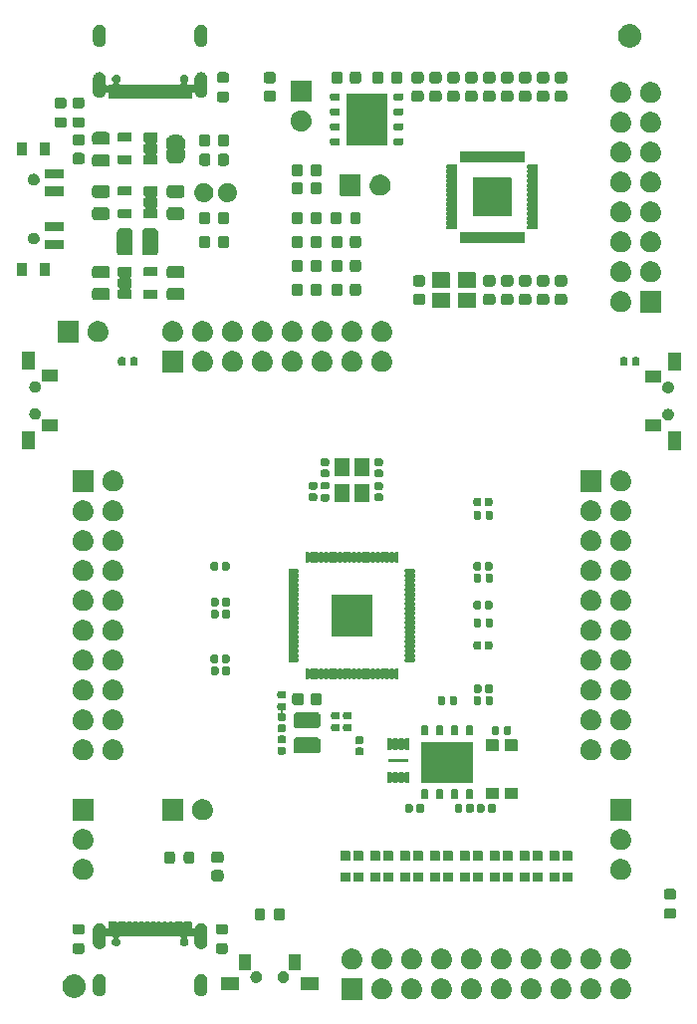
<source format=gbr>
G04 #@! TF.GenerationSoftware,KiCad,Pcbnew,8.0.6-8.0.6-0~ubuntu22.04.1*
G04 #@! TF.CreationDate,2024-11-22T14:28:03+01:00*
G04 #@! TF.ProjectId,rp2040-launchpad-PCB,72703230-3430-42d6-9c61-756e63687061,rev?*
G04 #@! TF.SameCoordinates,Original*
G04 #@! TF.FileFunction,Soldermask,Top*
G04 #@! TF.FilePolarity,Negative*
%FSLAX46Y46*%
G04 Gerber Fmt 4.6, Leading zero omitted, Abs format (unit mm)*
G04 Created by KiCad (PCBNEW 8.0.6-8.0.6-0~ubuntu22.04.1) date 2024-11-22 14:28:03*
%MOMM*%
%LPD*%
G01*
G04 APERTURE LIST*
G04 APERTURE END LIST*
G36*
X140569517Y-148962882D02*
G01*
X140586062Y-148973938D01*
X140597118Y-148990483D01*
X140601000Y-149010000D01*
X140601000Y-150710000D01*
X140597118Y-150729517D01*
X140586062Y-150746062D01*
X140569517Y-150757118D01*
X140550000Y-150761000D01*
X138850000Y-150761000D01*
X138830483Y-150757118D01*
X138813938Y-150746062D01*
X138802882Y-150729517D01*
X138799000Y-150710000D01*
X138799000Y-149010000D01*
X138802882Y-148990483D01*
X138813938Y-148973938D01*
X138830483Y-148962882D01*
X138850000Y-148959000D01*
X140550000Y-148959000D01*
X140569517Y-148962882D01*
G37*
G36*
X142283983Y-148963936D02*
G01*
X142334180Y-148963936D01*
X142377524Y-148973149D01*
X142415659Y-148976905D01*
X142463566Y-148991437D01*
X142518424Y-149003098D01*
X142553530Y-149018728D01*
X142584566Y-149028143D01*
X142633884Y-149054504D01*
X142690500Y-149079711D01*
X142716822Y-149098835D01*
X142740232Y-149111348D01*
X142787988Y-149150540D01*
X142842887Y-149190427D01*
X142860711Y-149210223D01*
X142876675Y-149223324D01*
X142919572Y-149275594D01*
X142968924Y-149330405D01*
X142979292Y-149348363D01*
X142988651Y-149359767D01*
X143023273Y-149424542D01*
X143063104Y-149493530D01*
X143067685Y-149507630D01*
X143071856Y-149515433D01*
X143094852Y-149591242D01*
X143121311Y-149672672D01*
X143122242Y-149681532D01*
X143123094Y-149684340D01*
X143131384Y-149768513D01*
X143141000Y-149860000D01*
X143131383Y-149951494D01*
X143123094Y-150035659D01*
X143122242Y-150038466D01*
X143121311Y-150047328D01*
X143094848Y-150128771D01*
X143071856Y-150204566D01*
X143067686Y-150212366D01*
X143063104Y-150226470D01*
X143023266Y-150295470D01*
X142988651Y-150360232D01*
X142979294Y-150371633D01*
X142968924Y-150389595D01*
X142919563Y-150444415D01*
X142876675Y-150496675D01*
X142860714Y-150509773D01*
X142842887Y-150529573D01*
X142787977Y-150569467D01*
X142740232Y-150608651D01*
X142716827Y-150621161D01*
X142690500Y-150640289D01*
X142633873Y-150665500D01*
X142584566Y-150691856D01*
X142553537Y-150701268D01*
X142518424Y-150716902D01*
X142463555Y-150728564D01*
X142415659Y-150743094D01*
X142377532Y-150746849D01*
X142334180Y-150756064D01*
X142283973Y-150756064D01*
X142240000Y-150760395D01*
X142196027Y-150756064D01*
X142145820Y-150756064D01*
X142102467Y-150746849D01*
X142064340Y-150743094D01*
X142016441Y-150728563D01*
X141961576Y-150716902D01*
X141926464Y-150701269D01*
X141895433Y-150691856D01*
X141846120Y-150665498D01*
X141789500Y-150640289D01*
X141763175Y-150621163D01*
X141739767Y-150608651D01*
X141692013Y-150569460D01*
X141637113Y-150529573D01*
X141619287Y-150509776D01*
X141603324Y-150496675D01*
X141560425Y-150444402D01*
X141511076Y-150389595D01*
X141500708Y-150371637D01*
X141491348Y-150360232D01*
X141456719Y-150295447D01*
X141416896Y-150226470D01*
X141412315Y-150212371D01*
X141408143Y-150204566D01*
X141385136Y-150128725D01*
X141358689Y-150047328D01*
X141357758Y-150038471D01*
X141356905Y-150035659D01*
X141348600Y-149951342D01*
X141339000Y-149860000D01*
X141348599Y-149768664D01*
X141356905Y-149684340D01*
X141357758Y-149681527D01*
X141358689Y-149672672D01*
X141385132Y-149591288D01*
X141408143Y-149515433D01*
X141412315Y-149507626D01*
X141416896Y-149493530D01*
X141456712Y-149424565D01*
X141491348Y-149359767D01*
X141500710Y-149348359D01*
X141511076Y-149330405D01*
X141560416Y-149275607D01*
X141603324Y-149223324D01*
X141619291Y-149210219D01*
X141637113Y-149190427D01*
X141692002Y-149150546D01*
X141739767Y-149111348D01*
X141763180Y-149098833D01*
X141789500Y-149079711D01*
X141846109Y-149054506D01*
X141895433Y-149028143D01*
X141926471Y-149018727D01*
X141961576Y-149003098D01*
X142016430Y-148991438D01*
X142064340Y-148976905D01*
X142102476Y-148973148D01*
X142145820Y-148963936D01*
X142196016Y-148963936D01*
X142240000Y-148959604D01*
X142283983Y-148963936D01*
G37*
G36*
X144823983Y-148963936D02*
G01*
X144874180Y-148963936D01*
X144917524Y-148973149D01*
X144955659Y-148976905D01*
X145003566Y-148991437D01*
X145058424Y-149003098D01*
X145093530Y-149018728D01*
X145124566Y-149028143D01*
X145173884Y-149054504D01*
X145230500Y-149079711D01*
X145256822Y-149098835D01*
X145280232Y-149111348D01*
X145327988Y-149150540D01*
X145382887Y-149190427D01*
X145400711Y-149210223D01*
X145416675Y-149223324D01*
X145459572Y-149275594D01*
X145508924Y-149330405D01*
X145519292Y-149348363D01*
X145528651Y-149359767D01*
X145563273Y-149424542D01*
X145603104Y-149493530D01*
X145607685Y-149507630D01*
X145611856Y-149515433D01*
X145634852Y-149591242D01*
X145661311Y-149672672D01*
X145662242Y-149681532D01*
X145663094Y-149684340D01*
X145671384Y-149768513D01*
X145681000Y-149860000D01*
X145671383Y-149951494D01*
X145663094Y-150035659D01*
X145662242Y-150038466D01*
X145661311Y-150047328D01*
X145634848Y-150128771D01*
X145611856Y-150204566D01*
X145607686Y-150212366D01*
X145603104Y-150226470D01*
X145563266Y-150295470D01*
X145528651Y-150360232D01*
X145519294Y-150371633D01*
X145508924Y-150389595D01*
X145459563Y-150444415D01*
X145416675Y-150496675D01*
X145400714Y-150509773D01*
X145382887Y-150529573D01*
X145327977Y-150569467D01*
X145280232Y-150608651D01*
X145256827Y-150621161D01*
X145230500Y-150640289D01*
X145173873Y-150665500D01*
X145124566Y-150691856D01*
X145093537Y-150701268D01*
X145058424Y-150716902D01*
X145003555Y-150728564D01*
X144955659Y-150743094D01*
X144917532Y-150746849D01*
X144874180Y-150756064D01*
X144823973Y-150756064D01*
X144780000Y-150760395D01*
X144736027Y-150756064D01*
X144685820Y-150756064D01*
X144642467Y-150746849D01*
X144604340Y-150743094D01*
X144556441Y-150728563D01*
X144501576Y-150716902D01*
X144466464Y-150701269D01*
X144435433Y-150691856D01*
X144386120Y-150665498D01*
X144329500Y-150640289D01*
X144303175Y-150621163D01*
X144279767Y-150608651D01*
X144232013Y-150569460D01*
X144177113Y-150529573D01*
X144159287Y-150509776D01*
X144143324Y-150496675D01*
X144100425Y-150444402D01*
X144051076Y-150389595D01*
X144040708Y-150371637D01*
X144031348Y-150360232D01*
X143996719Y-150295447D01*
X143956896Y-150226470D01*
X143952315Y-150212371D01*
X143948143Y-150204566D01*
X143925136Y-150128725D01*
X143898689Y-150047328D01*
X143897758Y-150038471D01*
X143896905Y-150035659D01*
X143888600Y-149951342D01*
X143879000Y-149860000D01*
X143888599Y-149768664D01*
X143896905Y-149684340D01*
X143897758Y-149681527D01*
X143898689Y-149672672D01*
X143925132Y-149591288D01*
X143948143Y-149515433D01*
X143952315Y-149507626D01*
X143956896Y-149493530D01*
X143996712Y-149424565D01*
X144031348Y-149359767D01*
X144040710Y-149348359D01*
X144051076Y-149330405D01*
X144100416Y-149275607D01*
X144143324Y-149223324D01*
X144159291Y-149210219D01*
X144177113Y-149190427D01*
X144232002Y-149150546D01*
X144279767Y-149111348D01*
X144303180Y-149098833D01*
X144329500Y-149079711D01*
X144386109Y-149054506D01*
X144435433Y-149028143D01*
X144466471Y-149018727D01*
X144501576Y-149003098D01*
X144556430Y-148991438D01*
X144604340Y-148976905D01*
X144642476Y-148973148D01*
X144685820Y-148963936D01*
X144736016Y-148963936D01*
X144780000Y-148959604D01*
X144823983Y-148963936D01*
G37*
G36*
X147363983Y-148963936D02*
G01*
X147414180Y-148963936D01*
X147457524Y-148973149D01*
X147495659Y-148976905D01*
X147543566Y-148991437D01*
X147598424Y-149003098D01*
X147633530Y-149018728D01*
X147664566Y-149028143D01*
X147713884Y-149054504D01*
X147770500Y-149079711D01*
X147796822Y-149098835D01*
X147820232Y-149111348D01*
X147867988Y-149150540D01*
X147922887Y-149190427D01*
X147940711Y-149210223D01*
X147956675Y-149223324D01*
X147999572Y-149275594D01*
X148048924Y-149330405D01*
X148059292Y-149348363D01*
X148068651Y-149359767D01*
X148103273Y-149424542D01*
X148143104Y-149493530D01*
X148147685Y-149507630D01*
X148151856Y-149515433D01*
X148174852Y-149591242D01*
X148201311Y-149672672D01*
X148202242Y-149681532D01*
X148203094Y-149684340D01*
X148211384Y-149768513D01*
X148221000Y-149860000D01*
X148211383Y-149951494D01*
X148203094Y-150035659D01*
X148202242Y-150038466D01*
X148201311Y-150047328D01*
X148174848Y-150128771D01*
X148151856Y-150204566D01*
X148147686Y-150212366D01*
X148143104Y-150226470D01*
X148103266Y-150295470D01*
X148068651Y-150360232D01*
X148059294Y-150371633D01*
X148048924Y-150389595D01*
X147999563Y-150444415D01*
X147956675Y-150496675D01*
X147940714Y-150509773D01*
X147922887Y-150529573D01*
X147867977Y-150569467D01*
X147820232Y-150608651D01*
X147796827Y-150621161D01*
X147770500Y-150640289D01*
X147713873Y-150665500D01*
X147664566Y-150691856D01*
X147633537Y-150701268D01*
X147598424Y-150716902D01*
X147543555Y-150728564D01*
X147495659Y-150743094D01*
X147457532Y-150746849D01*
X147414180Y-150756064D01*
X147363973Y-150756064D01*
X147320000Y-150760395D01*
X147276027Y-150756064D01*
X147225820Y-150756064D01*
X147182467Y-150746849D01*
X147144340Y-150743094D01*
X147096441Y-150728563D01*
X147041576Y-150716902D01*
X147006464Y-150701269D01*
X146975433Y-150691856D01*
X146926120Y-150665498D01*
X146869500Y-150640289D01*
X146843175Y-150621163D01*
X146819767Y-150608651D01*
X146772013Y-150569460D01*
X146717113Y-150529573D01*
X146699287Y-150509776D01*
X146683324Y-150496675D01*
X146640425Y-150444402D01*
X146591076Y-150389595D01*
X146580708Y-150371637D01*
X146571348Y-150360232D01*
X146536719Y-150295447D01*
X146496896Y-150226470D01*
X146492315Y-150212371D01*
X146488143Y-150204566D01*
X146465136Y-150128725D01*
X146438689Y-150047328D01*
X146437758Y-150038471D01*
X146436905Y-150035659D01*
X146428600Y-149951342D01*
X146419000Y-149860000D01*
X146428599Y-149768664D01*
X146436905Y-149684340D01*
X146437758Y-149681527D01*
X146438689Y-149672672D01*
X146465132Y-149591288D01*
X146488143Y-149515433D01*
X146492315Y-149507626D01*
X146496896Y-149493530D01*
X146536712Y-149424565D01*
X146571348Y-149359767D01*
X146580710Y-149348359D01*
X146591076Y-149330405D01*
X146640416Y-149275607D01*
X146683324Y-149223324D01*
X146699291Y-149210219D01*
X146717113Y-149190427D01*
X146772002Y-149150546D01*
X146819767Y-149111348D01*
X146843180Y-149098833D01*
X146869500Y-149079711D01*
X146926109Y-149054506D01*
X146975433Y-149028143D01*
X147006471Y-149018727D01*
X147041576Y-149003098D01*
X147096430Y-148991438D01*
X147144340Y-148976905D01*
X147182476Y-148973148D01*
X147225820Y-148963936D01*
X147276016Y-148963936D01*
X147320000Y-148959604D01*
X147363983Y-148963936D01*
G37*
G36*
X149903983Y-148963936D02*
G01*
X149954180Y-148963936D01*
X149997524Y-148973149D01*
X150035659Y-148976905D01*
X150083566Y-148991437D01*
X150138424Y-149003098D01*
X150173530Y-149018728D01*
X150204566Y-149028143D01*
X150253884Y-149054504D01*
X150310500Y-149079711D01*
X150336822Y-149098835D01*
X150360232Y-149111348D01*
X150407988Y-149150540D01*
X150462887Y-149190427D01*
X150480711Y-149210223D01*
X150496675Y-149223324D01*
X150539572Y-149275594D01*
X150588924Y-149330405D01*
X150599292Y-149348363D01*
X150608651Y-149359767D01*
X150643273Y-149424542D01*
X150683104Y-149493530D01*
X150687685Y-149507630D01*
X150691856Y-149515433D01*
X150714852Y-149591242D01*
X150741311Y-149672672D01*
X150742242Y-149681532D01*
X150743094Y-149684340D01*
X150751384Y-149768513D01*
X150761000Y-149860000D01*
X150751383Y-149951494D01*
X150743094Y-150035659D01*
X150742242Y-150038466D01*
X150741311Y-150047328D01*
X150714848Y-150128771D01*
X150691856Y-150204566D01*
X150687686Y-150212366D01*
X150683104Y-150226470D01*
X150643266Y-150295470D01*
X150608651Y-150360232D01*
X150599294Y-150371633D01*
X150588924Y-150389595D01*
X150539563Y-150444415D01*
X150496675Y-150496675D01*
X150480714Y-150509773D01*
X150462887Y-150529573D01*
X150407977Y-150569467D01*
X150360232Y-150608651D01*
X150336827Y-150621161D01*
X150310500Y-150640289D01*
X150253873Y-150665500D01*
X150204566Y-150691856D01*
X150173537Y-150701268D01*
X150138424Y-150716902D01*
X150083555Y-150728564D01*
X150035659Y-150743094D01*
X149997532Y-150746849D01*
X149954180Y-150756064D01*
X149903973Y-150756064D01*
X149860000Y-150760395D01*
X149816027Y-150756064D01*
X149765820Y-150756064D01*
X149722467Y-150746849D01*
X149684340Y-150743094D01*
X149636441Y-150728563D01*
X149581576Y-150716902D01*
X149546464Y-150701269D01*
X149515433Y-150691856D01*
X149466120Y-150665498D01*
X149409500Y-150640289D01*
X149383175Y-150621163D01*
X149359767Y-150608651D01*
X149312013Y-150569460D01*
X149257113Y-150529573D01*
X149239287Y-150509776D01*
X149223324Y-150496675D01*
X149180425Y-150444402D01*
X149131076Y-150389595D01*
X149120708Y-150371637D01*
X149111348Y-150360232D01*
X149076719Y-150295447D01*
X149036896Y-150226470D01*
X149032315Y-150212371D01*
X149028143Y-150204566D01*
X149005136Y-150128725D01*
X148978689Y-150047328D01*
X148977758Y-150038471D01*
X148976905Y-150035659D01*
X148968600Y-149951342D01*
X148959000Y-149860000D01*
X148968599Y-149768664D01*
X148976905Y-149684340D01*
X148977758Y-149681527D01*
X148978689Y-149672672D01*
X149005132Y-149591288D01*
X149028143Y-149515433D01*
X149032315Y-149507626D01*
X149036896Y-149493530D01*
X149076712Y-149424565D01*
X149111348Y-149359767D01*
X149120710Y-149348359D01*
X149131076Y-149330405D01*
X149180416Y-149275607D01*
X149223324Y-149223324D01*
X149239291Y-149210219D01*
X149257113Y-149190427D01*
X149312002Y-149150546D01*
X149359767Y-149111348D01*
X149383180Y-149098833D01*
X149409500Y-149079711D01*
X149466109Y-149054506D01*
X149515433Y-149028143D01*
X149546471Y-149018727D01*
X149581576Y-149003098D01*
X149636430Y-148991438D01*
X149684340Y-148976905D01*
X149722476Y-148973148D01*
X149765820Y-148963936D01*
X149816016Y-148963936D01*
X149860000Y-148959604D01*
X149903983Y-148963936D01*
G37*
G36*
X152443983Y-148963936D02*
G01*
X152494180Y-148963936D01*
X152537524Y-148973149D01*
X152575659Y-148976905D01*
X152623566Y-148991437D01*
X152678424Y-149003098D01*
X152713530Y-149018728D01*
X152744566Y-149028143D01*
X152793884Y-149054504D01*
X152850500Y-149079711D01*
X152876822Y-149098835D01*
X152900232Y-149111348D01*
X152947988Y-149150540D01*
X153002887Y-149190427D01*
X153020711Y-149210223D01*
X153036675Y-149223324D01*
X153079572Y-149275594D01*
X153128924Y-149330405D01*
X153139292Y-149348363D01*
X153148651Y-149359767D01*
X153183273Y-149424542D01*
X153223104Y-149493530D01*
X153227685Y-149507630D01*
X153231856Y-149515433D01*
X153254852Y-149591242D01*
X153281311Y-149672672D01*
X153282242Y-149681532D01*
X153283094Y-149684340D01*
X153291384Y-149768513D01*
X153301000Y-149860000D01*
X153291383Y-149951494D01*
X153283094Y-150035659D01*
X153282242Y-150038466D01*
X153281311Y-150047328D01*
X153254848Y-150128771D01*
X153231856Y-150204566D01*
X153227686Y-150212366D01*
X153223104Y-150226470D01*
X153183266Y-150295470D01*
X153148651Y-150360232D01*
X153139294Y-150371633D01*
X153128924Y-150389595D01*
X153079563Y-150444415D01*
X153036675Y-150496675D01*
X153020714Y-150509773D01*
X153002887Y-150529573D01*
X152947977Y-150569467D01*
X152900232Y-150608651D01*
X152876827Y-150621161D01*
X152850500Y-150640289D01*
X152793873Y-150665500D01*
X152744566Y-150691856D01*
X152713537Y-150701268D01*
X152678424Y-150716902D01*
X152623555Y-150728564D01*
X152575659Y-150743094D01*
X152537532Y-150746849D01*
X152494180Y-150756064D01*
X152443973Y-150756064D01*
X152400000Y-150760395D01*
X152356027Y-150756064D01*
X152305820Y-150756064D01*
X152262467Y-150746849D01*
X152224340Y-150743094D01*
X152176441Y-150728563D01*
X152121576Y-150716902D01*
X152086464Y-150701269D01*
X152055433Y-150691856D01*
X152006120Y-150665498D01*
X151949500Y-150640289D01*
X151923175Y-150621163D01*
X151899767Y-150608651D01*
X151852013Y-150569460D01*
X151797113Y-150529573D01*
X151779287Y-150509776D01*
X151763324Y-150496675D01*
X151720425Y-150444402D01*
X151671076Y-150389595D01*
X151660708Y-150371637D01*
X151651348Y-150360232D01*
X151616719Y-150295447D01*
X151576896Y-150226470D01*
X151572315Y-150212371D01*
X151568143Y-150204566D01*
X151545136Y-150128725D01*
X151518689Y-150047328D01*
X151517758Y-150038471D01*
X151516905Y-150035659D01*
X151508600Y-149951342D01*
X151499000Y-149860000D01*
X151508599Y-149768664D01*
X151516905Y-149684340D01*
X151517758Y-149681527D01*
X151518689Y-149672672D01*
X151545132Y-149591288D01*
X151568143Y-149515433D01*
X151572315Y-149507626D01*
X151576896Y-149493530D01*
X151616712Y-149424565D01*
X151651348Y-149359767D01*
X151660710Y-149348359D01*
X151671076Y-149330405D01*
X151720416Y-149275607D01*
X151763324Y-149223324D01*
X151779291Y-149210219D01*
X151797113Y-149190427D01*
X151852002Y-149150546D01*
X151899767Y-149111348D01*
X151923180Y-149098833D01*
X151949500Y-149079711D01*
X152006109Y-149054506D01*
X152055433Y-149028143D01*
X152086471Y-149018727D01*
X152121576Y-149003098D01*
X152176430Y-148991438D01*
X152224340Y-148976905D01*
X152262476Y-148973148D01*
X152305820Y-148963936D01*
X152356016Y-148963936D01*
X152400000Y-148959604D01*
X152443983Y-148963936D01*
G37*
G36*
X154983983Y-148963936D02*
G01*
X155034180Y-148963936D01*
X155077524Y-148973149D01*
X155115659Y-148976905D01*
X155163566Y-148991437D01*
X155218424Y-149003098D01*
X155253530Y-149018728D01*
X155284566Y-149028143D01*
X155333884Y-149054504D01*
X155390500Y-149079711D01*
X155416822Y-149098835D01*
X155440232Y-149111348D01*
X155487988Y-149150540D01*
X155542887Y-149190427D01*
X155560711Y-149210223D01*
X155576675Y-149223324D01*
X155619572Y-149275594D01*
X155668924Y-149330405D01*
X155679292Y-149348363D01*
X155688651Y-149359767D01*
X155723273Y-149424542D01*
X155763104Y-149493530D01*
X155767685Y-149507630D01*
X155771856Y-149515433D01*
X155794852Y-149591242D01*
X155821311Y-149672672D01*
X155822242Y-149681532D01*
X155823094Y-149684340D01*
X155831384Y-149768513D01*
X155841000Y-149860000D01*
X155831383Y-149951494D01*
X155823094Y-150035659D01*
X155822242Y-150038466D01*
X155821311Y-150047328D01*
X155794848Y-150128771D01*
X155771856Y-150204566D01*
X155767686Y-150212366D01*
X155763104Y-150226470D01*
X155723266Y-150295470D01*
X155688651Y-150360232D01*
X155679294Y-150371633D01*
X155668924Y-150389595D01*
X155619563Y-150444415D01*
X155576675Y-150496675D01*
X155560714Y-150509773D01*
X155542887Y-150529573D01*
X155487977Y-150569467D01*
X155440232Y-150608651D01*
X155416827Y-150621161D01*
X155390500Y-150640289D01*
X155333873Y-150665500D01*
X155284566Y-150691856D01*
X155253537Y-150701268D01*
X155218424Y-150716902D01*
X155163555Y-150728564D01*
X155115659Y-150743094D01*
X155077532Y-150746849D01*
X155034180Y-150756064D01*
X154983973Y-150756064D01*
X154940000Y-150760395D01*
X154896027Y-150756064D01*
X154845820Y-150756064D01*
X154802467Y-150746849D01*
X154764340Y-150743094D01*
X154716441Y-150728563D01*
X154661576Y-150716902D01*
X154626464Y-150701269D01*
X154595433Y-150691856D01*
X154546120Y-150665498D01*
X154489500Y-150640289D01*
X154463175Y-150621163D01*
X154439767Y-150608651D01*
X154392013Y-150569460D01*
X154337113Y-150529573D01*
X154319287Y-150509776D01*
X154303324Y-150496675D01*
X154260425Y-150444402D01*
X154211076Y-150389595D01*
X154200708Y-150371637D01*
X154191348Y-150360232D01*
X154156719Y-150295447D01*
X154116896Y-150226470D01*
X154112315Y-150212371D01*
X154108143Y-150204566D01*
X154085136Y-150128725D01*
X154058689Y-150047328D01*
X154057758Y-150038471D01*
X154056905Y-150035659D01*
X154048600Y-149951342D01*
X154039000Y-149860000D01*
X154048599Y-149768664D01*
X154056905Y-149684340D01*
X154057758Y-149681527D01*
X154058689Y-149672672D01*
X154085132Y-149591288D01*
X154108143Y-149515433D01*
X154112315Y-149507626D01*
X154116896Y-149493530D01*
X154156712Y-149424565D01*
X154191348Y-149359767D01*
X154200710Y-149348359D01*
X154211076Y-149330405D01*
X154260416Y-149275607D01*
X154303324Y-149223324D01*
X154319291Y-149210219D01*
X154337113Y-149190427D01*
X154392002Y-149150546D01*
X154439767Y-149111348D01*
X154463180Y-149098833D01*
X154489500Y-149079711D01*
X154546109Y-149054506D01*
X154595433Y-149028143D01*
X154626471Y-149018727D01*
X154661576Y-149003098D01*
X154716430Y-148991438D01*
X154764340Y-148976905D01*
X154802476Y-148973148D01*
X154845820Y-148963936D01*
X154896016Y-148963936D01*
X154940000Y-148959604D01*
X154983983Y-148963936D01*
G37*
G36*
X157523983Y-148963936D02*
G01*
X157574180Y-148963936D01*
X157617524Y-148973149D01*
X157655659Y-148976905D01*
X157703566Y-148991437D01*
X157758424Y-149003098D01*
X157793530Y-149018728D01*
X157824566Y-149028143D01*
X157873884Y-149054504D01*
X157930500Y-149079711D01*
X157956822Y-149098835D01*
X157980232Y-149111348D01*
X158027988Y-149150540D01*
X158082887Y-149190427D01*
X158100711Y-149210223D01*
X158116675Y-149223324D01*
X158159572Y-149275594D01*
X158208924Y-149330405D01*
X158219292Y-149348363D01*
X158228651Y-149359767D01*
X158263273Y-149424542D01*
X158303104Y-149493530D01*
X158307685Y-149507630D01*
X158311856Y-149515433D01*
X158334852Y-149591242D01*
X158361311Y-149672672D01*
X158362242Y-149681532D01*
X158363094Y-149684340D01*
X158371384Y-149768513D01*
X158381000Y-149860000D01*
X158371383Y-149951494D01*
X158363094Y-150035659D01*
X158362242Y-150038466D01*
X158361311Y-150047328D01*
X158334848Y-150128771D01*
X158311856Y-150204566D01*
X158307686Y-150212366D01*
X158303104Y-150226470D01*
X158263266Y-150295470D01*
X158228651Y-150360232D01*
X158219294Y-150371633D01*
X158208924Y-150389595D01*
X158159563Y-150444415D01*
X158116675Y-150496675D01*
X158100714Y-150509773D01*
X158082887Y-150529573D01*
X158027977Y-150569467D01*
X157980232Y-150608651D01*
X157956827Y-150621161D01*
X157930500Y-150640289D01*
X157873873Y-150665500D01*
X157824566Y-150691856D01*
X157793537Y-150701268D01*
X157758424Y-150716902D01*
X157703555Y-150728564D01*
X157655659Y-150743094D01*
X157617532Y-150746849D01*
X157574180Y-150756064D01*
X157523973Y-150756064D01*
X157480000Y-150760395D01*
X157436027Y-150756064D01*
X157385820Y-150756064D01*
X157342467Y-150746849D01*
X157304340Y-150743094D01*
X157256441Y-150728563D01*
X157201576Y-150716902D01*
X157166464Y-150701269D01*
X157135433Y-150691856D01*
X157086120Y-150665498D01*
X157029500Y-150640289D01*
X157003175Y-150621163D01*
X156979767Y-150608651D01*
X156932013Y-150569460D01*
X156877113Y-150529573D01*
X156859287Y-150509776D01*
X156843324Y-150496675D01*
X156800425Y-150444402D01*
X156751076Y-150389595D01*
X156740708Y-150371637D01*
X156731348Y-150360232D01*
X156696719Y-150295447D01*
X156656896Y-150226470D01*
X156652315Y-150212371D01*
X156648143Y-150204566D01*
X156625136Y-150128725D01*
X156598689Y-150047328D01*
X156597758Y-150038471D01*
X156596905Y-150035659D01*
X156588600Y-149951342D01*
X156579000Y-149860000D01*
X156588599Y-149768664D01*
X156596905Y-149684340D01*
X156597758Y-149681527D01*
X156598689Y-149672672D01*
X156625132Y-149591288D01*
X156648143Y-149515433D01*
X156652315Y-149507626D01*
X156656896Y-149493530D01*
X156696712Y-149424565D01*
X156731348Y-149359767D01*
X156740710Y-149348359D01*
X156751076Y-149330405D01*
X156800416Y-149275607D01*
X156843324Y-149223324D01*
X156859291Y-149210219D01*
X156877113Y-149190427D01*
X156932002Y-149150546D01*
X156979767Y-149111348D01*
X157003180Y-149098833D01*
X157029500Y-149079711D01*
X157086109Y-149054506D01*
X157135433Y-149028143D01*
X157166471Y-149018727D01*
X157201576Y-149003098D01*
X157256430Y-148991438D01*
X157304340Y-148976905D01*
X157342476Y-148973148D01*
X157385820Y-148963936D01*
X157436016Y-148963936D01*
X157480000Y-148959604D01*
X157523983Y-148963936D01*
G37*
G36*
X160063983Y-148963936D02*
G01*
X160114180Y-148963936D01*
X160157524Y-148973149D01*
X160195659Y-148976905D01*
X160243566Y-148991437D01*
X160298424Y-149003098D01*
X160333530Y-149018728D01*
X160364566Y-149028143D01*
X160413884Y-149054504D01*
X160470500Y-149079711D01*
X160496822Y-149098835D01*
X160520232Y-149111348D01*
X160567988Y-149150540D01*
X160622887Y-149190427D01*
X160640711Y-149210223D01*
X160656675Y-149223324D01*
X160699572Y-149275594D01*
X160748924Y-149330405D01*
X160759292Y-149348363D01*
X160768651Y-149359767D01*
X160803273Y-149424542D01*
X160843104Y-149493530D01*
X160847685Y-149507630D01*
X160851856Y-149515433D01*
X160874852Y-149591242D01*
X160901311Y-149672672D01*
X160902242Y-149681532D01*
X160903094Y-149684340D01*
X160911384Y-149768513D01*
X160921000Y-149860000D01*
X160911383Y-149951494D01*
X160903094Y-150035659D01*
X160902242Y-150038466D01*
X160901311Y-150047328D01*
X160874848Y-150128771D01*
X160851856Y-150204566D01*
X160847686Y-150212366D01*
X160843104Y-150226470D01*
X160803266Y-150295470D01*
X160768651Y-150360232D01*
X160759294Y-150371633D01*
X160748924Y-150389595D01*
X160699563Y-150444415D01*
X160656675Y-150496675D01*
X160640714Y-150509773D01*
X160622887Y-150529573D01*
X160567977Y-150569467D01*
X160520232Y-150608651D01*
X160496827Y-150621161D01*
X160470500Y-150640289D01*
X160413873Y-150665500D01*
X160364566Y-150691856D01*
X160333537Y-150701268D01*
X160298424Y-150716902D01*
X160243555Y-150728564D01*
X160195659Y-150743094D01*
X160157532Y-150746849D01*
X160114180Y-150756064D01*
X160063973Y-150756064D01*
X160020000Y-150760395D01*
X159976027Y-150756064D01*
X159925820Y-150756064D01*
X159882467Y-150746849D01*
X159844340Y-150743094D01*
X159796441Y-150728563D01*
X159741576Y-150716902D01*
X159706464Y-150701269D01*
X159675433Y-150691856D01*
X159626120Y-150665498D01*
X159569500Y-150640289D01*
X159543175Y-150621163D01*
X159519767Y-150608651D01*
X159472013Y-150569460D01*
X159417113Y-150529573D01*
X159399287Y-150509776D01*
X159383324Y-150496675D01*
X159340425Y-150444402D01*
X159291076Y-150389595D01*
X159280708Y-150371637D01*
X159271348Y-150360232D01*
X159236719Y-150295447D01*
X159196896Y-150226470D01*
X159192315Y-150212371D01*
X159188143Y-150204566D01*
X159165136Y-150128725D01*
X159138689Y-150047328D01*
X159137758Y-150038471D01*
X159136905Y-150035659D01*
X159128600Y-149951342D01*
X159119000Y-149860000D01*
X159128599Y-149768664D01*
X159136905Y-149684340D01*
X159137758Y-149681527D01*
X159138689Y-149672672D01*
X159165132Y-149591288D01*
X159188143Y-149515433D01*
X159192315Y-149507626D01*
X159196896Y-149493530D01*
X159236712Y-149424565D01*
X159271348Y-149359767D01*
X159280710Y-149348359D01*
X159291076Y-149330405D01*
X159340416Y-149275607D01*
X159383324Y-149223324D01*
X159399291Y-149210219D01*
X159417113Y-149190427D01*
X159472002Y-149150546D01*
X159519767Y-149111348D01*
X159543180Y-149098833D01*
X159569500Y-149079711D01*
X159626109Y-149054506D01*
X159675433Y-149028143D01*
X159706471Y-149018727D01*
X159741576Y-149003098D01*
X159796430Y-148991438D01*
X159844340Y-148976905D01*
X159882476Y-148973148D01*
X159925820Y-148963936D01*
X159976016Y-148963936D01*
X160020000Y-148959604D01*
X160063983Y-148963936D01*
G37*
G36*
X162603983Y-148963936D02*
G01*
X162654180Y-148963936D01*
X162697524Y-148973149D01*
X162735659Y-148976905D01*
X162783566Y-148991437D01*
X162838424Y-149003098D01*
X162873530Y-149018728D01*
X162904566Y-149028143D01*
X162953884Y-149054504D01*
X163010500Y-149079711D01*
X163036822Y-149098835D01*
X163060232Y-149111348D01*
X163107988Y-149150540D01*
X163162887Y-149190427D01*
X163180711Y-149210223D01*
X163196675Y-149223324D01*
X163239572Y-149275594D01*
X163288924Y-149330405D01*
X163299292Y-149348363D01*
X163308651Y-149359767D01*
X163343273Y-149424542D01*
X163383104Y-149493530D01*
X163387685Y-149507630D01*
X163391856Y-149515433D01*
X163414852Y-149591242D01*
X163441311Y-149672672D01*
X163442242Y-149681532D01*
X163443094Y-149684340D01*
X163451384Y-149768513D01*
X163461000Y-149860000D01*
X163451383Y-149951494D01*
X163443094Y-150035659D01*
X163442242Y-150038466D01*
X163441311Y-150047328D01*
X163414848Y-150128771D01*
X163391856Y-150204566D01*
X163387686Y-150212366D01*
X163383104Y-150226470D01*
X163343266Y-150295470D01*
X163308651Y-150360232D01*
X163299294Y-150371633D01*
X163288924Y-150389595D01*
X163239563Y-150444415D01*
X163196675Y-150496675D01*
X163180714Y-150509773D01*
X163162887Y-150529573D01*
X163107977Y-150569467D01*
X163060232Y-150608651D01*
X163036827Y-150621161D01*
X163010500Y-150640289D01*
X162953873Y-150665500D01*
X162904566Y-150691856D01*
X162873537Y-150701268D01*
X162838424Y-150716902D01*
X162783555Y-150728564D01*
X162735659Y-150743094D01*
X162697532Y-150746849D01*
X162654180Y-150756064D01*
X162603973Y-150756064D01*
X162560000Y-150760395D01*
X162516027Y-150756064D01*
X162465820Y-150756064D01*
X162422467Y-150746849D01*
X162384340Y-150743094D01*
X162336441Y-150728563D01*
X162281576Y-150716902D01*
X162246464Y-150701269D01*
X162215433Y-150691856D01*
X162166120Y-150665498D01*
X162109500Y-150640289D01*
X162083175Y-150621163D01*
X162059767Y-150608651D01*
X162012013Y-150569460D01*
X161957113Y-150529573D01*
X161939287Y-150509776D01*
X161923324Y-150496675D01*
X161880425Y-150444402D01*
X161831076Y-150389595D01*
X161820708Y-150371637D01*
X161811348Y-150360232D01*
X161776719Y-150295447D01*
X161736896Y-150226470D01*
X161732315Y-150212371D01*
X161728143Y-150204566D01*
X161705136Y-150128725D01*
X161678689Y-150047328D01*
X161677758Y-150038471D01*
X161676905Y-150035659D01*
X161668600Y-149951342D01*
X161659000Y-149860000D01*
X161668599Y-149768664D01*
X161676905Y-149684340D01*
X161677758Y-149681527D01*
X161678689Y-149672672D01*
X161705132Y-149591288D01*
X161728143Y-149515433D01*
X161732315Y-149507626D01*
X161736896Y-149493530D01*
X161776712Y-149424565D01*
X161811348Y-149359767D01*
X161820710Y-149348359D01*
X161831076Y-149330405D01*
X161880416Y-149275607D01*
X161923324Y-149223324D01*
X161939291Y-149210219D01*
X161957113Y-149190427D01*
X162012002Y-149150546D01*
X162059767Y-149111348D01*
X162083180Y-149098833D01*
X162109500Y-149079711D01*
X162166109Y-149054506D01*
X162215433Y-149028143D01*
X162246471Y-149018727D01*
X162281576Y-149003098D01*
X162336430Y-148991438D01*
X162384340Y-148976905D01*
X162422476Y-148973148D01*
X162465820Y-148963936D01*
X162516016Y-148963936D01*
X162560000Y-148959604D01*
X162603983Y-148963936D01*
G37*
G36*
X116126724Y-148610799D02*
G01*
X116170218Y-148610799D01*
X116218658Y-148619853D01*
X116273090Y-148625215D01*
X116314438Y-148637757D01*
X116351518Y-148644689D01*
X116402868Y-148664582D01*
X116460683Y-148682120D01*
X116493720Y-148699778D01*
X116523501Y-148711316D01*
X116575245Y-148743354D01*
X116633570Y-148774530D01*
X116658076Y-148794641D01*
X116680311Y-148808409D01*
X116729575Y-148853319D01*
X116785107Y-148898893D01*
X116801563Y-148918945D01*
X116816611Y-148932663D01*
X116860297Y-148990513D01*
X116909470Y-149050430D01*
X116918977Y-149068218D01*
X116927762Y-149079850D01*
X116962713Y-149150040D01*
X117001880Y-149223317D01*
X117006056Y-149237086D01*
X117009972Y-149244949D01*
X117033105Y-149326255D01*
X117058785Y-149410910D01*
X117059628Y-149419473D01*
X117060446Y-149422347D01*
X117068943Y-149514047D01*
X117078000Y-149606000D01*
X117068942Y-149697960D01*
X117060446Y-149789652D01*
X117059628Y-149792524D01*
X117058785Y-149801090D01*
X117033100Y-149885759D01*
X117009972Y-149967050D01*
X117006057Y-149974911D01*
X117001880Y-149988683D01*
X116962705Y-150061972D01*
X116927762Y-150132149D01*
X116918979Y-150143778D01*
X116909470Y-150161570D01*
X116860288Y-150221498D01*
X116816611Y-150279336D01*
X116801566Y-150293050D01*
X116785107Y-150313107D01*
X116729564Y-150358689D01*
X116680311Y-150403590D01*
X116658081Y-150417354D01*
X116633570Y-150437470D01*
X116575233Y-150468651D01*
X116523501Y-150500683D01*
X116493727Y-150512217D01*
X116460683Y-150529880D01*
X116402856Y-150547421D01*
X116351518Y-150567310D01*
X116314445Y-150574240D01*
X116273090Y-150586785D01*
X116218655Y-150592146D01*
X116170218Y-150601201D01*
X116126724Y-150601201D01*
X116078000Y-150606000D01*
X116029276Y-150601201D01*
X115985782Y-150601201D01*
X115937343Y-150592146D01*
X115882910Y-150586785D01*
X115841555Y-150574240D01*
X115804481Y-150567310D01*
X115753139Y-150547419D01*
X115695317Y-150529880D01*
X115662275Y-150512218D01*
X115632498Y-150500683D01*
X115580759Y-150468647D01*
X115522430Y-150437470D01*
X115497921Y-150417356D01*
X115475688Y-150403590D01*
X115426425Y-150358681D01*
X115370893Y-150313107D01*
X115354436Y-150293054D01*
X115339388Y-150279336D01*
X115295699Y-150221482D01*
X115246530Y-150161570D01*
X115237022Y-150143783D01*
X115228237Y-150132149D01*
X115193279Y-150061945D01*
X115154120Y-149988683D01*
X115149943Y-149974916D01*
X115146027Y-149967050D01*
X115122882Y-149885706D01*
X115097215Y-149801090D01*
X115096371Y-149792530D01*
X115095553Y-149789652D01*
X115087040Y-149697788D01*
X115078000Y-149606000D01*
X115087039Y-149514219D01*
X115095553Y-149422347D01*
X115096372Y-149419468D01*
X115097215Y-149410910D01*
X115122878Y-149326308D01*
X115146027Y-149244949D01*
X115149944Y-149237081D01*
X115154120Y-149223317D01*
X115193272Y-149150068D01*
X115228237Y-149079850D01*
X115237024Y-149068213D01*
X115246530Y-149050430D01*
X115295689Y-148990528D01*
X115339388Y-148932663D01*
X115354439Y-148918941D01*
X115370893Y-148898893D01*
X115426414Y-148853327D01*
X115475688Y-148808409D01*
X115497926Y-148794639D01*
X115522430Y-148774530D01*
X115580747Y-148743358D01*
X115632498Y-148711316D01*
X115662282Y-148699777D01*
X115695317Y-148682120D01*
X115753127Y-148664583D01*
X115804481Y-148644689D01*
X115841562Y-148637757D01*
X115882910Y-148625215D01*
X115937340Y-148619853D01*
X115985782Y-148610799D01*
X116029276Y-148610799D01*
X116078000Y-148606000D01*
X116126724Y-148610799D01*
G37*
G36*
X118296284Y-148588714D02*
G01*
X118306920Y-148588714D01*
X118337566Y-148596925D01*
X118394770Y-148608304D01*
X118421769Y-148619487D01*
X118445859Y-148625942D01*
X118467454Y-148638410D01*
X118494453Y-148649593D01*
X118542940Y-148681992D01*
X118570428Y-148697862D01*
X118577953Y-148705387D01*
X118584165Y-148709538D01*
X118660461Y-148785834D01*
X118664611Y-148792045D01*
X118672138Y-148799572D01*
X118688009Y-148827062D01*
X118720406Y-148875546D01*
X118731587Y-148902542D01*
X118744058Y-148924141D01*
X118750513Y-148948234D01*
X118761695Y-148975229D01*
X118773071Y-149032424D01*
X118781286Y-149063080D01*
X118782326Y-149078947D01*
X118783348Y-149084085D01*
X118785399Y-149125840D01*
X118786000Y-149135000D01*
X118786000Y-149935000D01*
X118785399Y-149944162D01*
X118783348Y-149985914D01*
X118782326Y-149991051D01*
X118781286Y-150006920D01*
X118773071Y-150037578D01*
X118761695Y-150094770D01*
X118750514Y-150121763D01*
X118744058Y-150145859D01*
X118731586Y-150167460D01*
X118720406Y-150194453D01*
X118688014Y-150242929D01*
X118672138Y-150270428D01*
X118664609Y-150277956D01*
X118660461Y-150284165D01*
X118584165Y-150360461D01*
X118577956Y-150364609D01*
X118570428Y-150372138D01*
X118542929Y-150388014D01*
X118494453Y-150420406D01*
X118467460Y-150431586D01*
X118445859Y-150444058D01*
X118421763Y-150450514D01*
X118394770Y-150461695D01*
X118337573Y-150473072D01*
X118306920Y-150481286D01*
X118296284Y-150481286D01*
X118288949Y-150482745D01*
X118181051Y-150482745D01*
X118173716Y-150481286D01*
X118163080Y-150481286D01*
X118132428Y-150473072D01*
X118075229Y-150461695D01*
X118048234Y-150450513D01*
X118024141Y-150444058D01*
X118002542Y-150431587D01*
X117975546Y-150420406D01*
X117927062Y-150388009D01*
X117899572Y-150372138D01*
X117892045Y-150364611D01*
X117885834Y-150360461D01*
X117809538Y-150284165D01*
X117805387Y-150277953D01*
X117797862Y-150270428D01*
X117781992Y-150242940D01*
X117749593Y-150194453D01*
X117738410Y-150167454D01*
X117725942Y-150145859D01*
X117719487Y-150121769D01*
X117708304Y-150094770D01*
X117696924Y-150037564D01*
X117688714Y-150006920D01*
X117687674Y-149991058D01*
X117686651Y-149985914D01*
X117684599Y-149944148D01*
X117684000Y-149935000D01*
X117684000Y-149135000D01*
X117684599Y-149125854D01*
X117686651Y-149084085D01*
X117687674Y-149078939D01*
X117688714Y-149063080D01*
X117696924Y-149032438D01*
X117708304Y-148975229D01*
X117719488Y-148948227D01*
X117725942Y-148924141D01*
X117738408Y-148902548D01*
X117749593Y-148875546D01*
X117781996Y-148827051D01*
X117797862Y-148799572D01*
X117805385Y-148792048D01*
X117809538Y-148785834D01*
X117885834Y-148709538D01*
X117892048Y-148705385D01*
X117899572Y-148697862D01*
X117927051Y-148681996D01*
X117975546Y-148649593D01*
X118002548Y-148638408D01*
X118024141Y-148625942D01*
X118048227Y-148619488D01*
X118075229Y-148608304D01*
X118132434Y-148596925D01*
X118163080Y-148588714D01*
X118173716Y-148588714D01*
X118181051Y-148587255D01*
X118288949Y-148587255D01*
X118296284Y-148588714D01*
G37*
G36*
X126936284Y-148588714D02*
G01*
X126946920Y-148588714D01*
X126977566Y-148596925D01*
X127034770Y-148608304D01*
X127061769Y-148619487D01*
X127085859Y-148625942D01*
X127107454Y-148638410D01*
X127134453Y-148649593D01*
X127182940Y-148681992D01*
X127210428Y-148697862D01*
X127217953Y-148705387D01*
X127224165Y-148709538D01*
X127300461Y-148785834D01*
X127304611Y-148792045D01*
X127312138Y-148799572D01*
X127328009Y-148827062D01*
X127360406Y-148875546D01*
X127371587Y-148902542D01*
X127384058Y-148924141D01*
X127390513Y-148948234D01*
X127401695Y-148975229D01*
X127413071Y-149032424D01*
X127421286Y-149063080D01*
X127422326Y-149078947D01*
X127423348Y-149084085D01*
X127425399Y-149125840D01*
X127426000Y-149135000D01*
X127426000Y-149935000D01*
X127425399Y-149944162D01*
X127423348Y-149985914D01*
X127422326Y-149991051D01*
X127421286Y-150006920D01*
X127413071Y-150037578D01*
X127401695Y-150094770D01*
X127390514Y-150121763D01*
X127384058Y-150145859D01*
X127371586Y-150167460D01*
X127360406Y-150194453D01*
X127328014Y-150242929D01*
X127312138Y-150270428D01*
X127304609Y-150277956D01*
X127300461Y-150284165D01*
X127224165Y-150360461D01*
X127217956Y-150364609D01*
X127210428Y-150372138D01*
X127182929Y-150388014D01*
X127134453Y-150420406D01*
X127107460Y-150431586D01*
X127085859Y-150444058D01*
X127061763Y-150450514D01*
X127034770Y-150461695D01*
X126977573Y-150473072D01*
X126946920Y-150481286D01*
X126936284Y-150481286D01*
X126928949Y-150482745D01*
X126821051Y-150482745D01*
X126813716Y-150481286D01*
X126803080Y-150481286D01*
X126772428Y-150473072D01*
X126715229Y-150461695D01*
X126688234Y-150450513D01*
X126664141Y-150444058D01*
X126642542Y-150431587D01*
X126615546Y-150420406D01*
X126567062Y-150388009D01*
X126539572Y-150372138D01*
X126532045Y-150364611D01*
X126525834Y-150360461D01*
X126449538Y-150284165D01*
X126445387Y-150277953D01*
X126437862Y-150270428D01*
X126421992Y-150242940D01*
X126389593Y-150194453D01*
X126378410Y-150167454D01*
X126365942Y-150145859D01*
X126359487Y-150121769D01*
X126348304Y-150094770D01*
X126336924Y-150037564D01*
X126328714Y-150006920D01*
X126327674Y-149991058D01*
X126326651Y-149985914D01*
X126324599Y-149944148D01*
X126324000Y-149935000D01*
X126324000Y-149135000D01*
X126324599Y-149125854D01*
X126326651Y-149084085D01*
X126327674Y-149078939D01*
X126328714Y-149063080D01*
X126336924Y-149032438D01*
X126348304Y-148975229D01*
X126359488Y-148948227D01*
X126365942Y-148924141D01*
X126378408Y-148902548D01*
X126389593Y-148875546D01*
X126421996Y-148827051D01*
X126437862Y-148799572D01*
X126445385Y-148792048D01*
X126449538Y-148785834D01*
X126525834Y-148709538D01*
X126532048Y-148705385D01*
X126539572Y-148697862D01*
X126567051Y-148681996D01*
X126615546Y-148649593D01*
X126642548Y-148638408D01*
X126664141Y-148625942D01*
X126688227Y-148619488D01*
X126715229Y-148608304D01*
X126772434Y-148596925D01*
X126803080Y-148588714D01*
X126813716Y-148588714D01*
X126821051Y-148587255D01*
X126928949Y-148587255D01*
X126936284Y-148588714D01*
G37*
G36*
X130091517Y-148846882D02*
G01*
X130108062Y-148857938D01*
X130119118Y-148874483D01*
X130123000Y-148894000D01*
X130123000Y-149894000D01*
X130119118Y-149913517D01*
X130108062Y-149930062D01*
X130091517Y-149941118D01*
X130072000Y-149945000D01*
X128622000Y-149945000D01*
X128602483Y-149941118D01*
X128585938Y-149930062D01*
X128574882Y-149913517D01*
X128571000Y-149894000D01*
X128571000Y-148894000D01*
X128574882Y-148874483D01*
X128585938Y-148857938D01*
X128602483Y-148846882D01*
X128622000Y-148843000D01*
X130072000Y-148843000D01*
X130091517Y-148846882D01*
G37*
G36*
X136841517Y-148846882D02*
G01*
X136858062Y-148857938D01*
X136869118Y-148874483D01*
X136873000Y-148894000D01*
X136873000Y-149894000D01*
X136869118Y-149913517D01*
X136858062Y-149930062D01*
X136841517Y-149941118D01*
X136822000Y-149945000D01*
X135372000Y-149945000D01*
X135352483Y-149941118D01*
X135335938Y-149930062D01*
X135324882Y-149913517D01*
X135321000Y-149894000D01*
X135321000Y-148894000D01*
X135324882Y-148874483D01*
X135335938Y-148857938D01*
X135352483Y-148846882D01*
X135372000Y-148843000D01*
X136822000Y-148843000D01*
X136841517Y-148846882D01*
G37*
G36*
X131634447Y-148348099D02*
G01*
X131643300Y-148348099D01*
X131689584Y-148361689D01*
X131749332Y-148376416D01*
X131761515Y-148382810D01*
X131780123Y-148388274D01*
X131816635Y-148411739D01*
X131856078Y-148432440D01*
X131875182Y-148449365D01*
X131900085Y-148465369D01*
X131922677Y-148491441D01*
X131946316Y-148512384D01*
X131967826Y-148543546D01*
X131993468Y-148573139D01*
X132003665Y-148595468D01*
X132014801Y-148611601D01*
X132033256Y-148660262D01*
X132052706Y-148702852D01*
X132054719Y-148716856D01*
X132057550Y-148724320D01*
X132067091Y-148802904D01*
X132073000Y-148844000D01*
X132067091Y-148885097D01*
X132057550Y-148963679D01*
X132054719Y-148971141D01*
X132052706Y-148985148D01*
X132033253Y-149027742D01*
X132014801Y-149076398D01*
X132003667Y-149092528D01*
X131993468Y-149114861D01*
X131967822Y-149144457D01*
X131946316Y-149175615D01*
X131922680Y-149196553D01*
X131900085Y-149222631D01*
X131875178Y-149238637D01*
X131856078Y-149255559D01*
X131816644Y-149276255D01*
X131780123Y-149299726D01*
X131761511Y-149305190D01*
X131749332Y-149311583D01*
X131689595Y-149326307D01*
X131643300Y-149339901D01*
X131634446Y-149339901D01*
X131632276Y-149340436D01*
X131511724Y-149340436D01*
X131509553Y-149339901D01*
X131500700Y-149339901D01*
X131454407Y-149326308D01*
X131394667Y-149311583D01*
X131382486Y-149305190D01*
X131363877Y-149299726D01*
X131327360Y-149276258D01*
X131287921Y-149255559D01*
X131268818Y-149238635D01*
X131243915Y-149222631D01*
X131221322Y-149196557D01*
X131197683Y-149175615D01*
X131176172Y-149144451D01*
X131150532Y-149114861D01*
X131140334Y-149092532D01*
X131129198Y-149076398D01*
X131110740Y-149027729D01*
X131091294Y-148985148D01*
X131089280Y-148971145D01*
X131086449Y-148963679D01*
X131076902Y-148885052D01*
X131071000Y-148844000D01*
X131076902Y-148802949D01*
X131086449Y-148724320D01*
X131089281Y-148716852D01*
X131091294Y-148702852D01*
X131110738Y-148660275D01*
X131129198Y-148611601D01*
X131140336Y-148595464D01*
X131150532Y-148573139D01*
X131176169Y-148543551D01*
X131197684Y-148512383D01*
X131221329Y-148491434D01*
X131243915Y-148465369D01*
X131268805Y-148449372D01*
X131279965Y-148439486D01*
X131278834Y-148437209D01*
X131327371Y-148411734D01*
X131363877Y-148388274D01*
X131382480Y-148382811D01*
X131394668Y-148376415D01*
X131454425Y-148361686D01*
X131500700Y-148348099D01*
X131509553Y-148348099D01*
X131511724Y-148347564D01*
X131632276Y-148347564D01*
X131634447Y-148348099D01*
G37*
G36*
X133934447Y-148348099D02*
G01*
X133943300Y-148348099D01*
X133989582Y-148361688D01*
X134049333Y-148376416D01*
X134061518Y-148382811D01*
X134080123Y-148388274D01*
X134116628Y-148411734D01*
X134165165Y-148437208D01*
X134164034Y-148439488D01*
X134175184Y-148449366D01*
X134200085Y-148465369D01*
X134222673Y-148491437D01*
X134246315Y-148512382D01*
X134267827Y-148543548D01*
X134293468Y-148573139D01*
X134303665Y-148595468D01*
X134314801Y-148611601D01*
X134333256Y-148660262D01*
X134352706Y-148702852D01*
X134354719Y-148716856D01*
X134357550Y-148724320D01*
X134367091Y-148802904D01*
X134373000Y-148844000D01*
X134367091Y-148885097D01*
X134357550Y-148963679D01*
X134354719Y-148971141D01*
X134352706Y-148985148D01*
X134333253Y-149027742D01*
X134314801Y-149076398D01*
X134303667Y-149092528D01*
X134293468Y-149114861D01*
X134267822Y-149144457D01*
X134246316Y-149175615D01*
X134222680Y-149196553D01*
X134200085Y-149222631D01*
X134175178Y-149238637D01*
X134156078Y-149255559D01*
X134116644Y-149276255D01*
X134080123Y-149299726D01*
X134061511Y-149305190D01*
X134049332Y-149311583D01*
X133989595Y-149326307D01*
X133943300Y-149339901D01*
X133934446Y-149339901D01*
X133932276Y-149340436D01*
X133811724Y-149340436D01*
X133809553Y-149339901D01*
X133800700Y-149339901D01*
X133754407Y-149326308D01*
X133694667Y-149311583D01*
X133682486Y-149305190D01*
X133663877Y-149299726D01*
X133627360Y-149276258D01*
X133587921Y-149255559D01*
X133568818Y-149238635D01*
X133543915Y-149222631D01*
X133521322Y-149196557D01*
X133497683Y-149175615D01*
X133476172Y-149144451D01*
X133450532Y-149114861D01*
X133440334Y-149092532D01*
X133429198Y-149076398D01*
X133410740Y-149027729D01*
X133391294Y-148985148D01*
X133389280Y-148971145D01*
X133386449Y-148963679D01*
X133376902Y-148885052D01*
X133371000Y-148844000D01*
X133376902Y-148802949D01*
X133386449Y-148724320D01*
X133389281Y-148716852D01*
X133391294Y-148702852D01*
X133410738Y-148660275D01*
X133429198Y-148611601D01*
X133440336Y-148595464D01*
X133450532Y-148573139D01*
X133476168Y-148543552D01*
X133497683Y-148512384D01*
X133521326Y-148491437D01*
X133543915Y-148465369D01*
X133568813Y-148449367D01*
X133587921Y-148432440D01*
X133627368Y-148411736D01*
X133663877Y-148388274D01*
X133682482Y-148382810D01*
X133694667Y-148376416D01*
X133754417Y-148361688D01*
X133800700Y-148348099D01*
X133809553Y-148348099D01*
X133811724Y-148347564D01*
X133932276Y-148347564D01*
X133934447Y-148348099D01*
G37*
G36*
X131091517Y-146896882D02*
G01*
X131108062Y-146907938D01*
X131119118Y-146924483D01*
X131123000Y-146944000D01*
X131123000Y-148244000D01*
X131119118Y-148263517D01*
X131108062Y-148280062D01*
X131102839Y-148283552D01*
X131100632Y-148286855D01*
X131096737Y-148287629D01*
X131091517Y-148291118D01*
X131072000Y-148295000D01*
X130172000Y-148295000D01*
X130152483Y-148291118D01*
X130135938Y-148280062D01*
X130124882Y-148263517D01*
X130121000Y-148244000D01*
X130121000Y-146944000D01*
X130124882Y-146924483D01*
X130135938Y-146907938D01*
X130152483Y-146896882D01*
X130172000Y-146893000D01*
X131072000Y-146893000D01*
X131091517Y-146896882D01*
G37*
G36*
X135291517Y-146896882D02*
G01*
X135308062Y-146907938D01*
X135319118Y-146924483D01*
X135323000Y-146944000D01*
X135323000Y-148244000D01*
X135319118Y-148263517D01*
X135308062Y-148280062D01*
X135291517Y-148291118D01*
X135272000Y-148295000D01*
X134372000Y-148295000D01*
X134352483Y-148291118D01*
X134347264Y-148287630D01*
X134343364Y-148286855D01*
X134341153Y-148283547D01*
X134335938Y-148280062D01*
X134324882Y-148263517D01*
X134321000Y-148244000D01*
X134321000Y-146944000D01*
X134324882Y-146924483D01*
X134335938Y-146907938D01*
X134352483Y-146896882D01*
X134372000Y-146893000D01*
X135272000Y-146893000D01*
X135291517Y-146896882D01*
G37*
G36*
X139743983Y-146423936D02*
G01*
X139794180Y-146423936D01*
X139837524Y-146433149D01*
X139875659Y-146436905D01*
X139923566Y-146451437D01*
X139978424Y-146463098D01*
X140013530Y-146478728D01*
X140044566Y-146488143D01*
X140093884Y-146514504D01*
X140150500Y-146539711D01*
X140176822Y-146558835D01*
X140200232Y-146571348D01*
X140247988Y-146610540D01*
X140302887Y-146650427D01*
X140320711Y-146670223D01*
X140336675Y-146683324D01*
X140379572Y-146735594D01*
X140428924Y-146790405D01*
X140439292Y-146808363D01*
X140448651Y-146819767D01*
X140483273Y-146884542D01*
X140523104Y-146953530D01*
X140527685Y-146967630D01*
X140531856Y-146975433D01*
X140554852Y-147051242D01*
X140581311Y-147132672D01*
X140582242Y-147141532D01*
X140583094Y-147144340D01*
X140591384Y-147228513D01*
X140601000Y-147320000D01*
X140591383Y-147411494D01*
X140583094Y-147495659D01*
X140582242Y-147498466D01*
X140581311Y-147507328D01*
X140554848Y-147588771D01*
X140531856Y-147664566D01*
X140527686Y-147672366D01*
X140523104Y-147686470D01*
X140483266Y-147755470D01*
X140448651Y-147820232D01*
X140439294Y-147831633D01*
X140428924Y-147849595D01*
X140379563Y-147904415D01*
X140336675Y-147956675D01*
X140320714Y-147969773D01*
X140302887Y-147989573D01*
X140247977Y-148029467D01*
X140200232Y-148068651D01*
X140176827Y-148081161D01*
X140150500Y-148100289D01*
X140093873Y-148125500D01*
X140044566Y-148151856D01*
X140013537Y-148161268D01*
X139978424Y-148176902D01*
X139923555Y-148188564D01*
X139875659Y-148203094D01*
X139837532Y-148206849D01*
X139794180Y-148216064D01*
X139743973Y-148216064D01*
X139700000Y-148220395D01*
X139656027Y-148216064D01*
X139605820Y-148216064D01*
X139562467Y-148206849D01*
X139524340Y-148203094D01*
X139476441Y-148188563D01*
X139421576Y-148176902D01*
X139386464Y-148161269D01*
X139355433Y-148151856D01*
X139306120Y-148125498D01*
X139249500Y-148100289D01*
X139223175Y-148081163D01*
X139199767Y-148068651D01*
X139152013Y-148029460D01*
X139097113Y-147989573D01*
X139079287Y-147969776D01*
X139063324Y-147956675D01*
X139020425Y-147904402D01*
X138971076Y-147849595D01*
X138960708Y-147831637D01*
X138951348Y-147820232D01*
X138916719Y-147755447D01*
X138876896Y-147686470D01*
X138872315Y-147672371D01*
X138868143Y-147664566D01*
X138845136Y-147588725D01*
X138818689Y-147507328D01*
X138817758Y-147498471D01*
X138816905Y-147495659D01*
X138808600Y-147411342D01*
X138799000Y-147320000D01*
X138808599Y-147228664D01*
X138816905Y-147144340D01*
X138817758Y-147141527D01*
X138818689Y-147132672D01*
X138845132Y-147051288D01*
X138868143Y-146975433D01*
X138872315Y-146967626D01*
X138876896Y-146953530D01*
X138916712Y-146884565D01*
X138951348Y-146819767D01*
X138960710Y-146808359D01*
X138971076Y-146790405D01*
X139020416Y-146735607D01*
X139063324Y-146683324D01*
X139079291Y-146670219D01*
X139097113Y-146650427D01*
X139152002Y-146610546D01*
X139199767Y-146571348D01*
X139223180Y-146558833D01*
X139249500Y-146539711D01*
X139306109Y-146514506D01*
X139355433Y-146488143D01*
X139386471Y-146478727D01*
X139421576Y-146463098D01*
X139476430Y-146451438D01*
X139524340Y-146436905D01*
X139562476Y-146433148D01*
X139605820Y-146423936D01*
X139656016Y-146423936D01*
X139700000Y-146419604D01*
X139743983Y-146423936D01*
G37*
G36*
X142283983Y-146423936D02*
G01*
X142334180Y-146423936D01*
X142377524Y-146433149D01*
X142415659Y-146436905D01*
X142463566Y-146451437D01*
X142518424Y-146463098D01*
X142553530Y-146478728D01*
X142584566Y-146488143D01*
X142633884Y-146514504D01*
X142690500Y-146539711D01*
X142716822Y-146558835D01*
X142740232Y-146571348D01*
X142787988Y-146610540D01*
X142842887Y-146650427D01*
X142860711Y-146670223D01*
X142876675Y-146683324D01*
X142919572Y-146735594D01*
X142968924Y-146790405D01*
X142979292Y-146808363D01*
X142988651Y-146819767D01*
X143023273Y-146884542D01*
X143063104Y-146953530D01*
X143067685Y-146967630D01*
X143071856Y-146975433D01*
X143094852Y-147051242D01*
X143121311Y-147132672D01*
X143122242Y-147141532D01*
X143123094Y-147144340D01*
X143131384Y-147228513D01*
X143141000Y-147320000D01*
X143131383Y-147411494D01*
X143123094Y-147495659D01*
X143122242Y-147498466D01*
X143121311Y-147507328D01*
X143094848Y-147588771D01*
X143071856Y-147664566D01*
X143067686Y-147672366D01*
X143063104Y-147686470D01*
X143023266Y-147755470D01*
X142988651Y-147820232D01*
X142979294Y-147831633D01*
X142968924Y-147849595D01*
X142919563Y-147904415D01*
X142876675Y-147956675D01*
X142860714Y-147969773D01*
X142842887Y-147989573D01*
X142787977Y-148029467D01*
X142740232Y-148068651D01*
X142716827Y-148081161D01*
X142690500Y-148100289D01*
X142633873Y-148125500D01*
X142584566Y-148151856D01*
X142553537Y-148161268D01*
X142518424Y-148176902D01*
X142463555Y-148188564D01*
X142415659Y-148203094D01*
X142377532Y-148206849D01*
X142334180Y-148216064D01*
X142283973Y-148216064D01*
X142240000Y-148220395D01*
X142196027Y-148216064D01*
X142145820Y-148216064D01*
X142102467Y-148206849D01*
X142064340Y-148203094D01*
X142016441Y-148188563D01*
X141961576Y-148176902D01*
X141926464Y-148161269D01*
X141895433Y-148151856D01*
X141846120Y-148125498D01*
X141789500Y-148100289D01*
X141763175Y-148081163D01*
X141739767Y-148068651D01*
X141692013Y-148029460D01*
X141637113Y-147989573D01*
X141619287Y-147969776D01*
X141603324Y-147956675D01*
X141560425Y-147904402D01*
X141511076Y-147849595D01*
X141500708Y-147831637D01*
X141491348Y-147820232D01*
X141456719Y-147755447D01*
X141416896Y-147686470D01*
X141412315Y-147672371D01*
X141408143Y-147664566D01*
X141385136Y-147588725D01*
X141358689Y-147507328D01*
X141357758Y-147498471D01*
X141356905Y-147495659D01*
X141348600Y-147411342D01*
X141339000Y-147320000D01*
X141348599Y-147228664D01*
X141356905Y-147144340D01*
X141357758Y-147141527D01*
X141358689Y-147132672D01*
X141385132Y-147051288D01*
X141408143Y-146975433D01*
X141412315Y-146967626D01*
X141416896Y-146953530D01*
X141456712Y-146884565D01*
X141491348Y-146819767D01*
X141500710Y-146808359D01*
X141511076Y-146790405D01*
X141560416Y-146735607D01*
X141603324Y-146683324D01*
X141619291Y-146670219D01*
X141637113Y-146650427D01*
X141692002Y-146610546D01*
X141739767Y-146571348D01*
X141763180Y-146558833D01*
X141789500Y-146539711D01*
X141846109Y-146514506D01*
X141895433Y-146488143D01*
X141926471Y-146478727D01*
X141961576Y-146463098D01*
X142016430Y-146451438D01*
X142064340Y-146436905D01*
X142102476Y-146433148D01*
X142145820Y-146423936D01*
X142196016Y-146423936D01*
X142240000Y-146419604D01*
X142283983Y-146423936D01*
G37*
G36*
X144823983Y-146423936D02*
G01*
X144874180Y-146423936D01*
X144917524Y-146433149D01*
X144955659Y-146436905D01*
X145003566Y-146451437D01*
X145058424Y-146463098D01*
X145093530Y-146478728D01*
X145124566Y-146488143D01*
X145173884Y-146514504D01*
X145230500Y-146539711D01*
X145256822Y-146558835D01*
X145280232Y-146571348D01*
X145327988Y-146610540D01*
X145382887Y-146650427D01*
X145400711Y-146670223D01*
X145416675Y-146683324D01*
X145459572Y-146735594D01*
X145508924Y-146790405D01*
X145519292Y-146808363D01*
X145528651Y-146819767D01*
X145563273Y-146884542D01*
X145603104Y-146953530D01*
X145607685Y-146967630D01*
X145611856Y-146975433D01*
X145634852Y-147051242D01*
X145661311Y-147132672D01*
X145662242Y-147141532D01*
X145663094Y-147144340D01*
X145671384Y-147228513D01*
X145681000Y-147320000D01*
X145671383Y-147411494D01*
X145663094Y-147495659D01*
X145662242Y-147498466D01*
X145661311Y-147507328D01*
X145634848Y-147588771D01*
X145611856Y-147664566D01*
X145607686Y-147672366D01*
X145603104Y-147686470D01*
X145563266Y-147755470D01*
X145528651Y-147820232D01*
X145519294Y-147831633D01*
X145508924Y-147849595D01*
X145459563Y-147904415D01*
X145416675Y-147956675D01*
X145400714Y-147969773D01*
X145382887Y-147989573D01*
X145327977Y-148029467D01*
X145280232Y-148068651D01*
X145256827Y-148081161D01*
X145230500Y-148100289D01*
X145173873Y-148125500D01*
X145124566Y-148151856D01*
X145093537Y-148161268D01*
X145058424Y-148176902D01*
X145003555Y-148188564D01*
X144955659Y-148203094D01*
X144917532Y-148206849D01*
X144874180Y-148216064D01*
X144823973Y-148216064D01*
X144780000Y-148220395D01*
X144736027Y-148216064D01*
X144685820Y-148216064D01*
X144642467Y-148206849D01*
X144604340Y-148203094D01*
X144556441Y-148188563D01*
X144501576Y-148176902D01*
X144466464Y-148161269D01*
X144435433Y-148151856D01*
X144386120Y-148125498D01*
X144329500Y-148100289D01*
X144303175Y-148081163D01*
X144279767Y-148068651D01*
X144232013Y-148029460D01*
X144177113Y-147989573D01*
X144159287Y-147969776D01*
X144143324Y-147956675D01*
X144100425Y-147904402D01*
X144051076Y-147849595D01*
X144040708Y-147831637D01*
X144031348Y-147820232D01*
X143996719Y-147755447D01*
X143956896Y-147686470D01*
X143952315Y-147672371D01*
X143948143Y-147664566D01*
X143925136Y-147588725D01*
X143898689Y-147507328D01*
X143897758Y-147498471D01*
X143896905Y-147495659D01*
X143888600Y-147411342D01*
X143879000Y-147320000D01*
X143888599Y-147228664D01*
X143896905Y-147144340D01*
X143897758Y-147141527D01*
X143898689Y-147132672D01*
X143925132Y-147051288D01*
X143948143Y-146975433D01*
X143952315Y-146967626D01*
X143956896Y-146953530D01*
X143996712Y-146884565D01*
X144031348Y-146819767D01*
X144040710Y-146808359D01*
X144051076Y-146790405D01*
X144100416Y-146735607D01*
X144143324Y-146683324D01*
X144159291Y-146670219D01*
X144177113Y-146650427D01*
X144232002Y-146610546D01*
X144279767Y-146571348D01*
X144303180Y-146558833D01*
X144329500Y-146539711D01*
X144386109Y-146514506D01*
X144435433Y-146488143D01*
X144466471Y-146478727D01*
X144501576Y-146463098D01*
X144556430Y-146451438D01*
X144604340Y-146436905D01*
X144642476Y-146433148D01*
X144685820Y-146423936D01*
X144736016Y-146423936D01*
X144780000Y-146419604D01*
X144823983Y-146423936D01*
G37*
G36*
X147363983Y-146423936D02*
G01*
X147414180Y-146423936D01*
X147457524Y-146433149D01*
X147495659Y-146436905D01*
X147543566Y-146451437D01*
X147598424Y-146463098D01*
X147633530Y-146478728D01*
X147664566Y-146488143D01*
X147713884Y-146514504D01*
X147770500Y-146539711D01*
X147796822Y-146558835D01*
X147820232Y-146571348D01*
X147867988Y-146610540D01*
X147922887Y-146650427D01*
X147940711Y-146670223D01*
X147956675Y-146683324D01*
X147999572Y-146735594D01*
X148048924Y-146790405D01*
X148059292Y-146808363D01*
X148068651Y-146819767D01*
X148103273Y-146884542D01*
X148143104Y-146953530D01*
X148147685Y-146967630D01*
X148151856Y-146975433D01*
X148174852Y-147051242D01*
X148201311Y-147132672D01*
X148202242Y-147141532D01*
X148203094Y-147144340D01*
X148211384Y-147228513D01*
X148221000Y-147320000D01*
X148211383Y-147411494D01*
X148203094Y-147495659D01*
X148202242Y-147498466D01*
X148201311Y-147507328D01*
X148174848Y-147588771D01*
X148151856Y-147664566D01*
X148147686Y-147672366D01*
X148143104Y-147686470D01*
X148103266Y-147755470D01*
X148068651Y-147820232D01*
X148059294Y-147831633D01*
X148048924Y-147849595D01*
X147999563Y-147904415D01*
X147956675Y-147956675D01*
X147940714Y-147969773D01*
X147922887Y-147989573D01*
X147867977Y-148029467D01*
X147820232Y-148068651D01*
X147796827Y-148081161D01*
X147770500Y-148100289D01*
X147713873Y-148125500D01*
X147664566Y-148151856D01*
X147633537Y-148161268D01*
X147598424Y-148176902D01*
X147543555Y-148188564D01*
X147495659Y-148203094D01*
X147457532Y-148206849D01*
X147414180Y-148216064D01*
X147363973Y-148216064D01*
X147320000Y-148220395D01*
X147276027Y-148216064D01*
X147225820Y-148216064D01*
X147182467Y-148206849D01*
X147144340Y-148203094D01*
X147096441Y-148188563D01*
X147041576Y-148176902D01*
X147006464Y-148161269D01*
X146975433Y-148151856D01*
X146926120Y-148125498D01*
X146869500Y-148100289D01*
X146843175Y-148081163D01*
X146819767Y-148068651D01*
X146772013Y-148029460D01*
X146717113Y-147989573D01*
X146699287Y-147969776D01*
X146683324Y-147956675D01*
X146640425Y-147904402D01*
X146591076Y-147849595D01*
X146580708Y-147831637D01*
X146571348Y-147820232D01*
X146536719Y-147755447D01*
X146496896Y-147686470D01*
X146492315Y-147672371D01*
X146488143Y-147664566D01*
X146465136Y-147588725D01*
X146438689Y-147507328D01*
X146437758Y-147498471D01*
X146436905Y-147495659D01*
X146428600Y-147411342D01*
X146419000Y-147320000D01*
X146428599Y-147228664D01*
X146436905Y-147144340D01*
X146437758Y-147141527D01*
X146438689Y-147132672D01*
X146465132Y-147051288D01*
X146488143Y-146975433D01*
X146492315Y-146967626D01*
X146496896Y-146953530D01*
X146536712Y-146884565D01*
X146571348Y-146819767D01*
X146580710Y-146808359D01*
X146591076Y-146790405D01*
X146640416Y-146735607D01*
X146683324Y-146683324D01*
X146699291Y-146670219D01*
X146717113Y-146650427D01*
X146772002Y-146610546D01*
X146819767Y-146571348D01*
X146843180Y-146558833D01*
X146869500Y-146539711D01*
X146926109Y-146514506D01*
X146975433Y-146488143D01*
X147006471Y-146478727D01*
X147041576Y-146463098D01*
X147096430Y-146451438D01*
X147144340Y-146436905D01*
X147182476Y-146433148D01*
X147225820Y-146423936D01*
X147276016Y-146423936D01*
X147320000Y-146419604D01*
X147363983Y-146423936D01*
G37*
G36*
X149903983Y-146423936D02*
G01*
X149954180Y-146423936D01*
X149997524Y-146433149D01*
X150035659Y-146436905D01*
X150083566Y-146451437D01*
X150138424Y-146463098D01*
X150173530Y-146478728D01*
X150204566Y-146488143D01*
X150253884Y-146514504D01*
X150310500Y-146539711D01*
X150336822Y-146558835D01*
X150360232Y-146571348D01*
X150407988Y-146610540D01*
X150462887Y-146650427D01*
X150480711Y-146670223D01*
X150496675Y-146683324D01*
X150539572Y-146735594D01*
X150588924Y-146790405D01*
X150599292Y-146808363D01*
X150608651Y-146819767D01*
X150643273Y-146884542D01*
X150683104Y-146953530D01*
X150687685Y-146967630D01*
X150691856Y-146975433D01*
X150714852Y-147051242D01*
X150741311Y-147132672D01*
X150742242Y-147141532D01*
X150743094Y-147144340D01*
X150751384Y-147228513D01*
X150761000Y-147320000D01*
X150751383Y-147411494D01*
X150743094Y-147495659D01*
X150742242Y-147498466D01*
X150741311Y-147507328D01*
X150714848Y-147588771D01*
X150691856Y-147664566D01*
X150687686Y-147672366D01*
X150683104Y-147686470D01*
X150643266Y-147755470D01*
X150608651Y-147820232D01*
X150599294Y-147831633D01*
X150588924Y-147849595D01*
X150539563Y-147904415D01*
X150496675Y-147956675D01*
X150480714Y-147969773D01*
X150462887Y-147989573D01*
X150407977Y-148029467D01*
X150360232Y-148068651D01*
X150336827Y-148081161D01*
X150310500Y-148100289D01*
X150253873Y-148125500D01*
X150204566Y-148151856D01*
X150173537Y-148161268D01*
X150138424Y-148176902D01*
X150083555Y-148188564D01*
X150035659Y-148203094D01*
X149997532Y-148206849D01*
X149954180Y-148216064D01*
X149903973Y-148216064D01*
X149860000Y-148220395D01*
X149816027Y-148216064D01*
X149765820Y-148216064D01*
X149722467Y-148206849D01*
X149684340Y-148203094D01*
X149636441Y-148188563D01*
X149581576Y-148176902D01*
X149546464Y-148161269D01*
X149515433Y-148151856D01*
X149466120Y-148125498D01*
X149409500Y-148100289D01*
X149383175Y-148081163D01*
X149359767Y-148068651D01*
X149312013Y-148029460D01*
X149257113Y-147989573D01*
X149239287Y-147969776D01*
X149223324Y-147956675D01*
X149180425Y-147904402D01*
X149131076Y-147849595D01*
X149120708Y-147831637D01*
X149111348Y-147820232D01*
X149076719Y-147755447D01*
X149036896Y-147686470D01*
X149032315Y-147672371D01*
X149028143Y-147664566D01*
X149005136Y-147588725D01*
X148978689Y-147507328D01*
X148977758Y-147498471D01*
X148976905Y-147495659D01*
X148968600Y-147411342D01*
X148959000Y-147320000D01*
X148968599Y-147228664D01*
X148976905Y-147144340D01*
X148977758Y-147141527D01*
X148978689Y-147132672D01*
X149005132Y-147051288D01*
X149028143Y-146975433D01*
X149032315Y-146967626D01*
X149036896Y-146953530D01*
X149076712Y-146884565D01*
X149111348Y-146819767D01*
X149120710Y-146808359D01*
X149131076Y-146790405D01*
X149180416Y-146735607D01*
X149223324Y-146683324D01*
X149239291Y-146670219D01*
X149257113Y-146650427D01*
X149312002Y-146610546D01*
X149359767Y-146571348D01*
X149383180Y-146558833D01*
X149409500Y-146539711D01*
X149466109Y-146514506D01*
X149515433Y-146488143D01*
X149546471Y-146478727D01*
X149581576Y-146463098D01*
X149636430Y-146451438D01*
X149684340Y-146436905D01*
X149722476Y-146433148D01*
X149765820Y-146423936D01*
X149816016Y-146423936D01*
X149860000Y-146419604D01*
X149903983Y-146423936D01*
G37*
G36*
X152443983Y-146423936D02*
G01*
X152494180Y-146423936D01*
X152537524Y-146433149D01*
X152575659Y-146436905D01*
X152623566Y-146451437D01*
X152678424Y-146463098D01*
X152713530Y-146478728D01*
X152744566Y-146488143D01*
X152793884Y-146514504D01*
X152850500Y-146539711D01*
X152876822Y-146558835D01*
X152900232Y-146571348D01*
X152947988Y-146610540D01*
X153002887Y-146650427D01*
X153020711Y-146670223D01*
X153036675Y-146683324D01*
X153079572Y-146735594D01*
X153128924Y-146790405D01*
X153139292Y-146808363D01*
X153148651Y-146819767D01*
X153183273Y-146884542D01*
X153223104Y-146953530D01*
X153227685Y-146967630D01*
X153231856Y-146975433D01*
X153254852Y-147051242D01*
X153281311Y-147132672D01*
X153282242Y-147141532D01*
X153283094Y-147144340D01*
X153291384Y-147228513D01*
X153301000Y-147320000D01*
X153291383Y-147411494D01*
X153283094Y-147495659D01*
X153282242Y-147498466D01*
X153281311Y-147507328D01*
X153254848Y-147588771D01*
X153231856Y-147664566D01*
X153227686Y-147672366D01*
X153223104Y-147686470D01*
X153183266Y-147755470D01*
X153148651Y-147820232D01*
X153139294Y-147831633D01*
X153128924Y-147849595D01*
X153079563Y-147904415D01*
X153036675Y-147956675D01*
X153020714Y-147969773D01*
X153002887Y-147989573D01*
X152947977Y-148029467D01*
X152900232Y-148068651D01*
X152876827Y-148081161D01*
X152850500Y-148100289D01*
X152793873Y-148125500D01*
X152744566Y-148151856D01*
X152713537Y-148161268D01*
X152678424Y-148176902D01*
X152623555Y-148188564D01*
X152575659Y-148203094D01*
X152537532Y-148206849D01*
X152494180Y-148216064D01*
X152443973Y-148216064D01*
X152400000Y-148220395D01*
X152356027Y-148216064D01*
X152305820Y-148216064D01*
X152262467Y-148206849D01*
X152224340Y-148203094D01*
X152176441Y-148188563D01*
X152121576Y-148176902D01*
X152086464Y-148161269D01*
X152055433Y-148151856D01*
X152006120Y-148125498D01*
X151949500Y-148100289D01*
X151923175Y-148081163D01*
X151899767Y-148068651D01*
X151852013Y-148029460D01*
X151797113Y-147989573D01*
X151779287Y-147969776D01*
X151763324Y-147956675D01*
X151720425Y-147904402D01*
X151671076Y-147849595D01*
X151660708Y-147831637D01*
X151651348Y-147820232D01*
X151616719Y-147755447D01*
X151576896Y-147686470D01*
X151572315Y-147672371D01*
X151568143Y-147664566D01*
X151545136Y-147588725D01*
X151518689Y-147507328D01*
X151517758Y-147498471D01*
X151516905Y-147495659D01*
X151508600Y-147411342D01*
X151499000Y-147320000D01*
X151508599Y-147228664D01*
X151516905Y-147144340D01*
X151517758Y-147141527D01*
X151518689Y-147132672D01*
X151545132Y-147051288D01*
X151568143Y-146975433D01*
X151572315Y-146967626D01*
X151576896Y-146953530D01*
X151616712Y-146884565D01*
X151651348Y-146819767D01*
X151660710Y-146808359D01*
X151671076Y-146790405D01*
X151720416Y-146735607D01*
X151763324Y-146683324D01*
X151779291Y-146670219D01*
X151797113Y-146650427D01*
X151852002Y-146610546D01*
X151899767Y-146571348D01*
X151923180Y-146558833D01*
X151949500Y-146539711D01*
X152006109Y-146514506D01*
X152055433Y-146488143D01*
X152086471Y-146478727D01*
X152121576Y-146463098D01*
X152176430Y-146451438D01*
X152224340Y-146436905D01*
X152262476Y-146433148D01*
X152305820Y-146423936D01*
X152356016Y-146423936D01*
X152400000Y-146419604D01*
X152443983Y-146423936D01*
G37*
G36*
X154983983Y-146423936D02*
G01*
X155034180Y-146423936D01*
X155077524Y-146433149D01*
X155115659Y-146436905D01*
X155163566Y-146451437D01*
X155218424Y-146463098D01*
X155253530Y-146478728D01*
X155284566Y-146488143D01*
X155333884Y-146514504D01*
X155390500Y-146539711D01*
X155416822Y-146558835D01*
X155440232Y-146571348D01*
X155487988Y-146610540D01*
X155542887Y-146650427D01*
X155560711Y-146670223D01*
X155576675Y-146683324D01*
X155619572Y-146735594D01*
X155668924Y-146790405D01*
X155679292Y-146808363D01*
X155688651Y-146819767D01*
X155723273Y-146884542D01*
X155763104Y-146953530D01*
X155767685Y-146967630D01*
X155771856Y-146975433D01*
X155794852Y-147051242D01*
X155821311Y-147132672D01*
X155822242Y-147141532D01*
X155823094Y-147144340D01*
X155831384Y-147228513D01*
X155841000Y-147320000D01*
X155831383Y-147411494D01*
X155823094Y-147495659D01*
X155822242Y-147498466D01*
X155821311Y-147507328D01*
X155794848Y-147588771D01*
X155771856Y-147664566D01*
X155767686Y-147672366D01*
X155763104Y-147686470D01*
X155723266Y-147755470D01*
X155688651Y-147820232D01*
X155679294Y-147831633D01*
X155668924Y-147849595D01*
X155619563Y-147904415D01*
X155576675Y-147956675D01*
X155560714Y-147969773D01*
X155542887Y-147989573D01*
X155487977Y-148029467D01*
X155440232Y-148068651D01*
X155416827Y-148081161D01*
X155390500Y-148100289D01*
X155333873Y-148125500D01*
X155284566Y-148151856D01*
X155253537Y-148161268D01*
X155218424Y-148176902D01*
X155163555Y-148188564D01*
X155115659Y-148203094D01*
X155077532Y-148206849D01*
X155034180Y-148216064D01*
X154983973Y-148216064D01*
X154940000Y-148220395D01*
X154896027Y-148216064D01*
X154845820Y-148216064D01*
X154802467Y-148206849D01*
X154764340Y-148203094D01*
X154716441Y-148188563D01*
X154661576Y-148176902D01*
X154626464Y-148161269D01*
X154595433Y-148151856D01*
X154546120Y-148125498D01*
X154489500Y-148100289D01*
X154463175Y-148081163D01*
X154439767Y-148068651D01*
X154392013Y-148029460D01*
X154337113Y-147989573D01*
X154319287Y-147969776D01*
X154303324Y-147956675D01*
X154260425Y-147904402D01*
X154211076Y-147849595D01*
X154200708Y-147831637D01*
X154191348Y-147820232D01*
X154156719Y-147755447D01*
X154116896Y-147686470D01*
X154112315Y-147672371D01*
X154108143Y-147664566D01*
X154085136Y-147588725D01*
X154058689Y-147507328D01*
X154057758Y-147498471D01*
X154056905Y-147495659D01*
X154048600Y-147411342D01*
X154039000Y-147320000D01*
X154048599Y-147228664D01*
X154056905Y-147144340D01*
X154057758Y-147141527D01*
X154058689Y-147132672D01*
X154085132Y-147051288D01*
X154108143Y-146975433D01*
X154112315Y-146967626D01*
X154116896Y-146953530D01*
X154156712Y-146884565D01*
X154191348Y-146819767D01*
X154200710Y-146808359D01*
X154211076Y-146790405D01*
X154260416Y-146735607D01*
X154303324Y-146683324D01*
X154319291Y-146670219D01*
X154337113Y-146650427D01*
X154392002Y-146610546D01*
X154439767Y-146571348D01*
X154463180Y-146558833D01*
X154489500Y-146539711D01*
X154546109Y-146514506D01*
X154595433Y-146488143D01*
X154626471Y-146478727D01*
X154661576Y-146463098D01*
X154716430Y-146451438D01*
X154764340Y-146436905D01*
X154802476Y-146433148D01*
X154845820Y-146423936D01*
X154896016Y-146423936D01*
X154940000Y-146419604D01*
X154983983Y-146423936D01*
G37*
G36*
X157523983Y-146423936D02*
G01*
X157574180Y-146423936D01*
X157617524Y-146433149D01*
X157655659Y-146436905D01*
X157703566Y-146451437D01*
X157758424Y-146463098D01*
X157793530Y-146478728D01*
X157824566Y-146488143D01*
X157873884Y-146514504D01*
X157930500Y-146539711D01*
X157956822Y-146558835D01*
X157980232Y-146571348D01*
X158027988Y-146610540D01*
X158082887Y-146650427D01*
X158100711Y-146670223D01*
X158116675Y-146683324D01*
X158159572Y-146735594D01*
X158208924Y-146790405D01*
X158219292Y-146808363D01*
X158228651Y-146819767D01*
X158263273Y-146884542D01*
X158303104Y-146953530D01*
X158307685Y-146967630D01*
X158311856Y-146975433D01*
X158334852Y-147051242D01*
X158361311Y-147132672D01*
X158362242Y-147141532D01*
X158363094Y-147144340D01*
X158371384Y-147228513D01*
X158381000Y-147320000D01*
X158371383Y-147411494D01*
X158363094Y-147495659D01*
X158362242Y-147498466D01*
X158361311Y-147507328D01*
X158334848Y-147588771D01*
X158311856Y-147664566D01*
X158307686Y-147672366D01*
X158303104Y-147686470D01*
X158263266Y-147755470D01*
X158228651Y-147820232D01*
X158219294Y-147831633D01*
X158208924Y-147849595D01*
X158159563Y-147904415D01*
X158116675Y-147956675D01*
X158100714Y-147969773D01*
X158082887Y-147989573D01*
X158027977Y-148029467D01*
X157980232Y-148068651D01*
X157956827Y-148081161D01*
X157930500Y-148100289D01*
X157873873Y-148125500D01*
X157824566Y-148151856D01*
X157793537Y-148161268D01*
X157758424Y-148176902D01*
X157703555Y-148188564D01*
X157655659Y-148203094D01*
X157617532Y-148206849D01*
X157574180Y-148216064D01*
X157523973Y-148216064D01*
X157480000Y-148220395D01*
X157436027Y-148216064D01*
X157385820Y-148216064D01*
X157342467Y-148206849D01*
X157304340Y-148203094D01*
X157256441Y-148188563D01*
X157201576Y-148176902D01*
X157166464Y-148161269D01*
X157135433Y-148151856D01*
X157086120Y-148125498D01*
X157029500Y-148100289D01*
X157003175Y-148081163D01*
X156979767Y-148068651D01*
X156932013Y-148029460D01*
X156877113Y-147989573D01*
X156859287Y-147969776D01*
X156843324Y-147956675D01*
X156800425Y-147904402D01*
X156751076Y-147849595D01*
X156740708Y-147831637D01*
X156731348Y-147820232D01*
X156696719Y-147755447D01*
X156656896Y-147686470D01*
X156652315Y-147672371D01*
X156648143Y-147664566D01*
X156625136Y-147588725D01*
X156598689Y-147507328D01*
X156597758Y-147498471D01*
X156596905Y-147495659D01*
X156588600Y-147411342D01*
X156579000Y-147320000D01*
X156588599Y-147228664D01*
X156596905Y-147144340D01*
X156597758Y-147141527D01*
X156598689Y-147132672D01*
X156625132Y-147051288D01*
X156648143Y-146975433D01*
X156652315Y-146967626D01*
X156656896Y-146953530D01*
X156696712Y-146884565D01*
X156731348Y-146819767D01*
X156740710Y-146808359D01*
X156751076Y-146790405D01*
X156800416Y-146735607D01*
X156843324Y-146683324D01*
X156859291Y-146670219D01*
X156877113Y-146650427D01*
X156932002Y-146610546D01*
X156979767Y-146571348D01*
X157003180Y-146558833D01*
X157029500Y-146539711D01*
X157086109Y-146514506D01*
X157135433Y-146488143D01*
X157166471Y-146478727D01*
X157201576Y-146463098D01*
X157256430Y-146451438D01*
X157304340Y-146436905D01*
X157342476Y-146433148D01*
X157385820Y-146423936D01*
X157436016Y-146423936D01*
X157480000Y-146419604D01*
X157523983Y-146423936D01*
G37*
G36*
X160063983Y-146423936D02*
G01*
X160114180Y-146423936D01*
X160157524Y-146433149D01*
X160195659Y-146436905D01*
X160243566Y-146451437D01*
X160298424Y-146463098D01*
X160333530Y-146478728D01*
X160364566Y-146488143D01*
X160413884Y-146514504D01*
X160470500Y-146539711D01*
X160496822Y-146558835D01*
X160520232Y-146571348D01*
X160567988Y-146610540D01*
X160622887Y-146650427D01*
X160640711Y-146670223D01*
X160656675Y-146683324D01*
X160699572Y-146735594D01*
X160748924Y-146790405D01*
X160759292Y-146808363D01*
X160768651Y-146819767D01*
X160803273Y-146884542D01*
X160843104Y-146953530D01*
X160847685Y-146967630D01*
X160851856Y-146975433D01*
X160874852Y-147051242D01*
X160901311Y-147132672D01*
X160902242Y-147141532D01*
X160903094Y-147144340D01*
X160911384Y-147228513D01*
X160921000Y-147320000D01*
X160911383Y-147411494D01*
X160903094Y-147495659D01*
X160902242Y-147498466D01*
X160901311Y-147507328D01*
X160874848Y-147588771D01*
X160851856Y-147664566D01*
X160847686Y-147672366D01*
X160843104Y-147686470D01*
X160803266Y-147755470D01*
X160768651Y-147820232D01*
X160759294Y-147831633D01*
X160748924Y-147849595D01*
X160699563Y-147904415D01*
X160656675Y-147956675D01*
X160640714Y-147969773D01*
X160622887Y-147989573D01*
X160567977Y-148029467D01*
X160520232Y-148068651D01*
X160496827Y-148081161D01*
X160470500Y-148100289D01*
X160413873Y-148125500D01*
X160364566Y-148151856D01*
X160333537Y-148161268D01*
X160298424Y-148176902D01*
X160243555Y-148188564D01*
X160195659Y-148203094D01*
X160157532Y-148206849D01*
X160114180Y-148216064D01*
X160063973Y-148216064D01*
X160020000Y-148220395D01*
X159976027Y-148216064D01*
X159925820Y-148216064D01*
X159882467Y-148206849D01*
X159844340Y-148203094D01*
X159796441Y-148188563D01*
X159741576Y-148176902D01*
X159706464Y-148161269D01*
X159675433Y-148151856D01*
X159626120Y-148125498D01*
X159569500Y-148100289D01*
X159543175Y-148081163D01*
X159519767Y-148068651D01*
X159472013Y-148029460D01*
X159417113Y-147989573D01*
X159399287Y-147969776D01*
X159383324Y-147956675D01*
X159340425Y-147904402D01*
X159291076Y-147849595D01*
X159280708Y-147831637D01*
X159271348Y-147820232D01*
X159236719Y-147755447D01*
X159196896Y-147686470D01*
X159192315Y-147672371D01*
X159188143Y-147664566D01*
X159165136Y-147588725D01*
X159138689Y-147507328D01*
X159137758Y-147498471D01*
X159136905Y-147495659D01*
X159128600Y-147411342D01*
X159119000Y-147320000D01*
X159128599Y-147228664D01*
X159136905Y-147144340D01*
X159137758Y-147141527D01*
X159138689Y-147132672D01*
X159165132Y-147051288D01*
X159188143Y-146975433D01*
X159192315Y-146967626D01*
X159196896Y-146953530D01*
X159236712Y-146884565D01*
X159271348Y-146819767D01*
X159280710Y-146808359D01*
X159291076Y-146790405D01*
X159340416Y-146735607D01*
X159383324Y-146683324D01*
X159399291Y-146670219D01*
X159417113Y-146650427D01*
X159472002Y-146610546D01*
X159519767Y-146571348D01*
X159543180Y-146558833D01*
X159569500Y-146539711D01*
X159626109Y-146514506D01*
X159675433Y-146488143D01*
X159706471Y-146478727D01*
X159741576Y-146463098D01*
X159796430Y-146451438D01*
X159844340Y-146436905D01*
X159882476Y-146433148D01*
X159925820Y-146423936D01*
X159976016Y-146423936D01*
X160020000Y-146419604D01*
X160063983Y-146423936D01*
G37*
G36*
X162603983Y-146423936D02*
G01*
X162654180Y-146423936D01*
X162697524Y-146433149D01*
X162735659Y-146436905D01*
X162783566Y-146451437D01*
X162838424Y-146463098D01*
X162873530Y-146478728D01*
X162904566Y-146488143D01*
X162953884Y-146514504D01*
X163010500Y-146539711D01*
X163036822Y-146558835D01*
X163060232Y-146571348D01*
X163107988Y-146610540D01*
X163162887Y-146650427D01*
X163180711Y-146670223D01*
X163196675Y-146683324D01*
X163239572Y-146735594D01*
X163288924Y-146790405D01*
X163299292Y-146808363D01*
X163308651Y-146819767D01*
X163343273Y-146884542D01*
X163383104Y-146953530D01*
X163387685Y-146967630D01*
X163391856Y-146975433D01*
X163414852Y-147051242D01*
X163441311Y-147132672D01*
X163442242Y-147141532D01*
X163443094Y-147144340D01*
X163451384Y-147228513D01*
X163461000Y-147320000D01*
X163451383Y-147411494D01*
X163443094Y-147495659D01*
X163442242Y-147498466D01*
X163441311Y-147507328D01*
X163414848Y-147588771D01*
X163391856Y-147664566D01*
X163387686Y-147672366D01*
X163383104Y-147686470D01*
X163343266Y-147755470D01*
X163308651Y-147820232D01*
X163299294Y-147831633D01*
X163288924Y-147849595D01*
X163239563Y-147904415D01*
X163196675Y-147956675D01*
X163180714Y-147969773D01*
X163162887Y-147989573D01*
X163107977Y-148029467D01*
X163060232Y-148068651D01*
X163036827Y-148081161D01*
X163010500Y-148100289D01*
X162953873Y-148125500D01*
X162904566Y-148151856D01*
X162873537Y-148161268D01*
X162838424Y-148176902D01*
X162783555Y-148188564D01*
X162735659Y-148203094D01*
X162697532Y-148206849D01*
X162654180Y-148216064D01*
X162603973Y-148216064D01*
X162560000Y-148220395D01*
X162516027Y-148216064D01*
X162465820Y-148216064D01*
X162422467Y-148206849D01*
X162384340Y-148203094D01*
X162336441Y-148188563D01*
X162281576Y-148176902D01*
X162246464Y-148161269D01*
X162215433Y-148151856D01*
X162166120Y-148125498D01*
X162109500Y-148100289D01*
X162083175Y-148081163D01*
X162059767Y-148068651D01*
X162012013Y-148029460D01*
X161957113Y-147989573D01*
X161939287Y-147969776D01*
X161923324Y-147956675D01*
X161880425Y-147904402D01*
X161831076Y-147849595D01*
X161820708Y-147831637D01*
X161811348Y-147820232D01*
X161776719Y-147755447D01*
X161736896Y-147686470D01*
X161732315Y-147672371D01*
X161728143Y-147664566D01*
X161705136Y-147588725D01*
X161678689Y-147507328D01*
X161677758Y-147498471D01*
X161676905Y-147495659D01*
X161668600Y-147411342D01*
X161659000Y-147320000D01*
X161668599Y-147228664D01*
X161676905Y-147144340D01*
X161677758Y-147141527D01*
X161678689Y-147132672D01*
X161705132Y-147051288D01*
X161728143Y-146975433D01*
X161732315Y-146967626D01*
X161736896Y-146953530D01*
X161776712Y-146884565D01*
X161811348Y-146819767D01*
X161820710Y-146808359D01*
X161831076Y-146790405D01*
X161880416Y-146735607D01*
X161923324Y-146683324D01*
X161939291Y-146670219D01*
X161957113Y-146650427D01*
X162012002Y-146610546D01*
X162059767Y-146571348D01*
X162083180Y-146558833D01*
X162109500Y-146539711D01*
X162166109Y-146514506D01*
X162215433Y-146488143D01*
X162246471Y-146478727D01*
X162281576Y-146463098D01*
X162336430Y-146451438D01*
X162384340Y-146436905D01*
X162422476Y-146433148D01*
X162465820Y-146423936D01*
X162516016Y-146423936D01*
X162560000Y-146419604D01*
X162603983Y-146423936D01*
G37*
G36*
X116758793Y-145983931D02*
G01*
X116803933Y-145990508D01*
X116812217Y-145994558D01*
X116830054Y-145998106D01*
X116858897Y-146017378D01*
X116878844Y-146027130D01*
X116889622Y-146037908D01*
X116911484Y-146052516D01*
X116926091Y-146074377D01*
X116936869Y-146085155D01*
X116946619Y-146105099D01*
X116965894Y-146133946D01*
X116969442Y-146151783D01*
X116973491Y-146160066D01*
X116980065Y-146205190D01*
X116985000Y-146230000D01*
X116985000Y-146630000D01*
X116980064Y-146654812D01*
X116973491Y-146699933D01*
X116969442Y-146708214D01*
X116965894Y-146726054D01*
X116946617Y-146754903D01*
X116936869Y-146774844D01*
X116926093Y-146785619D01*
X116911484Y-146807484D01*
X116889619Y-146822093D01*
X116878844Y-146832869D01*
X116858903Y-146842617D01*
X116830054Y-146861894D01*
X116812214Y-146865442D01*
X116803933Y-146869491D01*
X116758812Y-146876064D01*
X116734000Y-146881000D01*
X116184000Y-146881000D01*
X116159190Y-146876065D01*
X116114066Y-146869491D01*
X116105783Y-146865442D01*
X116087946Y-146861894D01*
X116059099Y-146842619D01*
X116039155Y-146832869D01*
X116028377Y-146822091D01*
X116006516Y-146807484D01*
X115991908Y-146785622D01*
X115981130Y-146774844D01*
X115971378Y-146754897D01*
X115952106Y-146726054D01*
X115948558Y-146708217D01*
X115944508Y-146699933D01*
X115937931Y-146654793D01*
X115933000Y-146630000D01*
X115933000Y-146230000D01*
X115937931Y-146205209D01*
X115944508Y-146160066D01*
X115948558Y-146151780D01*
X115952106Y-146133946D01*
X115971376Y-146105105D01*
X115981130Y-146085155D01*
X115991910Y-146074374D01*
X116006516Y-146052516D01*
X116028374Y-146037910D01*
X116039155Y-146027130D01*
X116059105Y-146017376D01*
X116087946Y-145998106D01*
X116105780Y-145994558D01*
X116114066Y-145990508D01*
X116159209Y-145983931D01*
X116184000Y-145979000D01*
X116734000Y-145979000D01*
X116758793Y-145983931D01*
G37*
G36*
X128950793Y-145983931D02*
G01*
X128995933Y-145990508D01*
X129004217Y-145994558D01*
X129022054Y-145998106D01*
X129050897Y-146017378D01*
X129070844Y-146027130D01*
X129081622Y-146037908D01*
X129103484Y-146052516D01*
X129118091Y-146074377D01*
X129128869Y-146085155D01*
X129138619Y-146105099D01*
X129157894Y-146133946D01*
X129161442Y-146151783D01*
X129165491Y-146160066D01*
X129172065Y-146205190D01*
X129177000Y-146230000D01*
X129177000Y-146630000D01*
X129172064Y-146654812D01*
X129165491Y-146699933D01*
X129161442Y-146708214D01*
X129157894Y-146726054D01*
X129138617Y-146754903D01*
X129128869Y-146774844D01*
X129118093Y-146785619D01*
X129103484Y-146807484D01*
X129081619Y-146822093D01*
X129070844Y-146832869D01*
X129050903Y-146842617D01*
X129022054Y-146861894D01*
X129004214Y-146865442D01*
X128995933Y-146869491D01*
X128950812Y-146876064D01*
X128926000Y-146881000D01*
X128376000Y-146881000D01*
X128351190Y-146876065D01*
X128306066Y-146869491D01*
X128297783Y-146865442D01*
X128279946Y-146861894D01*
X128251099Y-146842619D01*
X128231155Y-146832869D01*
X128220377Y-146822091D01*
X128198516Y-146807484D01*
X128183908Y-146785622D01*
X128173130Y-146774844D01*
X128163378Y-146754897D01*
X128144106Y-146726054D01*
X128140558Y-146708217D01*
X128136508Y-146699933D01*
X128129931Y-146654793D01*
X128125000Y-146630000D01*
X128125000Y-146230000D01*
X128129931Y-146205209D01*
X128136508Y-146160066D01*
X128140558Y-146151780D01*
X128144106Y-146133946D01*
X128163376Y-146105105D01*
X128173130Y-146085155D01*
X128183910Y-146074374D01*
X128198516Y-146052516D01*
X128220374Y-146037910D01*
X128231155Y-146027130D01*
X128251105Y-146017376D01*
X128279946Y-145998106D01*
X128297780Y-145994558D01*
X128306066Y-145990508D01*
X128351209Y-145983931D01*
X128376000Y-145979000D01*
X128926000Y-145979000D01*
X128950793Y-145983931D01*
G37*
G36*
X119674517Y-144157882D02*
G01*
X119691062Y-144168938D01*
X119694547Y-144174153D01*
X119717083Y-144189211D01*
X119792917Y-144189211D01*
X119815453Y-144174152D01*
X119818938Y-144168938D01*
X119835483Y-144157882D01*
X119855000Y-144154000D01*
X120455000Y-144154000D01*
X120474517Y-144157882D01*
X120491062Y-144168938D01*
X120494547Y-144174153D01*
X120517083Y-144189211D01*
X120592917Y-144189211D01*
X120615453Y-144174152D01*
X120618938Y-144168938D01*
X120635483Y-144157882D01*
X120655000Y-144154000D01*
X120955000Y-144154000D01*
X120974517Y-144157882D01*
X120991062Y-144168938D01*
X120994547Y-144174153D01*
X121017083Y-144189211D01*
X121092917Y-144189211D01*
X121115453Y-144174152D01*
X121118938Y-144168938D01*
X121135483Y-144157882D01*
X121155000Y-144154000D01*
X121455000Y-144154000D01*
X121474517Y-144157882D01*
X121491062Y-144168938D01*
X121494547Y-144174153D01*
X121517083Y-144189211D01*
X121592917Y-144189211D01*
X121615453Y-144174152D01*
X121618938Y-144168938D01*
X121635483Y-144157882D01*
X121655000Y-144154000D01*
X121955000Y-144154000D01*
X121974517Y-144157882D01*
X121991062Y-144168938D01*
X121994547Y-144174153D01*
X122017083Y-144189211D01*
X122092917Y-144189211D01*
X122115453Y-144174152D01*
X122118938Y-144168938D01*
X122135483Y-144157882D01*
X122155000Y-144154000D01*
X122455000Y-144154000D01*
X122474517Y-144157882D01*
X122491062Y-144168938D01*
X122494547Y-144174153D01*
X122517083Y-144189211D01*
X122592917Y-144189211D01*
X122615453Y-144174152D01*
X122618938Y-144168938D01*
X122635483Y-144157882D01*
X122655000Y-144154000D01*
X122955000Y-144154000D01*
X122974517Y-144157882D01*
X122991062Y-144168938D01*
X122994547Y-144174153D01*
X123017083Y-144189211D01*
X123092917Y-144189211D01*
X123115453Y-144174152D01*
X123118938Y-144168938D01*
X123135483Y-144157882D01*
X123155000Y-144154000D01*
X123455000Y-144154000D01*
X123474517Y-144157882D01*
X123491062Y-144168938D01*
X123494547Y-144174153D01*
X123517083Y-144189211D01*
X123592917Y-144189211D01*
X123615453Y-144174152D01*
X123618938Y-144168938D01*
X123635483Y-144157882D01*
X123655000Y-144154000D01*
X123955000Y-144154000D01*
X123974517Y-144157882D01*
X123991062Y-144168938D01*
X123994547Y-144174153D01*
X124017083Y-144189211D01*
X124092917Y-144189211D01*
X124115453Y-144174152D01*
X124118938Y-144168938D01*
X124135483Y-144157882D01*
X124155000Y-144154000D01*
X124455000Y-144154000D01*
X124474517Y-144157882D01*
X124491062Y-144168938D01*
X124494547Y-144174153D01*
X124517083Y-144189211D01*
X124592917Y-144189211D01*
X124615453Y-144174152D01*
X124618938Y-144168938D01*
X124635483Y-144157882D01*
X124655000Y-144154000D01*
X125255000Y-144154000D01*
X125274517Y-144157882D01*
X125291062Y-144168938D01*
X125294547Y-144174153D01*
X125317083Y-144189211D01*
X125392917Y-144189211D01*
X125415453Y-144174152D01*
X125418938Y-144168938D01*
X125435483Y-144157882D01*
X125455000Y-144154000D01*
X126055000Y-144154000D01*
X126074517Y-144157882D01*
X126091062Y-144168938D01*
X126102118Y-144185483D01*
X126106000Y-144205000D01*
X126106000Y-144704376D01*
X126307224Y-144744402D01*
X126359489Y-144618224D01*
X126365942Y-144594141D01*
X126378409Y-144572547D01*
X126389594Y-144545545D01*
X126421995Y-144497053D01*
X126437862Y-144469572D01*
X126445385Y-144462048D01*
X126449538Y-144455834D01*
X126525834Y-144379538D01*
X126532048Y-144375385D01*
X126539572Y-144367862D01*
X126567051Y-144351996D01*
X126615546Y-144319593D01*
X126642548Y-144308408D01*
X126664141Y-144295942D01*
X126688227Y-144289488D01*
X126715229Y-144278304D01*
X126772434Y-144266925D01*
X126803080Y-144258714D01*
X126813716Y-144258714D01*
X126821051Y-144257255D01*
X126928949Y-144257255D01*
X126936284Y-144258714D01*
X126946920Y-144258714D01*
X126977566Y-144266925D01*
X127034770Y-144278304D01*
X127061769Y-144289487D01*
X127085859Y-144295942D01*
X127107454Y-144308410D01*
X127134453Y-144319593D01*
X127182940Y-144351992D01*
X127210428Y-144367862D01*
X127217953Y-144375387D01*
X127224165Y-144379538D01*
X127300461Y-144455834D01*
X127304611Y-144462045D01*
X127312138Y-144469572D01*
X127328009Y-144497062D01*
X127360406Y-144545546D01*
X127371587Y-144572542D01*
X127384058Y-144594141D01*
X127390513Y-144618234D01*
X127401695Y-144645229D01*
X127413071Y-144702424D01*
X127421286Y-144733080D01*
X127422326Y-144748947D01*
X127423348Y-144754085D01*
X127425399Y-144795840D01*
X127426000Y-144805000D01*
X127426000Y-145905000D01*
X127425399Y-145914162D01*
X127423348Y-145955914D01*
X127422326Y-145961051D01*
X127421286Y-145976920D01*
X127413071Y-146007578D01*
X127401695Y-146064770D01*
X127390514Y-146091763D01*
X127384058Y-146115859D01*
X127371586Y-146137460D01*
X127360406Y-146164453D01*
X127328014Y-146212929D01*
X127312138Y-146240428D01*
X127304609Y-146247956D01*
X127300461Y-146254165D01*
X127224165Y-146330461D01*
X127217956Y-146334609D01*
X127210428Y-146342138D01*
X127182929Y-146358014D01*
X127134453Y-146390406D01*
X127107460Y-146401586D01*
X127085859Y-146414058D01*
X127061763Y-146420514D01*
X127034770Y-146431695D01*
X126977573Y-146443072D01*
X126946920Y-146451286D01*
X126936284Y-146451286D01*
X126928949Y-146452745D01*
X126821051Y-146452745D01*
X126813716Y-146451286D01*
X126803080Y-146451286D01*
X126772428Y-146443072D01*
X126715229Y-146431695D01*
X126688234Y-146420513D01*
X126664141Y-146414058D01*
X126642542Y-146401587D01*
X126615546Y-146390406D01*
X126567062Y-146358009D01*
X126539572Y-146342138D01*
X126532045Y-146334611D01*
X126525834Y-146330461D01*
X126449538Y-146254165D01*
X126445387Y-146247953D01*
X126437862Y-146240428D01*
X126421992Y-146212940D01*
X126389593Y-146164453D01*
X126378410Y-146137454D01*
X126365942Y-146115859D01*
X126359487Y-146091769D01*
X126348304Y-146064770D01*
X126336924Y-146007564D01*
X126328714Y-145976920D01*
X126327674Y-145961058D01*
X126326651Y-145955914D01*
X126324599Y-145914148D01*
X126324000Y-145905000D01*
X126324000Y-145357485D01*
X126146573Y-145303662D01*
X126103342Y-145368358D01*
X126102118Y-145374517D01*
X126091062Y-145391062D01*
X126074517Y-145402118D01*
X126055000Y-145406000D01*
X125740088Y-145406000D01*
X125673346Y-145552144D01*
X125712321Y-145597124D01*
X125749190Y-145633993D01*
X125756215Y-145647780D01*
X125760229Y-145652413D01*
X125774519Y-145683704D01*
X125802597Y-145738810D01*
X125804143Y-145748572D01*
X125804535Y-145749430D01*
X125807054Y-145766952D01*
X125821000Y-145855000D01*
X125807053Y-145943055D01*
X125804535Y-145960569D01*
X125804143Y-145961426D01*
X125802597Y-145971190D01*
X125774514Y-146026304D01*
X125760229Y-146057586D01*
X125756216Y-146062216D01*
X125749190Y-146076007D01*
X125712312Y-146112884D01*
X125690386Y-146138189D01*
X125680932Y-146144264D01*
X125666007Y-146159190D01*
X125625946Y-146179601D01*
X125600661Y-146195852D01*
X125585067Y-146200430D01*
X125561190Y-146212597D01*
X125523076Y-146218633D01*
X125498327Y-146225901D01*
X125477193Y-146225901D01*
X125445000Y-146231000D01*
X125412807Y-146225901D01*
X125391673Y-146225901D01*
X125366923Y-146218633D01*
X125328810Y-146212597D01*
X125304933Y-146200431D01*
X125289338Y-146195852D01*
X125264048Y-146179599D01*
X125223993Y-146159190D01*
X125209069Y-146144266D01*
X125199613Y-146138189D01*
X125177679Y-146112876D01*
X125140810Y-146076007D01*
X125133784Y-146062219D01*
X125129770Y-146057586D01*
X125115475Y-146026285D01*
X125087403Y-145971190D01*
X125085857Y-145961429D01*
X125085464Y-145960569D01*
X125082936Y-145942987D01*
X125069000Y-145855000D01*
X125082934Y-145767020D01*
X125085464Y-145749430D01*
X125085857Y-145748568D01*
X125087403Y-145738810D01*
X125115471Y-145683723D01*
X125129770Y-145652413D01*
X125133786Y-145647778D01*
X125140810Y-145633993D01*
X125177666Y-145597136D01*
X125216653Y-145552143D01*
X125149910Y-145406000D01*
X124655000Y-145406000D01*
X124635483Y-145402118D01*
X124618938Y-145391062D01*
X124615451Y-145385844D01*
X124592918Y-145370788D01*
X124517082Y-145370788D01*
X124494548Y-145385844D01*
X124491062Y-145391062D01*
X124474517Y-145402118D01*
X124455000Y-145406000D01*
X124155000Y-145406000D01*
X124135483Y-145402118D01*
X124118938Y-145391062D01*
X124115451Y-145385844D01*
X124092918Y-145370788D01*
X124017082Y-145370788D01*
X123994548Y-145385844D01*
X123991062Y-145391062D01*
X123974517Y-145402118D01*
X123955000Y-145406000D01*
X123655000Y-145406000D01*
X123635483Y-145402118D01*
X123618938Y-145391062D01*
X123615451Y-145385844D01*
X123592918Y-145370788D01*
X123517082Y-145370788D01*
X123494548Y-145385844D01*
X123491062Y-145391062D01*
X123474517Y-145402118D01*
X123455000Y-145406000D01*
X123155000Y-145406000D01*
X123135483Y-145402118D01*
X123118938Y-145391062D01*
X123115451Y-145385844D01*
X123092918Y-145370788D01*
X123017082Y-145370788D01*
X122994548Y-145385844D01*
X122991062Y-145391062D01*
X122974517Y-145402118D01*
X122955000Y-145406000D01*
X122655000Y-145406000D01*
X122635483Y-145402118D01*
X122618938Y-145391062D01*
X122615451Y-145385844D01*
X122592918Y-145370788D01*
X122517082Y-145370788D01*
X122494548Y-145385844D01*
X122491062Y-145391062D01*
X122474517Y-145402118D01*
X122455000Y-145406000D01*
X122155000Y-145406000D01*
X122135483Y-145402118D01*
X122118938Y-145391062D01*
X122115451Y-145385844D01*
X122092918Y-145370788D01*
X122017082Y-145370788D01*
X121994548Y-145385844D01*
X121991062Y-145391062D01*
X121974517Y-145402118D01*
X121955000Y-145406000D01*
X121655000Y-145406000D01*
X121635483Y-145402118D01*
X121618938Y-145391062D01*
X121615451Y-145385844D01*
X121592918Y-145370788D01*
X121517082Y-145370788D01*
X121494548Y-145385844D01*
X121491062Y-145391062D01*
X121474517Y-145402118D01*
X121455000Y-145406000D01*
X121155000Y-145406000D01*
X121135483Y-145402118D01*
X121118938Y-145391062D01*
X121115451Y-145385844D01*
X121092918Y-145370788D01*
X121017082Y-145370788D01*
X120994548Y-145385844D01*
X120991062Y-145391062D01*
X120974517Y-145402118D01*
X120955000Y-145406000D01*
X120655000Y-145406000D01*
X120635483Y-145402118D01*
X120618938Y-145391062D01*
X120615451Y-145385844D01*
X120592918Y-145370788D01*
X120517082Y-145370788D01*
X120494548Y-145385844D01*
X120491062Y-145391062D01*
X120474517Y-145402118D01*
X120455000Y-145406000D01*
X119960088Y-145406000D01*
X119893346Y-145552144D01*
X119932321Y-145597124D01*
X119969190Y-145633993D01*
X119976215Y-145647780D01*
X119980229Y-145652413D01*
X119994519Y-145683704D01*
X120022597Y-145738810D01*
X120024143Y-145748572D01*
X120024535Y-145749430D01*
X120027054Y-145766952D01*
X120041000Y-145855000D01*
X120027053Y-145943055D01*
X120024535Y-145960569D01*
X120024143Y-145961426D01*
X120022597Y-145971190D01*
X119994514Y-146026304D01*
X119980229Y-146057586D01*
X119976216Y-146062216D01*
X119969190Y-146076007D01*
X119932312Y-146112884D01*
X119910386Y-146138189D01*
X119900932Y-146144264D01*
X119886007Y-146159190D01*
X119845946Y-146179601D01*
X119820661Y-146195852D01*
X119805067Y-146200430D01*
X119781190Y-146212597D01*
X119743076Y-146218633D01*
X119718327Y-146225901D01*
X119697193Y-146225901D01*
X119665000Y-146231000D01*
X119632807Y-146225901D01*
X119611673Y-146225901D01*
X119586923Y-146218633D01*
X119548810Y-146212597D01*
X119524933Y-146200431D01*
X119509338Y-146195852D01*
X119484048Y-146179599D01*
X119443993Y-146159190D01*
X119429069Y-146144266D01*
X119419613Y-146138189D01*
X119397679Y-146112876D01*
X119360810Y-146076007D01*
X119353784Y-146062219D01*
X119349770Y-146057586D01*
X119335475Y-146026285D01*
X119307403Y-145971190D01*
X119305857Y-145961429D01*
X119305464Y-145960569D01*
X119302936Y-145942987D01*
X119289000Y-145855000D01*
X119302934Y-145767020D01*
X119305464Y-145749430D01*
X119305857Y-145748568D01*
X119307403Y-145738810D01*
X119335471Y-145683723D01*
X119349770Y-145652413D01*
X119353786Y-145647778D01*
X119360810Y-145633993D01*
X119397666Y-145597136D01*
X119436653Y-145552143D01*
X119369910Y-145406000D01*
X119055000Y-145406000D01*
X119035483Y-145402118D01*
X119018938Y-145391062D01*
X119007882Y-145374517D01*
X119006657Y-145368360D01*
X118963427Y-145303662D01*
X118786000Y-145357485D01*
X118786000Y-145905000D01*
X118785399Y-145914162D01*
X118783348Y-145955914D01*
X118782326Y-145961051D01*
X118781286Y-145976920D01*
X118773071Y-146007578D01*
X118761695Y-146064770D01*
X118750514Y-146091763D01*
X118744058Y-146115859D01*
X118731586Y-146137460D01*
X118720406Y-146164453D01*
X118688014Y-146212929D01*
X118672138Y-146240428D01*
X118664609Y-146247956D01*
X118660461Y-146254165D01*
X118584165Y-146330461D01*
X118577956Y-146334609D01*
X118570428Y-146342138D01*
X118542929Y-146358014D01*
X118494453Y-146390406D01*
X118467460Y-146401586D01*
X118445859Y-146414058D01*
X118421763Y-146420514D01*
X118394770Y-146431695D01*
X118337573Y-146443072D01*
X118306920Y-146451286D01*
X118296284Y-146451286D01*
X118288949Y-146452745D01*
X118181051Y-146452745D01*
X118173716Y-146451286D01*
X118163080Y-146451286D01*
X118132428Y-146443072D01*
X118075229Y-146431695D01*
X118048234Y-146420513D01*
X118024141Y-146414058D01*
X118002542Y-146401587D01*
X117975546Y-146390406D01*
X117927062Y-146358009D01*
X117899572Y-146342138D01*
X117892045Y-146334611D01*
X117885834Y-146330461D01*
X117809538Y-146254165D01*
X117805387Y-146247953D01*
X117797862Y-146240428D01*
X117781992Y-146212940D01*
X117749593Y-146164453D01*
X117738410Y-146137454D01*
X117725942Y-146115859D01*
X117719487Y-146091769D01*
X117708304Y-146064770D01*
X117696924Y-146007564D01*
X117688714Y-145976920D01*
X117687674Y-145961058D01*
X117686651Y-145955914D01*
X117684599Y-145914148D01*
X117684000Y-145905000D01*
X117684000Y-144805000D01*
X117684599Y-144795854D01*
X117686651Y-144754085D01*
X117687674Y-144748939D01*
X117688714Y-144733080D01*
X117696924Y-144702438D01*
X117708304Y-144645229D01*
X117719488Y-144618227D01*
X117725942Y-144594141D01*
X117738408Y-144572548D01*
X117749593Y-144545546D01*
X117781996Y-144497051D01*
X117797862Y-144469572D01*
X117805385Y-144462048D01*
X117809538Y-144455834D01*
X117885834Y-144379538D01*
X117892048Y-144375385D01*
X117899572Y-144367862D01*
X117927051Y-144351996D01*
X117975546Y-144319593D01*
X118002548Y-144308408D01*
X118024141Y-144295942D01*
X118048227Y-144289488D01*
X118075229Y-144278304D01*
X118132434Y-144266925D01*
X118163080Y-144258714D01*
X118173716Y-144258714D01*
X118181051Y-144257255D01*
X118288949Y-144257255D01*
X118296284Y-144258714D01*
X118306920Y-144258714D01*
X118337566Y-144266925D01*
X118394770Y-144278304D01*
X118421769Y-144289487D01*
X118445859Y-144295942D01*
X118467454Y-144308410D01*
X118494453Y-144319593D01*
X118542940Y-144351992D01*
X118570428Y-144367862D01*
X118577953Y-144375387D01*
X118584165Y-144379538D01*
X118660461Y-144455834D01*
X118664611Y-144462045D01*
X118672138Y-144469572D01*
X118688009Y-144497062D01*
X118720406Y-144545546D01*
X118731588Y-144572543D01*
X118744058Y-144594141D01*
X118750512Y-144618229D01*
X118802774Y-144744401D01*
X119004000Y-144704375D01*
X119004000Y-144217310D01*
X119004000Y-144205000D01*
X119007882Y-144185483D01*
X119018938Y-144168938D01*
X119035483Y-144157882D01*
X119055000Y-144154000D01*
X119655000Y-144154000D01*
X119674517Y-144157882D01*
G37*
G36*
X116758793Y-144333931D02*
G01*
X116803933Y-144340508D01*
X116812217Y-144344558D01*
X116830054Y-144348106D01*
X116858897Y-144367378D01*
X116878844Y-144377130D01*
X116889622Y-144387908D01*
X116911484Y-144402516D01*
X116926091Y-144424377D01*
X116936869Y-144435155D01*
X116946619Y-144455099D01*
X116965894Y-144483946D01*
X116969442Y-144501783D01*
X116973491Y-144510066D01*
X116980065Y-144555190D01*
X116985000Y-144580000D01*
X116985000Y-144980000D01*
X116980064Y-145004812D01*
X116973491Y-145049933D01*
X116969442Y-145058214D01*
X116965894Y-145076054D01*
X116946617Y-145104903D01*
X116936869Y-145124844D01*
X116926093Y-145135619D01*
X116911484Y-145157484D01*
X116889619Y-145172093D01*
X116878844Y-145182869D01*
X116858903Y-145192617D01*
X116830054Y-145211894D01*
X116812214Y-145215442D01*
X116803933Y-145219491D01*
X116758812Y-145226064D01*
X116734000Y-145231000D01*
X116184000Y-145231000D01*
X116159190Y-145226065D01*
X116114066Y-145219491D01*
X116105783Y-145215442D01*
X116087946Y-145211894D01*
X116059099Y-145192619D01*
X116039155Y-145182869D01*
X116028377Y-145172091D01*
X116006516Y-145157484D01*
X115991908Y-145135622D01*
X115981130Y-145124844D01*
X115971378Y-145104897D01*
X115952106Y-145076054D01*
X115948558Y-145058217D01*
X115944508Y-145049933D01*
X115937931Y-145004793D01*
X115933000Y-144980000D01*
X115933000Y-144580000D01*
X115937931Y-144555209D01*
X115944508Y-144510066D01*
X115948558Y-144501780D01*
X115952106Y-144483946D01*
X115971376Y-144455105D01*
X115981130Y-144435155D01*
X115991910Y-144424374D01*
X116006516Y-144402516D01*
X116028374Y-144387910D01*
X116039155Y-144377130D01*
X116059105Y-144367376D01*
X116087946Y-144348106D01*
X116105780Y-144344558D01*
X116114066Y-144340508D01*
X116159209Y-144333931D01*
X116184000Y-144329000D01*
X116734000Y-144329000D01*
X116758793Y-144333931D01*
G37*
G36*
X128950793Y-144333931D02*
G01*
X128995933Y-144340508D01*
X129004217Y-144344558D01*
X129022054Y-144348106D01*
X129050897Y-144367378D01*
X129070844Y-144377130D01*
X129081622Y-144387908D01*
X129103484Y-144402516D01*
X129118091Y-144424377D01*
X129128869Y-144435155D01*
X129138619Y-144455099D01*
X129157894Y-144483946D01*
X129161442Y-144501783D01*
X129165491Y-144510066D01*
X129172065Y-144555190D01*
X129177000Y-144580000D01*
X129177000Y-144980000D01*
X129172064Y-145004812D01*
X129165491Y-145049933D01*
X129161442Y-145058214D01*
X129157894Y-145076054D01*
X129138617Y-145104903D01*
X129128869Y-145124844D01*
X129118093Y-145135619D01*
X129103484Y-145157484D01*
X129081619Y-145172093D01*
X129070844Y-145182869D01*
X129050903Y-145192617D01*
X129022054Y-145211894D01*
X129004214Y-145215442D01*
X128995933Y-145219491D01*
X128950812Y-145226064D01*
X128926000Y-145231000D01*
X128376000Y-145231000D01*
X128351190Y-145226065D01*
X128306066Y-145219491D01*
X128297783Y-145215442D01*
X128279946Y-145211894D01*
X128251099Y-145192619D01*
X128231155Y-145182869D01*
X128220377Y-145172091D01*
X128198516Y-145157484D01*
X128183908Y-145135622D01*
X128173130Y-145124844D01*
X128163378Y-145104897D01*
X128144106Y-145076054D01*
X128140558Y-145058217D01*
X128136508Y-145049933D01*
X128129931Y-145004793D01*
X128125000Y-144980000D01*
X128125000Y-144580000D01*
X128129931Y-144555209D01*
X128136508Y-144510066D01*
X128140558Y-144501780D01*
X128144106Y-144483946D01*
X128163376Y-144455105D01*
X128173130Y-144435155D01*
X128183910Y-144424374D01*
X128198516Y-144402516D01*
X128220374Y-144387910D01*
X128231155Y-144377130D01*
X128251105Y-144367376D01*
X128279946Y-144348106D01*
X128297780Y-144344558D01*
X128306066Y-144340508D01*
X128351209Y-144333931D01*
X128376000Y-144329000D01*
X128926000Y-144329000D01*
X128950793Y-144333931D01*
G37*
G36*
X132114793Y-142988931D02*
G01*
X132159933Y-142995508D01*
X132168217Y-142999558D01*
X132186054Y-143003106D01*
X132214897Y-143022378D01*
X132234844Y-143032130D01*
X132245622Y-143042908D01*
X132267484Y-143057516D01*
X132282091Y-143079377D01*
X132292869Y-143090155D01*
X132302619Y-143110099D01*
X132321894Y-143138946D01*
X132325442Y-143156783D01*
X132329491Y-143165066D01*
X132336065Y-143210190D01*
X132341000Y-143235000D01*
X132341000Y-143785000D01*
X132336064Y-143809812D01*
X132329491Y-143854933D01*
X132325442Y-143863214D01*
X132321894Y-143881054D01*
X132302617Y-143909903D01*
X132292869Y-143929844D01*
X132282093Y-143940619D01*
X132267484Y-143962484D01*
X132245619Y-143977093D01*
X132234844Y-143987869D01*
X132214903Y-143997617D01*
X132186054Y-144016894D01*
X132168214Y-144020442D01*
X132159933Y-144024491D01*
X132114812Y-144031064D01*
X132090000Y-144036000D01*
X131690000Y-144036000D01*
X131665190Y-144031065D01*
X131620066Y-144024491D01*
X131611783Y-144020442D01*
X131593946Y-144016894D01*
X131565099Y-143997619D01*
X131545155Y-143987869D01*
X131534377Y-143977091D01*
X131512516Y-143962484D01*
X131497908Y-143940622D01*
X131487130Y-143929844D01*
X131477378Y-143909897D01*
X131458106Y-143881054D01*
X131454558Y-143863217D01*
X131450508Y-143854933D01*
X131443931Y-143809793D01*
X131439000Y-143785000D01*
X131439000Y-143235000D01*
X131443931Y-143210209D01*
X131450508Y-143165066D01*
X131454558Y-143156780D01*
X131458106Y-143138946D01*
X131477376Y-143110105D01*
X131487130Y-143090155D01*
X131497910Y-143079374D01*
X131512516Y-143057516D01*
X131534374Y-143042910D01*
X131545155Y-143032130D01*
X131565105Y-143022376D01*
X131593946Y-143003106D01*
X131611780Y-142999558D01*
X131620066Y-142995508D01*
X131665209Y-142988931D01*
X131690000Y-142984000D01*
X132090000Y-142984000D01*
X132114793Y-142988931D01*
G37*
G36*
X133764793Y-142988931D02*
G01*
X133809933Y-142995508D01*
X133818217Y-142999558D01*
X133836054Y-143003106D01*
X133864897Y-143022378D01*
X133884844Y-143032130D01*
X133895622Y-143042908D01*
X133917484Y-143057516D01*
X133932091Y-143079377D01*
X133942869Y-143090155D01*
X133952619Y-143110099D01*
X133971894Y-143138946D01*
X133975442Y-143156783D01*
X133979491Y-143165066D01*
X133986065Y-143210190D01*
X133991000Y-143235000D01*
X133991000Y-143785000D01*
X133986064Y-143809812D01*
X133979491Y-143854933D01*
X133975442Y-143863214D01*
X133971894Y-143881054D01*
X133952617Y-143909903D01*
X133942869Y-143929844D01*
X133932093Y-143940619D01*
X133917484Y-143962484D01*
X133895619Y-143977093D01*
X133884844Y-143987869D01*
X133864903Y-143997617D01*
X133836054Y-144016894D01*
X133818214Y-144020442D01*
X133809933Y-144024491D01*
X133764812Y-144031064D01*
X133740000Y-144036000D01*
X133340000Y-144036000D01*
X133315190Y-144031065D01*
X133270066Y-144024491D01*
X133261783Y-144020442D01*
X133243946Y-144016894D01*
X133215099Y-143997619D01*
X133195155Y-143987869D01*
X133184377Y-143977091D01*
X133162516Y-143962484D01*
X133147908Y-143940622D01*
X133137130Y-143929844D01*
X133127378Y-143909897D01*
X133108106Y-143881054D01*
X133104558Y-143863217D01*
X133100508Y-143854933D01*
X133093931Y-143809793D01*
X133089000Y-143785000D01*
X133089000Y-143235000D01*
X133093931Y-143210209D01*
X133100508Y-143165066D01*
X133104558Y-143156780D01*
X133108106Y-143138946D01*
X133127376Y-143110105D01*
X133137130Y-143090155D01*
X133147910Y-143079374D01*
X133162516Y-143057516D01*
X133184374Y-143042910D01*
X133195155Y-143032130D01*
X133215105Y-143022376D01*
X133243946Y-143003106D01*
X133261780Y-142999558D01*
X133270066Y-142995508D01*
X133315209Y-142988931D01*
X133340000Y-142984000D01*
X133740000Y-142984000D01*
X133764793Y-142988931D01*
G37*
G36*
X167050793Y-142999931D02*
G01*
X167095933Y-143006508D01*
X167104217Y-143010558D01*
X167122054Y-143014106D01*
X167150897Y-143033378D01*
X167170844Y-143043130D01*
X167181622Y-143053908D01*
X167203484Y-143068516D01*
X167218091Y-143090377D01*
X167228869Y-143101155D01*
X167238619Y-143121099D01*
X167257894Y-143149946D01*
X167261442Y-143167783D01*
X167265491Y-143176066D01*
X167272065Y-143221190D01*
X167277000Y-143246000D01*
X167277000Y-143646000D01*
X167272064Y-143670812D01*
X167265491Y-143715933D01*
X167261442Y-143724214D01*
X167257894Y-143742054D01*
X167238617Y-143770903D01*
X167228869Y-143790844D01*
X167218093Y-143801619D01*
X167203484Y-143823484D01*
X167181619Y-143838093D01*
X167170844Y-143848869D01*
X167150903Y-143858617D01*
X167122054Y-143877894D01*
X167104214Y-143881442D01*
X167095933Y-143885491D01*
X167050812Y-143892064D01*
X167026000Y-143897000D01*
X166476000Y-143897000D01*
X166451190Y-143892065D01*
X166406066Y-143885491D01*
X166397783Y-143881442D01*
X166379946Y-143877894D01*
X166351099Y-143858619D01*
X166331155Y-143848869D01*
X166320377Y-143838091D01*
X166298516Y-143823484D01*
X166283908Y-143801622D01*
X166273130Y-143790844D01*
X166263378Y-143770897D01*
X166244106Y-143742054D01*
X166240558Y-143724217D01*
X166236508Y-143715933D01*
X166229931Y-143670793D01*
X166225000Y-143646000D01*
X166225000Y-143246000D01*
X166229931Y-143221209D01*
X166236508Y-143176066D01*
X166240558Y-143167780D01*
X166244106Y-143149946D01*
X166263376Y-143121105D01*
X166273130Y-143101155D01*
X166283910Y-143090374D01*
X166298516Y-143068516D01*
X166320374Y-143053910D01*
X166331155Y-143043130D01*
X166351105Y-143033376D01*
X166379946Y-143014106D01*
X166397780Y-143010558D01*
X166406066Y-143006508D01*
X166451209Y-142999931D01*
X166476000Y-142995000D01*
X167026000Y-142995000D01*
X167050793Y-142999931D01*
G37*
G36*
X167050793Y-141349931D02*
G01*
X167095933Y-141356508D01*
X167104217Y-141360558D01*
X167122054Y-141364106D01*
X167150897Y-141383378D01*
X167170844Y-141393130D01*
X167181622Y-141403908D01*
X167203484Y-141418516D01*
X167218091Y-141440377D01*
X167228869Y-141451155D01*
X167238619Y-141471099D01*
X167257894Y-141499946D01*
X167261442Y-141517783D01*
X167265491Y-141526066D01*
X167272065Y-141571190D01*
X167277000Y-141596000D01*
X167277000Y-141996000D01*
X167272064Y-142020812D01*
X167265491Y-142065933D01*
X167261442Y-142074214D01*
X167257894Y-142092054D01*
X167238617Y-142120903D01*
X167228869Y-142140844D01*
X167218093Y-142151619D01*
X167203484Y-142173484D01*
X167181619Y-142188093D01*
X167170844Y-142198869D01*
X167150903Y-142208617D01*
X167122054Y-142227894D01*
X167104214Y-142231442D01*
X167095933Y-142235491D01*
X167050812Y-142242064D01*
X167026000Y-142247000D01*
X166476000Y-142247000D01*
X166451190Y-142242065D01*
X166406066Y-142235491D01*
X166397783Y-142231442D01*
X166379946Y-142227894D01*
X166351099Y-142208619D01*
X166331155Y-142198869D01*
X166320377Y-142188091D01*
X166298516Y-142173484D01*
X166283908Y-142151622D01*
X166273130Y-142140844D01*
X166263378Y-142120897D01*
X166244106Y-142092054D01*
X166240558Y-142074217D01*
X166236508Y-142065933D01*
X166229931Y-142020793D01*
X166225000Y-141996000D01*
X166225000Y-141596000D01*
X166229931Y-141571209D01*
X166236508Y-141526066D01*
X166240558Y-141517780D01*
X166244106Y-141499946D01*
X166263376Y-141471105D01*
X166273130Y-141451155D01*
X166283910Y-141440374D01*
X166298516Y-141418516D01*
X166320374Y-141403910D01*
X166331155Y-141393130D01*
X166351105Y-141383376D01*
X166379946Y-141364106D01*
X166397780Y-141360558D01*
X166406066Y-141356508D01*
X166451209Y-141349931D01*
X166476000Y-141345000D01*
X167026000Y-141345000D01*
X167050793Y-141349931D01*
G37*
G36*
X139519517Y-139958882D02*
G01*
X139536062Y-139969938D01*
X139547118Y-139986483D01*
X139551000Y-140006000D01*
X139551000Y-140706000D01*
X139547118Y-140725517D01*
X139536062Y-140742062D01*
X139519517Y-140753118D01*
X139500000Y-140757000D01*
X138800000Y-140757000D01*
X138780483Y-140753118D01*
X138763938Y-140742062D01*
X138752882Y-140725517D01*
X138749000Y-140706000D01*
X138749000Y-140006000D01*
X138752882Y-139986483D01*
X138763938Y-139969938D01*
X138780483Y-139958882D01*
X138800000Y-139955000D01*
X139500000Y-139955000D01*
X139519517Y-139958882D01*
G37*
G36*
X140619517Y-139958882D02*
G01*
X140636062Y-139969938D01*
X140647118Y-139986483D01*
X140651000Y-140006000D01*
X140651000Y-140706000D01*
X140647118Y-140725517D01*
X140636062Y-140742062D01*
X140619517Y-140753118D01*
X140600000Y-140757000D01*
X139900000Y-140757000D01*
X139880483Y-140753118D01*
X139863938Y-140742062D01*
X139852882Y-140725517D01*
X139849000Y-140706000D01*
X139849000Y-140006000D01*
X139852882Y-139986483D01*
X139863938Y-139969938D01*
X139880483Y-139958882D01*
X139900000Y-139955000D01*
X140600000Y-139955000D01*
X140619517Y-139958882D01*
G37*
G36*
X142059517Y-139958882D02*
G01*
X142076062Y-139969938D01*
X142087118Y-139986483D01*
X142091000Y-140006000D01*
X142091000Y-140706000D01*
X142087118Y-140725517D01*
X142076062Y-140742062D01*
X142059517Y-140753118D01*
X142040000Y-140757000D01*
X141340000Y-140757000D01*
X141320483Y-140753118D01*
X141303938Y-140742062D01*
X141292882Y-140725517D01*
X141289000Y-140706000D01*
X141289000Y-140006000D01*
X141292882Y-139986483D01*
X141303938Y-139969938D01*
X141320483Y-139958882D01*
X141340000Y-139955000D01*
X142040000Y-139955000D01*
X142059517Y-139958882D01*
G37*
G36*
X143159517Y-139958882D02*
G01*
X143176062Y-139969938D01*
X143187118Y-139986483D01*
X143191000Y-140006000D01*
X143191000Y-140706000D01*
X143187118Y-140725517D01*
X143176062Y-140742062D01*
X143159517Y-140753118D01*
X143140000Y-140757000D01*
X142440000Y-140757000D01*
X142420483Y-140753118D01*
X142403938Y-140742062D01*
X142392882Y-140725517D01*
X142389000Y-140706000D01*
X142389000Y-140006000D01*
X142392882Y-139986483D01*
X142403938Y-139969938D01*
X142420483Y-139958882D01*
X142440000Y-139955000D01*
X143140000Y-139955000D01*
X143159517Y-139958882D01*
G37*
G36*
X144599517Y-139958882D02*
G01*
X144616062Y-139969938D01*
X144627118Y-139986483D01*
X144631000Y-140006000D01*
X144631000Y-140706000D01*
X144627118Y-140725517D01*
X144616062Y-140742062D01*
X144599517Y-140753118D01*
X144580000Y-140757000D01*
X143880000Y-140757000D01*
X143860483Y-140753118D01*
X143843938Y-140742062D01*
X143832882Y-140725517D01*
X143829000Y-140706000D01*
X143829000Y-140006000D01*
X143832882Y-139986483D01*
X143843938Y-139969938D01*
X143860483Y-139958882D01*
X143880000Y-139955000D01*
X144580000Y-139955000D01*
X144599517Y-139958882D01*
G37*
G36*
X145699517Y-139958882D02*
G01*
X145716062Y-139969938D01*
X145727118Y-139986483D01*
X145731000Y-140006000D01*
X145731000Y-140706000D01*
X145727118Y-140725517D01*
X145716062Y-140742062D01*
X145699517Y-140753118D01*
X145680000Y-140757000D01*
X144980000Y-140757000D01*
X144960483Y-140753118D01*
X144943938Y-140742062D01*
X144932882Y-140725517D01*
X144929000Y-140706000D01*
X144929000Y-140006000D01*
X144932882Y-139986483D01*
X144943938Y-139969938D01*
X144960483Y-139958882D01*
X144980000Y-139955000D01*
X145680000Y-139955000D01*
X145699517Y-139958882D01*
G37*
G36*
X147139517Y-139958882D02*
G01*
X147156062Y-139969938D01*
X147167118Y-139986483D01*
X147171000Y-140006000D01*
X147171000Y-140706000D01*
X147167118Y-140725517D01*
X147156062Y-140742062D01*
X147139517Y-140753118D01*
X147120000Y-140757000D01*
X146420000Y-140757000D01*
X146400483Y-140753118D01*
X146383938Y-140742062D01*
X146372882Y-140725517D01*
X146369000Y-140706000D01*
X146369000Y-140006000D01*
X146372882Y-139986483D01*
X146383938Y-139969938D01*
X146400483Y-139958882D01*
X146420000Y-139955000D01*
X147120000Y-139955000D01*
X147139517Y-139958882D01*
G37*
G36*
X148239517Y-139958882D02*
G01*
X148256062Y-139969938D01*
X148267118Y-139986483D01*
X148271000Y-140006000D01*
X148271000Y-140706000D01*
X148267118Y-140725517D01*
X148256062Y-140742062D01*
X148239517Y-140753118D01*
X148220000Y-140757000D01*
X147520000Y-140757000D01*
X147500483Y-140753118D01*
X147483938Y-140742062D01*
X147472882Y-140725517D01*
X147469000Y-140706000D01*
X147469000Y-140006000D01*
X147472882Y-139986483D01*
X147483938Y-139969938D01*
X147500483Y-139958882D01*
X147520000Y-139955000D01*
X148220000Y-139955000D01*
X148239517Y-139958882D01*
G37*
G36*
X149679517Y-139958882D02*
G01*
X149696062Y-139969938D01*
X149707118Y-139986483D01*
X149711000Y-140006000D01*
X149711000Y-140706000D01*
X149707118Y-140725517D01*
X149696062Y-140742062D01*
X149679517Y-140753118D01*
X149660000Y-140757000D01*
X148960000Y-140757000D01*
X148940483Y-140753118D01*
X148923938Y-140742062D01*
X148912882Y-140725517D01*
X148909000Y-140706000D01*
X148909000Y-140006000D01*
X148912882Y-139986483D01*
X148923938Y-139969938D01*
X148940483Y-139958882D01*
X148960000Y-139955000D01*
X149660000Y-139955000D01*
X149679517Y-139958882D01*
G37*
G36*
X150779517Y-139958882D02*
G01*
X150796062Y-139969938D01*
X150807118Y-139986483D01*
X150811000Y-140006000D01*
X150811000Y-140706000D01*
X150807118Y-140725517D01*
X150796062Y-140742062D01*
X150779517Y-140753118D01*
X150760000Y-140757000D01*
X150060000Y-140757000D01*
X150040483Y-140753118D01*
X150023938Y-140742062D01*
X150012882Y-140725517D01*
X150009000Y-140706000D01*
X150009000Y-140006000D01*
X150012882Y-139986483D01*
X150023938Y-139969938D01*
X150040483Y-139958882D01*
X150060000Y-139955000D01*
X150760000Y-139955000D01*
X150779517Y-139958882D01*
G37*
G36*
X152219517Y-139958882D02*
G01*
X152236062Y-139969938D01*
X152247118Y-139986483D01*
X152251000Y-140006000D01*
X152251000Y-140706000D01*
X152247118Y-140725517D01*
X152236062Y-140742062D01*
X152219517Y-140753118D01*
X152200000Y-140757000D01*
X151500000Y-140757000D01*
X151480483Y-140753118D01*
X151463938Y-140742062D01*
X151452882Y-140725517D01*
X151449000Y-140706000D01*
X151449000Y-140006000D01*
X151452882Y-139986483D01*
X151463938Y-139969938D01*
X151480483Y-139958882D01*
X151500000Y-139955000D01*
X152200000Y-139955000D01*
X152219517Y-139958882D01*
G37*
G36*
X153319517Y-139958882D02*
G01*
X153336062Y-139969938D01*
X153347118Y-139986483D01*
X153351000Y-140006000D01*
X153351000Y-140706000D01*
X153347118Y-140725517D01*
X153336062Y-140742062D01*
X153319517Y-140753118D01*
X153300000Y-140757000D01*
X152600000Y-140757000D01*
X152580483Y-140753118D01*
X152563938Y-140742062D01*
X152552882Y-140725517D01*
X152549000Y-140706000D01*
X152549000Y-140006000D01*
X152552882Y-139986483D01*
X152563938Y-139969938D01*
X152580483Y-139958882D01*
X152600000Y-139955000D01*
X153300000Y-139955000D01*
X153319517Y-139958882D01*
G37*
G36*
X154759517Y-139958882D02*
G01*
X154776062Y-139969938D01*
X154787118Y-139986483D01*
X154791000Y-140006000D01*
X154791000Y-140706000D01*
X154787118Y-140725517D01*
X154776062Y-140742062D01*
X154759517Y-140753118D01*
X154740000Y-140757000D01*
X154040000Y-140757000D01*
X154020483Y-140753118D01*
X154003938Y-140742062D01*
X153992882Y-140725517D01*
X153989000Y-140706000D01*
X153989000Y-140006000D01*
X153992882Y-139986483D01*
X154003938Y-139969938D01*
X154020483Y-139958882D01*
X154040000Y-139955000D01*
X154740000Y-139955000D01*
X154759517Y-139958882D01*
G37*
G36*
X155859517Y-139958882D02*
G01*
X155876062Y-139969938D01*
X155887118Y-139986483D01*
X155891000Y-140006000D01*
X155891000Y-140706000D01*
X155887118Y-140725517D01*
X155876062Y-140742062D01*
X155859517Y-140753118D01*
X155840000Y-140757000D01*
X155140000Y-140757000D01*
X155120483Y-140753118D01*
X155103938Y-140742062D01*
X155092882Y-140725517D01*
X155089000Y-140706000D01*
X155089000Y-140006000D01*
X155092882Y-139986483D01*
X155103938Y-139969938D01*
X155120483Y-139958882D01*
X155140000Y-139955000D01*
X155840000Y-139955000D01*
X155859517Y-139958882D01*
G37*
G36*
X157299517Y-139958882D02*
G01*
X157316062Y-139969938D01*
X157327118Y-139986483D01*
X157331000Y-140006000D01*
X157331000Y-140706000D01*
X157327118Y-140725517D01*
X157316062Y-140742062D01*
X157299517Y-140753118D01*
X157280000Y-140757000D01*
X156580000Y-140757000D01*
X156560483Y-140753118D01*
X156543938Y-140742062D01*
X156532882Y-140725517D01*
X156529000Y-140706000D01*
X156529000Y-140006000D01*
X156532882Y-139986483D01*
X156543938Y-139969938D01*
X156560483Y-139958882D01*
X156580000Y-139955000D01*
X157280000Y-139955000D01*
X157299517Y-139958882D01*
G37*
G36*
X158399517Y-139958882D02*
G01*
X158416062Y-139969938D01*
X158427118Y-139986483D01*
X158431000Y-140006000D01*
X158431000Y-140706000D01*
X158427118Y-140725517D01*
X158416062Y-140742062D01*
X158399517Y-140753118D01*
X158380000Y-140757000D01*
X157680000Y-140757000D01*
X157660483Y-140753118D01*
X157643938Y-140742062D01*
X157632882Y-140725517D01*
X157629000Y-140706000D01*
X157629000Y-140006000D01*
X157632882Y-139986483D01*
X157643938Y-139969938D01*
X157660483Y-139958882D01*
X157680000Y-139955000D01*
X158380000Y-139955000D01*
X158399517Y-139958882D01*
G37*
G36*
X128564694Y-139752646D02*
G01*
X128609126Y-139759684D01*
X128614923Y-139762637D01*
X128629479Y-139765533D01*
X128657973Y-139784572D01*
X128683887Y-139797776D01*
X128696278Y-139810167D01*
X128716992Y-139824008D01*
X128730832Y-139844721D01*
X128743223Y-139857112D01*
X128756425Y-139883023D01*
X128775467Y-139911521D01*
X128778362Y-139926078D01*
X128781315Y-139931873D01*
X128788349Y-139976284D01*
X128796000Y-140014750D01*
X128796000Y-140452250D01*
X128788348Y-140490718D01*
X128781315Y-140535126D01*
X128778362Y-140540919D01*
X128775467Y-140555479D01*
X128756423Y-140583979D01*
X128743223Y-140609887D01*
X128730834Y-140622275D01*
X128716992Y-140642992D01*
X128696275Y-140656834D01*
X128683887Y-140669223D01*
X128657979Y-140682423D01*
X128629479Y-140701467D01*
X128614919Y-140704362D01*
X128609126Y-140707315D01*
X128564718Y-140714348D01*
X128526250Y-140722000D01*
X128013750Y-140722000D01*
X127975284Y-140714349D01*
X127930873Y-140707315D01*
X127925078Y-140704362D01*
X127910521Y-140701467D01*
X127882023Y-140682425D01*
X127856112Y-140669223D01*
X127843721Y-140656832D01*
X127823008Y-140642992D01*
X127809167Y-140622278D01*
X127796776Y-140609887D01*
X127783572Y-140583973D01*
X127764533Y-140555479D01*
X127761637Y-140540923D01*
X127758684Y-140535126D01*
X127751646Y-140490694D01*
X127744000Y-140452250D01*
X127744000Y-140014750D01*
X127751646Y-139976309D01*
X127758684Y-139931873D01*
X127761638Y-139926075D01*
X127764533Y-139911521D01*
X127783570Y-139883029D01*
X127796776Y-139857112D01*
X127809169Y-139844718D01*
X127823008Y-139824008D01*
X127843718Y-139810169D01*
X127856112Y-139797776D01*
X127882029Y-139784570D01*
X127910521Y-139765533D01*
X127925075Y-139762638D01*
X127930873Y-139759684D01*
X127975309Y-139752646D01*
X128013750Y-139745000D01*
X128526250Y-139745000D01*
X128564694Y-139752646D01*
G37*
G36*
X116883983Y-138803936D02*
G01*
X116934180Y-138803936D01*
X116977524Y-138813149D01*
X117015659Y-138816905D01*
X117063566Y-138831437D01*
X117118424Y-138843098D01*
X117153530Y-138858728D01*
X117184566Y-138868143D01*
X117233884Y-138894504D01*
X117290500Y-138919711D01*
X117316822Y-138938835D01*
X117340232Y-138951348D01*
X117387988Y-138990540D01*
X117442887Y-139030427D01*
X117460711Y-139050223D01*
X117476675Y-139063324D01*
X117519572Y-139115594D01*
X117568924Y-139170405D01*
X117579292Y-139188363D01*
X117588651Y-139199767D01*
X117623273Y-139264542D01*
X117663104Y-139333530D01*
X117667685Y-139347630D01*
X117671856Y-139355433D01*
X117694852Y-139431242D01*
X117721311Y-139512672D01*
X117722242Y-139521532D01*
X117723094Y-139524340D01*
X117731384Y-139608513D01*
X117741000Y-139700000D01*
X117731383Y-139791494D01*
X117723094Y-139875659D01*
X117722242Y-139878466D01*
X117721311Y-139887328D01*
X117694848Y-139968771D01*
X117671856Y-140044566D01*
X117667686Y-140052366D01*
X117663104Y-140066470D01*
X117623266Y-140135470D01*
X117588651Y-140200232D01*
X117579294Y-140211633D01*
X117568924Y-140229595D01*
X117519563Y-140284415D01*
X117476675Y-140336675D01*
X117460714Y-140349773D01*
X117442887Y-140369573D01*
X117387977Y-140409467D01*
X117340232Y-140448651D01*
X117316827Y-140461161D01*
X117290500Y-140480289D01*
X117233873Y-140505500D01*
X117184566Y-140531856D01*
X117153537Y-140541268D01*
X117118424Y-140556902D01*
X117063555Y-140568564D01*
X117015659Y-140583094D01*
X116977532Y-140586849D01*
X116934180Y-140596064D01*
X116883973Y-140596064D01*
X116840000Y-140600395D01*
X116796027Y-140596064D01*
X116745820Y-140596064D01*
X116702467Y-140586849D01*
X116664340Y-140583094D01*
X116616441Y-140568563D01*
X116561576Y-140556902D01*
X116526464Y-140541269D01*
X116495433Y-140531856D01*
X116446120Y-140505498D01*
X116389500Y-140480289D01*
X116363175Y-140461163D01*
X116339767Y-140448651D01*
X116292013Y-140409460D01*
X116237113Y-140369573D01*
X116219287Y-140349776D01*
X116203324Y-140336675D01*
X116160425Y-140284402D01*
X116111076Y-140229595D01*
X116100708Y-140211637D01*
X116091348Y-140200232D01*
X116056719Y-140135447D01*
X116016896Y-140066470D01*
X116012315Y-140052371D01*
X116008143Y-140044566D01*
X115985136Y-139968725D01*
X115958689Y-139887328D01*
X115957758Y-139878471D01*
X115956905Y-139875659D01*
X115948600Y-139791342D01*
X115939000Y-139700000D01*
X115948599Y-139608664D01*
X115956905Y-139524340D01*
X115957758Y-139521527D01*
X115958689Y-139512672D01*
X115985132Y-139431288D01*
X116008143Y-139355433D01*
X116012315Y-139347626D01*
X116016896Y-139333530D01*
X116056712Y-139264565D01*
X116091348Y-139199767D01*
X116100710Y-139188359D01*
X116111076Y-139170405D01*
X116160416Y-139115607D01*
X116203324Y-139063324D01*
X116219291Y-139050219D01*
X116237113Y-139030427D01*
X116292002Y-138990546D01*
X116339767Y-138951348D01*
X116363180Y-138938833D01*
X116389500Y-138919711D01*
X116446109Y-138894506D01*
X116495433Y-138868143D01*
X116526471Y-138858727D01*
X116561576Y-138843098D01*
X116616430Y-138831438D01*
X116664340Y-138816905D01*
X116702476Y-138813148D01*
X116745820Y-138803936D01*
X116796016Y-138803936D01*
X116840000Y-138799604D01*
X116883983Y-138803936D01*
G37*
G36*
X162603983Y-138803936D02*
G01*
X162654180Y-138803936D01*
X162697524Y-138813149D01*
X162735659Y-138816905D01*
X162783566Y-138831437D01*
X162838424Y-138843098D01*
X162873530Y-138858728D01*
X162904566Y-138868143D01*
X162953884Y-138894504D01*
X163010500Y-138919711D01*
X163036822Y-138938835D01*
X163060232Y-138951348D01*
X163107988Y-138990540D01*
X163162887Y-139030427D01*
X163180711Y-139050223D01*
X163196675Y-139063324D01*
X163239572Y-139115594D01*
X163288924Y-139170405D01*
X163299292Y-139188363D01*
X163308651Y-139199767D01*
X163343273Y-139264542D01*
X163383104Y-139333530D01*
X163387685Y-139347630D01*
X163391856Y-139355433D01*
X163414852Y-139431242D01*
X163441311Y-139512672D01*
X163442242Y-139521532D01*
X163443094Y-139524340D01*
X163451384Y-139608513D01*
X163461000Y-139700000D01*
X163451383Y-139791494D01*
X163443094Y-139875659D01*
X163442242Y-139878466D01*
X163441311Y-139887328D01*
X163414848Y-139968771D01*
X163391856Y-140044566D01*
X163387686Y-140052366D01*
X163383104Y-140066470D01*
X163343266Y-140135470D01*
X163308651Y-140200232D01*
X163299294Y-140211633D01*
X163288924Y-140229595D01*
X163239563Y-140284415D01*
X163196675Y-140336675D01*
X163180714Y-140349773D01*
X163162887Y-140369573D01*
X163107977Y-140409467D01*
X163060232Y-140448651D01*
X163036827Y-140461161D01*
X163010500Y-140480289D01*
X162953873Y-140505500D01*
X162904566Y-140531856D01*
X162873537Y-140541268D01*
X162838424Y-140556902D01*
X162783555Y-140568564D01*
X162735659Y-140583094D01*
X162697532Y-140586849D01*
X162654180Y-140596064D01*
X162603973Y-140596064D01*
X162560000Y-140600395D01*
X162516027Y-140596064D01*
X162465820Y-140596064D01*
X162422467Y-140586849D01*
X162384340Y-140583094D01*
X162336441Y-140568563D01*
X162281576Y-140556902D01*
X162246464Y-140541269D01*
X162215433Y-140531856D01*
X162166120Y-140505498D01*
X162109500Y-140480289D01*
X162083175Y-140461163D01*
X162059767Y-140448651D01*
X162012013Y-140409460D01*
X161957113Y-140369573D01*
X161939287Y-140349776D01*
X161923324Y-140336675D01*
X161880425Y-140284402D01*
X161831076Y-140229595D01*
X161820708Y-140211637D01*
X161811348Y-140200232D01*
X161776719Y-140135447D01*
X161736896Y-140066470D01*
X161732315Y-140052371D01*
X161728143Y-140044566D01*
X161705136Y-139968725D01*
X161678689Y-139887328D01*
X161677758Y-139878471D01*
X161676905Y-139875659D01*
X161668600Y-139791342D01*
X161659000Y-139700000D01*
X161668599Y-139608664D01*
X161676905Y-139524340D01*
X161677758Y-139521527D01*
X161678689Y-139512672D01*
X161705132Y-139431288D01*
X161728143Y-139355433D01*
X161732315Y-139347626D01*
X161736896Y-139333530D01*
X161776712Y-139264565D01*
X161811348Y-139199767D01*
X161820710Y-139188359D01*
X161831076Y-139170405D01*
X161880416Y-139115607D01*
X161923324Y-139063324D01*
X161939291Y-139050219D01*
X161957113Y-139030427D01*
X162012002Y-138990546D01*
X162059767Y-138951348D01*
X162083180Y-138938833D01*
X162109500Y-138919711D01*
X162166109Y-138894506D01*
X162215433Y-138868143D01*
X162246471Y-138858727D01*
X162281576Y-138843098D01*
X162336430Y-138831438D01*
X162384340Y-138816905D01*
X162422476Y-138813148D01*
X162465820Y-138803936D01*
X162516016Y-138803936D01*
X162560000Y-138799604D01*
X162603983Y-138803936D01*
G37*
G36*
X124431793Y-138162931D02*
G01*
X124476933Y-138169508D01*
X124485217Y-138173558D01*
X124503054Y-138177106D01*
X124531897Y-138196378D01*
X124551844Y-138206130D01*
X124562622Y-138216908D01*
X124584484Y-138231516D01*
X124599091Y-138253377D01*
X124609869Y-138264155D01*
X124619619Y-138284099D01*
X124638894Y-138312946D01*
X124642442Y-138330783D01*
X124646491Y-138339066D01*
X124653065Y-138384190D01*
X124658000Y-138409000D01*
X124658000Y-138959000D01*
X124653064Y-138983812D01*
X124646491Y-139028933D01*
X124642442Y-139037214D01*
X124638894Y-139055054D01*
X124619617Y-139083903D01*
X124609869Y-139103844D01*
X124599093Y-139114619D01*
X124584484Y-139136484D01*
X124562619Y-139151093D01*
X124551844Y-139161869D01*
X124531903Y-139171617D01*
X124503054Y-139190894D01*
X124485214Y-139194442D01*
X124476933Y-139198491D01*
X124431812Y-139205064D01*
X124407000Y-139210000D01*
X124007000Y-139210000D01*
X123982190Y-139205065D01*
X123937066Y-139198491D01*
X123928783Y-139194442D01*
X123910946Y-139190894D01*
X123882099Y-139171619D01*
X123862155Y-139161869D01*
X123851377Y-139151091D01*
X123829516Y-139136484D01*
X123814908Y-139114622D01*
X123804130Y-139103844D01*
X123794378Y-139083897D01*
X123775106Y-139055054D01*
X123771558Y-139037217D01*
X123767508Y-139028933D01*
X123760931Y-138983793D01*
X123756000Y-138959000D01*
X123756000Y-138409000D01*
X123760931Y-138384209D01*
X123767508Y-138339066D01*
X123771558Y-138330780D01*
X123775106Y-138312946D01*
X123794376Y-138284105D01*
X123804130Y-138264155D01*
X123814910Y-138253374D01*
X123829516Y-138231516D01*
X123851374Y-138216910D01*
X123862155Y-138206130D01*
X123882105Y-138196376D01*
X123910946Y-138177106D01*
X123928780Y-138173558D01*
X123937066Y-138169508D01*
X123982209Y-138162931D01*
X124007000Y-138158000D01*
X124407000Y-138158000D01*
X124431793Y-138162931D01*
G37*
G36*
X126081793Y-138162931D02*
G01*
X126126933Y-138169508D01*
X126135217Y-138173558D01*
X126153054Y-138177106D01*
X126181897Y-138196378D01*
X126201844Y-138206130D01*
X126212622Y-138216908D01*
X126234484Y-138231516D01*
X126249091Y-138253377D01*
X126259869Y-138264155D01*
X126269619Y-138284099D01*
X126288894Y-138312946D01*
X126292442Y-138330783D01*
X126296491Y-138339066D01*
X126303065Y-138384190D01*
X126308000Y-138409000D01*
X126308000Y-138959000D01*
X126303064Y-138983812D01*
X126296491Y-139028933D01*
X126292442Y-139037214D01*
X126288894Y-139055054D01*
X126269617Y-139083903D01*
X126259869Y-139103844D01*
X126249093Y-139114619D01*
X126234484Y-139136484D01*
X126212619Y-139151093D01*
X126201844Y-139161869D01*
X126181903Y-139171617D01*
X126153054Y-139190894D01*
X126135214Y-139194442D01*
X126126933Y-139198491D01*
X126081812Y-139205064D01*
X126057000Y-139210000D01*
X125657000Y-139210000D01*
X125632190Y-139205065D01*
X125587066Y-139198491D01*
X125578783Y-139194442D01*
X125560946Y-139190894D01*
X125532099Y-139171619D01*
X125512155Y-139161869D01*
X125501377Y-139151091D01*
X125479516Y-139136484D01*
X125464908Y-139114622D01*
X125454130Y-139103844D01*
X125444378Y-139083897D01*
X125425106Y-139055054D01*
X125421558Y-139037217D01*
X125417508Y-139028933D01*
X125410931Y-138983793D01*
X125406000Y-138959000D01*
X125406000Y-138409000D01*
X125410931Y-138384209D01*
X125417508Y-138339066D01*
X125421558Y-138330780D01*
X125425106Y-138312946D01*
X125444376Y-138284105D01*
X125454130Y-138264155D01*
X125464910Y-138253374D01*
X125479516Y-138231516D01*
X125501374Y-138216910D01*
X125512155Y-138206130D01*
X125532105Y-138196376D01*
X125560946Y-138177106D01*
X125578780Y-138173558D01*
X125587066Y-138169508D01*
X125632209Y-138162931D01*
X125657000Y-138158000D01*
X126057000Y-138158000D01*
X126081793Y-138162931D01*
G37*
G36*
X128564694Y-138177646D02*
G01*
X128609126Y-138184684D01*
X128614923Y-138187637D01*
X128629479Y-138190533D01*
X128657973Y-138209572D01*
X128683887Y-138222776D01*
X128696278Y-138235167D01*
X128716992Y-138249008D01*
X128730832Y-138269721D01*
X128743223Y-138282112D01*
X128756425Y-138308023D01*
X128775467Y-138336521D01*
X128778362Y-138351078D01*
X128781315Y-138356873D01*
X128788349Y-138401284D01*
X128796000Y-138439750D01*
X128796000Y-138877250D01*
X128788348Y-138915718D01*
X128781315Y-138960126D01*
X128778362Y-138965919D01*
X128775467Y-138980479D01*
X128756423Y-139008979D01*
X128743223Y-139034887D01*
X128730834Y-139047275D01*
X128716992Y-139067992D01*
X128696275Y-139081834D01*
X128683887Y-139094223D01*
X128657979Y-139107423D01*
X128629479Y-139126467D01*
X128614919Y-139129362D01*
X128609126Y-139132315D01*
X128564718Y-139139348D01*
X128526250Y-139147000D01*
X128013750Y-139147000D01*
X127975284Y-139139349D01*
X127930873Y-139132315D01*
X127925078Y-139129362D01*
X127910521Y-139126467D01*
X127882023Y-139107425D01*
X127856112Y-139094223D01*
X127843721Y-139081832D01*
X127823008Y-139067992D01*
X127809167Y-139047278D01*
X127796776Y-139034887D01*
X127783572Y-139008973D01*
X127764533Y-138980479D01*
X127761637Y-138965923D01*
X127758684Y-138960126D01*
X127751646Y-138915694D01*
X127744000Y-138877250D01*
X127744000Y-138439750D01*
X127751646Y-138401309D01*
X127758684Y-138356873D01*
X127761638Y-138351075D01*
X127764533Y-138336521D01*
X127783570Y-138308029D01*
X127796776Y-138282112D01*
X127809169Y-138269718D01*
X127823008Y-138249008D01*
X127843718Y-138235169D01*
X127856112Y-138222776D01*
X127882029Y-138209570D01*
X127910521Y-138190533D01*
X127925075Y-138187638D01*
X127930873Y-138184684D01*
X127975309Y-138177646D01*
X128013750Y-138170000D01*
X128526250Y-138170000D01*
X128564694Y-138177646D01*
G37*
G36*
X139519517Y-138128882D02*
G01*
X139536062Y-138139938D01*
X139547118Y-138156483D01*
X139551000Y-138176000D01*
X139551000Y-138876000D01*
X139547118Y-138895517D01*
X139536062Y-138912062D01*
X139519517Y-138923118D01*
X139500000Y-138927000D01*
X138800000Y-138927000D01*
X138780483Y-138923118D01*
X138763938Y-138912062D01*
X138752882Y-138895517D01*
X138749000Y-138876000D01*
X138749000Y-138176000D01*
X138752882Y-138156483D01*
X138763938Y-138139938D01*
X138780483Y-138128882D01*
X138800000Y-138125000D01*
X139500000Y-138125000D01*
X139519517Y-138128882D01*
G37*
G36*
X140619517Y-138128882D02*
G01*
X140636062Y-138139938D01*
X140647118Y-138156483D01*
X140651000Y-138176000D01*
X140651000Y-138876000D01*
X140647118Y-138895517D01*
X140636062Y-138912062D01*
X140619517Y-138923118D01*
X140600000Y-138927000D01*
X139900000Y-138927000D01*
X139880483Y-138923118D01*
X139863938Y-138912062D01*
X139852882Y-138895517D01*
X139849000Y-138876000D01*
X139849000Y-138176000D01*
X139852882Y-138156483D01*
X139863938Y-138139938D01*
X139880483Y-138128882D01*
X139900000Y-138125000D01*
X140600000Y-138125000D01*
X140619517Y-138128882D01*
G37*
G36*
X142059517Y-138128882D02*
G01*
X142076062Y-138139938D01*
X142087118Y-138156483D01*
X142091000Y-138176000D01*
X142091000Y-138876000D01*
X142087118Y-138895517D01*
X142076062Y-138912062D01*
X142059517Y-138923118D01*
X142040000Y-138927000D01*
X141340000Y-138927000D01*
X141320483Y-138923118D01*
X141303938Y-138912062D01*
X141292882Y-138895517D01*
X141289000Y-138876000D01*
X141289000Y-138176000D01*
X141292882Y-138156483D01*
X141303938Y-138139938D01*
X141320483Y-138128882D01*
X141340000Y-138125000D01*
X142040000Y-138125000D01*
X142059517Y-138128882D01*
G37*
G36*
X143159517Y-138128882D02*
G01*
X143176062Y-138139938D01*
X143187118Y-138156483D01*
X143191000Y-138176000D01*
X143191000Y-138876000D01*
X143187118Y-138895517D01*
X143176062Y-138912062D01*
X143159517Y-138923118D01*
X143140000Y-138927000D01*
X142440000Y-138927000D01*
X142420483Y-138923118D01*
X142403938Y-138912062D01*
X142392882Y-138895517D01*
X142389000Y-138876000D01*
X142389000Y-138176000D01*
X142392882Y-138156483D01*
X142403938Y-138139938D01*
X142420483Y-138128882D01*
X142440000Y-138125000D01*
X143140000Y-138125000D01*
X143159517Y-138128882D01*
G37*
G36*
X144599517Y-138128882D02*
G01*
X144616062Y-138139938D01*
X144627118Y-138156483D01*
X144631000Y-138176000D01*
X144631000Y-138876000D01*
X144627118Y-138895517D01*
X144616062Y-138912062D01*
X144599517Y-138923118D01*
X144580000Y-138927000D01*
X143880000Y-138927000D01*
X143860483Y-138923118D01*
X143843938Y-138912062D01*
X143832882Y-138895517D01*
X143829000Y-138876000D01*
X143829000Y-138176000D01*
X143832882Y-138156483D01*
X143843938Y-138139938D01*
X143860483Y-138128882D01*
X143880000Y-138125000D01*
X144580000Y-138125000D01*
X144599517Y-138128882D01*
G37*
G36*
X145699517Y-138128882D02*
G01*
X145716062Y-138139938D01*
X145727118Y-138156483D01*
X145731000Y-138176000D01*
X145731000Y-138876000D01*
X145727118Y-138895517D01*
X145716062Y-138912062D01*
X145699517Y-138923118D01*
X145680000Y-138927000D01*
X144980000Y-138927000D01*
X144960483Y-138923118D01*
X144943938Y-138912062D01*
X144932882Y-138895517D01*
X144929000Y-138876000D01*
X144929000Y-138176000D01*
X144932882Y-138156483D01*
X144943938Y-138139938D01*
X144960483Y-138128882D01*
X144980000Y-138125000D01*
X145680000Y-138125000D01*
X145699517Y-138128882D01*
G37*
G36*
X147139517Y-138128882D02*
G01*
X147156062Y-138139938D01*
X147167118Y-138156483D01*
X147171000Y-138176000D01*
X147171000Y-138876000D01*
X147167118Y-138895517D01*
X147156062Y-138912062D01*
X147139517Y-138923118D01*
X147120000Y-138927000D01*
X146420000Y-138927000D01*
X146400483Y-138923118D01*
X146383938Y-138912062D01*
X146372882Y-138895517D01*
X146369000Y-138876000D01*
X146369000Y-138176000D01*
X146372882Y-138156483D01*
X146383938Y-138139938D01*
X146400483Y-138128882D01*
X146420000Y-138125000D01*
X147120000Y-138125000D01*
X147139517Y-138128882D01*
G37*
G36*
X148239517Y-138128882D02*
G01*
X148256062Y-138139938D01*
X148267118Y-138156483D01*
X148271000Y-138176000D01*
X148271000Y-138876000D01*
X148267118Y-138895517D01*
X148256062Y-138912062D01*
X148239517Y-138923118D01*
X148220000Y-138927000D01*
X147520000Y-138927000D01*
X147500483Y-138923118D01*
X147483938Y-138912062D01*
X147472882Y-138895517D01*
X147469000Y-138876000D01*
X147469000Y-138176000D01*
X147472882Y-138156483D01*
X147483938Y-138139938D01*
X147500483Y-138128882D01*
X147520000Y-138125000D01*
X148220000Y-138125000D01*
X148239517Y-138128882D01*
G37*
G36*
X149679517Y-138128882D02*
G01*
X149696062Y-138139938D01*
X149707118Y-138156483D01*
X149711000Y-138176000D01*
X149711000Y-138876000D01*
X149707118Y-138895517D01*
X149696062Y-138912062D01*
X149679517Y-138923118D01*
X149660000Y-138927000D01*
X148960000Y-138927000D01*
X148940483Y-138923118D01*
X148923938Y-138912062D01*
X148912882Y-138895517D01*
X148909000Y-138876000D01*
X148909000Y-138176000D01*
X148912882Y-138156483D01*
X148923938Y-138139938D01*
X148940483Y-138128882D01*
X148960000Y-138125000D01*
X149660000Y-138125000D01*
X149679517Y-138128882D01*
G37*
G36*
X150779517Y-138128882D02*
G01*
X150796062Y-138139938D01*
X150807118Y-138156483D01*
X150811000Y-138176000D01*
X150811000Y-138876000D01*
X150807118Y-138895517D01*
X150796062Y-138912062D01*
X150779517Y-138923118D01*
X150760000Y-138927000D01*
X150060000Y-138927000D01*
X150040483Y-138923118D01*
X150023938Y-138912062D01*
X150012882Y-138895517D01*
X150009000Y-138876000D01*
X150009000Y-138176000D01*
X150012882Y-138156483D01*
X150023938Y-138139938D01*
X150040483Y-138128882D01*
X150060000Y-138125000D01*
X150760000Y-138125000D01*
X150779517Y-138128882D01*
G37*
G36*
X152219517Y-138128882D02*
G01*
X152236062Y-138139938D01*
X152247118Y-138156483D01*
X152251000Y-138176000D01*
X152251000Y-138876000D01*
X152247118Y-138895517D01*
X152236062Y-138912062D01*
X152219517Y-138923118D01*
X152200000Y-138927000D01*
X151500000Y-138927000D01*
X151480483Y-138923118D01*
X151463938Y-138912062D01*
X151452882Y-138895517D01*
X151449000Y-138876000D01*
X151449000Y-138176000D01*
X151452882Y-138156483D01*
X151463938Y-138139938D01*
X151480483Y-138128882D01*
X151500000Y-138125000D01*
X152200000Y-138125000D01*
X152219517Y-138128882D01*
G37*
G36*
X153319517Y-138128882D02*
G01*
X153336062Y-138139938D01*
X153347118Y-138156483D01*
X153351000Y-138176000D01*
X153351000Y-138876000D01*
X153347118Y-138895517D01*
X153336062Y-138912062D01*
X153319517Y-138923118D01*
X153300000Y-138927000D01*
X152600000Y-138927000D01*
X152580483Y-138923118D01*
X152563938Y-138912062D01*
X152552882Y-138895517D01*
X152549000Y-138876000D01*
X152549000Y-138176000D01*
X152552882Y-138156483D01*
X152563938Y-138139938D01*
X152580483Y-138128882D01*
X152600000Y-138125000D01*
X153300000Y-138125000D01*
X153319517Y-138128882D01*
G37*
G36*
X154759517Y-138128882D02*
G01*
X154776062Y-138139938D01*
X154787118Y-138156483D01*
X154791000Y-138176000D01*
X154791000Y-138876000D01*
X154787118Y-138895517D01*
X154776062Y-138912062D01*
X154759517Y-138923118D01*
X154740000Y-138927000D01*
X154040000Y-138927000D01*
X154020483Y-138923118D01*
X154003938Y-138912062D01*
X153992882Y-138895517D01*
X153989000Y-138876000D01*
X153989000Y-138176000D01*
X153992882Y-138156483D01*
X154003938Y-138139938D01*
X154020483Y-138128882D01*
X154040000Y-138125000D01*
X154740000Y-138125000D01*
X154759517Y-138128882D01*
G37*
G36*
X155859517Y-138128882D02*
G01*
X155876062Y-138139938D01*
X155887118Y-138156483D01*
X155891000Y-138176000D01*
X155891000Y-138876000D01*
X155887118Y-138895517D01*
X155876062Y-138912062D01*
X155859517Y-138923118D01*
X155840000Y-138927000D01*
X155140000Y-138927000D01*
X155120483Y-138923118D01*
X155103938Y-138912062D01*
X155092882Y-138895517D01*
X155089000Y-138876000D01*
X155089000Y-138176000D01*
X155092882Y-138156483D01*
X155103938Y-138139938D01*
X155120483Y-138128882D01*
X155140000Y-138125000D01*
X155840000Y-138125000D01*
X155859517Y-138128882D01*
G37*
G36*
X157299517Y-138128882D02*
G01*
X157316062Y-138139938D01*
X157327118Y-138156483D01*
X157331000Y-138176000D01*
X157331000Y-138876000D01*
X157327118Y-138895517D01*
X157316062Y-138912062D01*
X157299517Y-138923118D01*
X157280000Y-138927000D01*
X156580000Y-138927000D01*
X156560483Y-138923118D01*
X156543938Y-138912062D01*
X156532882Y-138895517D01*
X156529000Y-138876000D01*
X156529000Y-138176000D01*
X156532882Y-138156483D01*
X156543938Y-138139938D01*
X156560483Y-138128882D01*
X156580000Y-138125000D01*
X157280000Y-138125000D01*
X157299517Y-138128882D01*
G37*
G36*
X158399517Y-138128882D02*
G01*
X158416062Y-138139938D01*
X158427118Y-138156483D01*
X158431000Y-138176000D01*
X158431000Y-138876000D01*
X158427118Y-138895517D01*
X158416062Y-138912062D01*
X158399517Y-138923118D01*
X158380000Y-138927000D01*
X157680000Y-138927000D01*
X157660483Y-138923118D01*
X157643938Y-138912062D01*
X157632882Y-138895517D01*
X157629000Y-138876000D01*
X157629000Y-138176000D01*
X157632882Y-138156483D01*
X157643938Y-138139938D01*
X157660483Y-138128882D01*
X157680000Y-138125000D01*
X158380000Y-138125000D01*
X158399517Y-138128882D01*
G37*
G36*
X116883983Y-136263936D02*
G01*
X116934180Y-136263936D01*
X116977524Y-136273149D01*
X117015659Y-136276905D01*
X117063566Y-136291437D01*
X117118424Y-136303098D01*
X117153530Y-136318728D01*
X117184566Y-136328143D01*
X117233884Y-136354504D01*
X117290500Y-136379711D01*
X117316822Y-136398835D01*
X117340232Y-136411348D01*
X117387988Y-136450540D01*
X117442887Y-136490427D01*
X117460711Y-136510223D01*
X117476675Y-136523324D01*
X117519572Y-136575594D01*
X117568924Y-136630405D01*
X117579292Y-136648363D01*
X117588651Y-136659767D01*
X117623273Y-136724542D01*
X117663104Y-136793530D01*
X117667685Y-136807630D01*
X117671856Y-136815433D01*
X117694852Y-136891242D01*
X117721311Y-136972672D01*
X117722242Y-136981532D01*
X117723094Y-136984340D01*
X117731384Y-137068513D01*
X117741000Y-137160000D01*
X117731383Y-137251494D01*
X117723094Y-137335659D01*
X117722242Y-137338466D01*
X117721311Y-137347328D01*
X117694848Y-137428771D01*
X117671856Y-137504566D01*
X117667686Y-137512366D01*
X117663104Y-137526470D01*
X117623266Y-137595470D01*
X117588651Y-137660232D01*
X117579294Y-137671633D01*
X117568924Y-137689595D01*
X117519563Y-137744415D01*
X117476675Y-137796675D01*
X117460714Y-137809773D01*
X117442887Y-137829573D01*
X117387977Y-137869467D01*
X117340232Y-137908651D01*
X117316827Y-137921161D01*
X117290500Y-137940289D01*
X117233873Y-137965500D01*
X117184566Y-137991856D01*
X117153537Y-138001268D01*
X117118424Y-138016902D01*
X117063555Y-138028564D01*
X117015659Y-138043094D01*
X116977532Y-138046849D01*
X116934180Y-138056064D01*
X116883973Y-138056064D01*
X116840000Y-138060395D01*
X116796027Y-138056064D01*
X116745820Y-138056064D01*
X116702467Y-138046849D01*
X116664340Y-138043094D01*
X116616441Y-138028563D01*
X116561576Y-138016902D01*
X116526464Y-138001269D01*
X116495433Y-137991856D01*
X116446120Y-137965498D01*
X116389500Y-137940289D01*
X116363175Y-137921163D01*
X116339767Y-137908651D01*
X116292013Y-137869460D01*
X116237113Y-137829573D01*
X116219287Y-137809776D01*
X116203324Y-137796675D01*
X116160425Y-137744402D01*
X116111076Y-137689595D01*
X116100708Y-137671637D01*
X116091348Y-137660232D01*
X116056719Y-137595447D01*
X116016896Y-137526470D01*
X116012315Y-137512371D01*
X116008143Y-137504566D01*
X115985136Y-137428725D01*
X115958689Y-137347328D01*
X115957758Y-137338471D01*
X115956905Y-137335659D01*
X115948600Y-137251342D01*
X115939000Y-137160000D01*
X115948599Y-137068664D01*
X115956905Y-136984340D01*
X115957758Y-136981527D01*
X115958689Y-136972672D01*
X115985132Y-136891288D01*
X116008143Y-136815433D01*
X116012315Y-136807626D01*
X116016896Y-136793530D01*
X116056712Y-136724565D01*
X116091348Y-136659767D01*
X116100710Y-136648359D01*
X116111076Y-136630405D01*
X116160416Y-136575607D01*
X116203324Y-136523324D01*
X116219291Y-136510219D01*
X116237113Y-136490427D01*
X116292002Y-136450546D01*
X116339767Y-136411348D01*
X116363180Y-136398833D01*
X116389500Y-136379711D01*
X116446109Y-136354506D01*
X116495433Y-136328143D01*
X116526471Y-136318727D01*
X116561576Y-136303098D01*
X116616430Y-136291438D01*
X116664340Y-136276905D01*
X116702476Y-136273148D01*
X116745820Y-136263936D01*
X116796016Y-136263936D01*
X116840000Y-136259604D01*
X116883983Y-136263936D01*
G37*
G36*
X162603983Y-136263936D02*
G01*
X162654180Y-136263936D01*
X162697524Y-136273149D01*
X162735659Y-136276905D01*
X162783566Y-136291437D01*
X162838424Y-136303098D01*
X162873530Y-136318728D01*
X162904566Y-136328143D01*
X162953884Y-136354504D01*
X163010500Y-136379711D01*
X163036822Y-136398835D01*
X163060232Y-136411348D01*
X163107988Y-136450540D01*
X163162887Y-136490427D01*
X163180711Y-136510223D01*
X163196675Y-136523324D01*
X163239572Y-136575594D01*
X163288924Y-136630405D01*
X163299292Y-136648363D01*
X163308651Y-136659767D01*
X163343273Y-136724542D01*
X163383104Y-136793530D01*
X163387685Y-136807630D01*
X163391856Y-136815433D01*
X163414852Y-136891242D01*
X163441311Y-136972672D01*
X163442242Y-136981532D01*
X163443094Y-136984340D01*
X163451384Y-137068513D01*
X163461000Y-137160000D01*
X163451383Y-137251494D01*
X163443094Y-137335659D01*
X163442242Y-137338466D01*
X163441311Y-137347328D01*
X163414848Y-137428771D01*
X163391856Y-137504566D01*
X163387686Y-137512366D01*
X163383104Y-137526470D01*
X163343266Y-137595470D01*
X163308651Y-137660232D01*
X163299294Y-137671633D01*
X163288924Y-137689595D01*
X163239563Y-137744415D01*
X163196675Y-137796675D01*
X163180714Y-137809773D01*
X163162887Y-137829573D01*
X163107977Y-137869467D01*
X163060232Y-137908651D01*
X163036827Y-137921161D01*
X163010500Y-137940289D01*
X162953873Y-137965500D01*
X162904566Y-137991856D01*
X162873537Y-138001268D01*
X162838424Y-138016902D01*
X162783555Y-138028564D01*
X162735659Y-138043094D01*
X162697532Y-138046849D01*
X162654180Y-138056064D01*
X162603973Y-138056064D01*
X162560000Y-138060395D01*
X162516027Y-138056064D01*
X162465820Y-138056064D01*
X162422467Y-138046849D01*
X162384340Y-138043094D01*
X162336441Y-138028563D01*
X162281576Y-138016902D01*
X162246464Y-138001269D01*
X162215433Y-137991856D01*
X162166120Y-137965498D01*
X162109500Y-137940289D01*
X162083175Y-137921163D01*
X162059767Y-137908651D01*
X162012013Y-137869460D01*
X161957113Y-137829573D01*
X161939287Y-137809776D01*
X161923324Y-137796675D01*
X161880425Y-137744402D01*
X161831076Y-137689595D01*
X161820708Y-137671637D01*
X161811348Y-137660232D01*
X161776719Y-137595447D01*
X161736896Y-137526470D01*
X161732315Y-137512371D01*
X161728143Y-137504566D01*
X161705136Y-137428725D01*
X161678689Y-137347328D01*
X161677758Y-137338471D01*
X161676905Y-137335659D01*
X161668600Y-137251342D01*
X161659000Y-137160000D01*
X161668599Y-137068664D01*
X161676905Y-136984340D01*
X161677758Y-136981527D01*
X161678689Y-136972672D01*
X161705132Y-136891288D01*
X161728143Y-136815433D01*
X161732315Y-136807626D01*
X161736896Y-136793530D01*
X161776712Y-136724565D01*
X161811348Y-136659767D01*
X161820710Y-136648359D01*
X161831076Y-136630405D01*
X161880416Y-136575607D01*
X161923324Y-136523324D01*
X161939291Y-136510219D01*
X161957113Y-136490427D01*
X162012002Y-136450546D01*
X162059767Y-136411348D01*
X162083180Y-136398833D01*
X162109500Y-136379711D01*
X162166109Y-136354506D01*
X162215433Y-136328143D01*
X162246471Y-136318727D01*
X162281576Y-136303098D01*
X162336430Y-136291438D01*
X162384340Y-136276905D01*
X162422476Y-136273148D01*
X162465820Y-136263936D01*
X162516016Y-136263936D01*
X162560000Y-136259604D01*
X162603983Y-136263936D01*
G37*
G36*
X117709517Y-133722882D02*
G01*
X117726062Y-133733938D01*
X117737118Y-133750483D01*
X117741000Y-133770000D01*
X117741000Y-135470000D01*
X117737118Y-135489517D01*
X117726062Y-135506062D01*
X117709517Y-135517118D01*
X117690000Y-135521000D01*
X115990000Y-135521000D01*
X115970483Y-135517118D01*
X115953938Y-135506062D01*
X115942882Y-135489517D01*
X115939000Y-135470000D01*
X115939000Y-133770000D01*
X115942882Y-133750483D01*
X115953938Y-133733938D01*
X115970483Y-133722882D01*
X115990000Y-133719000D01*
X117690000Y-133719000D01*
X117709517Y-133722882D01*
G37*
G36*
X125324517Y-133722882D02*
G01*
X125341062Y-133733938D01*
X125352118Y-133750483D01*
X125356000Y-133770000D01*
X125356000Y-135470000D01*
X125352118Y-135489517D01*
X125341062Y-135506062D01*
X125324517Y-135517118D01*
X125305000Y-135521000D01*
X123605000Y-135521000D01*
X123585483Y-135517118D01*
X123568938Y-135506062D01*
X123557882Y-135489517D01*
X123554000Y-135470000D01*
X123554000Y-133770000D01*
X123557882Y-133750483D01*
X123568938Y-133733938D01*
X123585483Y-133722882D01*
X123605000Y-133719000D01*
X125305000Y-133719000D01*
X125324517Y-133722882D01*
G37*
G36*
X163429517Y-133722882D02*
G01*
X163446062Y-133733938D01*
X163457118Y-133750483D01*
X163461000Y-133770000D01*
X163461000Y-135470000D01*
X163457118Y-135489517D01*
X163446062Y-135506062D01*
X163429517Y-135517118D01*
X163410000Y-135521000D01*
X161710000Y-135521000D01*
X161690483Y-135517118D01*
X161673938Y-135506062D01*
X161662882Y-135489517D01*
X161659000Y-135470000D01*
X161659000Y-133770000D01*
X161662882Y-133750483D01*
X161673938Y-133733938D01*
X161690483Y-133722882D01*
X161710000Y-133719000D01*
X163410000Y-133719000D01*
X163429517Y-133722882D01*
G37*
G36*
X127038983Y-133723936D02*
G01*
X127089180Y-133723936D01*
X127132524Y-133733149D01*
X127170659Y-133736905D01*
X127218566Y-133751437D01*
X127273424Y-133763098D01*
X127308530Y-133778728D01*
X127339566Y-133788143D01*
X127388884Y-133814504D01*
X127445500Y-133839711D01*
X127471822Y-133858835D01*
X127495232Y-133871348D01*
X127542988Y-133910540D01*
X127597887Y-133950427D01*
X127615711Y-133970223D01*
X127631675Y-133983324D01*
X127674572Y-134035594D01*
X127723924Y-134090405D01*
X127734292Y-134108363D01*
X127743651Y-134119767D01*
X127778273Y-134184542D01*
X127818104Y-134253530D01*
X127822685Y-134267630D01*
X127826856Y-134275433D01*
X127849852Y-134351242D01*
X127876311Y-134432672D01*
X127877242Y-134441532D01*
X127878094Y-134444340D01*
X127886384Y-134528513D01*
X127896000Y-134620000D01*
X127886383Y-134711494D01*
X127878094Y-134795659D01*
X127877242Y-134798466D01*
X127876311Y-134807328D01*
X127849848Y-134888771D01*
X127826856Y-134964566D01*
X127822686Y-134972366D01*
X127818104Y-134986470D01*
X127778266Y-135055470D01*
X127743651Y-135120232D01*
X127734294Y-135131633D01*
X127723924Y-135149595D01*
X127674563Y-135204415D01*
X127631675Y-135256675D01*
X127615714Y-135269773D01*
X127597887Y-135289573D01*
X127542977Y-135329467D01*
X127495232Y-135368651D01*
X127471827Y-135381161D01*
X127445500Y-135400289D01*
X127388873Y-135425500D01*
X127339566Y-135451856D01*
X127308537Y-135461268D01*
X127273424Y-135476902D01*
X127218555Y-135488564D01*
X127170659Y-135503094D01*
X127132532Y-135506849D01*
X127089180Y-135516064D01*
X127038973Y-135516064D01*
X126995000Y-135520395D01*
X126951027Y-135516064D01*
X126900820Y-135516064D01*
X126857467Y-135506849D01*
X126819340Y-135503094D01*
X126771441Y-135488563D01*
X126716576Y-135476902D01*
X126681464Y-135461269D01*
X126650433Y-135451856D01*
X126601120Y-135425498D01*
X126544500Y-135400289D01*
X126518175Y-135381163D01*
X126494767Y-135368651D01*
X126447013Y-135329460D01*
X126392113Y-135289573D01*
X126374287Y-135269776D01*
X126358324Y-135256675D01*
X126315425Y-135204402D01*
X126266076Y-135149595D01*
X126255708Y-135131637D01*
X126246348Y-135120232D01*
X126211719Y-135055447D01*
X126171896Y-134986470D01*
X126167315Y-134972371D01*
X126163143Y-134964566D01*
X126140136Y-134888725D01*
X126113689Y-134807328D01*
X126112758Y-134798471D01*
X126111905Y-134795659D01*
X126103600Y-134711342D01*
X126094000Y-134620000D01*
X126103599Y-134528664D01*
X126111905Y-134444340D01*
X126112758Y-134441527D01*
X126113689Y-134432672D01*
X126140132Y-134351288D01*
X126163143Y-134275433D01*
X126167315Y-134267626D01*
X126171896Y-134253530D01*
X126211712Y-134184565D01*
X126246348Y-134119767D01*
X126255710Y-134108359D01*
X126266076Y-134090405D01*
X126315416Y-134035607D01*
X126358324Y-133983324D01*
X126374291Y-133970219D01*
X126392113Y-133950427D01*
X126447002Y-133910546D01*
X126494767Y-133871348D01*
X126518180Y-133858833D01*
X126544500Y-133839711D01*
X126601109Y-133814506D01*
X126650433Y-133788143D01*
X126681471Y-133778727D01*
X126716576Y-133763098D01*
X126771430Y-133751438D01*
X126819340Y-133736905D01*
X126857476Y-133733148D01*
X126900820Y-133723936D01*
X126951016Y-133723936D01*
X126995000Y-133719604D01*
X127038983Y-133723936D01*
G37*
G36*
X144710038Y-134135190D02*
G01*
X144740399Y-134139187D01*
X144748036Y-134142748D01*
X144767093Y-134146539D01*
X144792332Y-134163404D01*
X144802444Y-134168119D01*
X144808596Y-134174271D01*
X144829057Y-134187943D01*
X144842728Y-134208403D01*
X144848880Y-134214555D01*
X144853594Y-134224664D01*
X144870461Y-134249907D01*
X144874251Y-134268965D01*
X144877812Y-134276600D01*
X144881807Y-134306950D01*
X144885000Y-134323000D01*
X144885000Y-134663000D01*
X144881806Y-134679052D01*
X144877812Y-134709399D01*
X144874252Y-134717032D01*
X144870461Y-134736093D01*
X144853592Y-134761337D01*
X144848880Y-134771444D01*
X144842730Y-134777593D01*
X144829057Y-134798057D01*
X144808593Y-134811730D01*
X144802444Y-134817880D01*
X144792337Y-134822592D01*
X144767093Y-134839461D01*
X144748032Y-134843252D01*
X144740399Y-134846812D01*
X144710051Y-134850807D01*
X144694000Y-134854000D01*
X144414000Y-134854000D01*
X144397948Y-134850807D01*
X144367600Y-134846812D01*
X144359965Y-134843251D01*
X144340907Y-134839461D01*
X144315664Y-134822594D01*
X144305555Y-134817880D01*
X144299403Y-134811728D01*
X144278943Y-134798057D01*
X144265271Y-134777596D01*
X144259119Y-134771444D01*
X144254404Y-134761332D01*
X144237539Y-134736093D01*
X144233748Y-134717036D01*
X144230187Y-134709399D01*
X144226189Y-134679037D01*
X144223000Y-134663000D01*
X144223000Y-134323000D01*
X144226189Y-134306963D01*
X144230187Y-134276600D01*
X144233748Y-134268961D01*
X144237539Y-134249907D01*
X144254402Y-134224669D01*
X144259119Y-134214555D01*
X144265273Y-134208400D01*
X144278943Y-134187943D01*
X144299400Y-134174273D01*
X144305555Y-134168119D01*
X144315669Y-134163402D01*
X144340907Y-134146539D01*
X144359961Y-134142748D01*
X144367600Y-134139187D01*
X144397964Y-134135189D01*
X144414000Y-134132000D01*
X144694000Y-134132000D01*
X144710038Y-134135190D01*
G37*
G36*
X145670038Y-134135190D02*
G01*
X145700399Y-134139187D01*
X145708036Y-134142748D01*
X145727093Y-134146539D01*
X145752332Y-134163404D01*
X145762444Y-134168119D01*
X145768596Y-134174271D01*
X145789057Y-134187943D01*
X145802728Y-134208403D01*
X145808880Y-134214555D01*
X145813594Y-134224664D01*
X145830461Y-134249907D01*
X145834251Y-134268965D01*
X145837812Y-134276600D01*
X145841807Y-134306950D01*
X145845000Y-134323000D01*
X145845000Y-134663000D01*
X145841806Y-134679052D01*
X145837812Y-134709399D01*
X145834252Y-134717032D01*
X145830461Y-134736093D01*
X145813592Y-134761337D01*
X145808880Y-134771444D01*
X145802730Y-134777593D01*
X145789057Y-134798057D01*
X145768593Y-134811730D01*
X145762444Y-134817880D01*
X145752337Y-134822592D01*
X145727093Y-134839461D01*
X145708032Y-134843252D01*
X145700399Y-134846812D01*
X145670051Y-134850807D01*
X145654000Y-134854000D01*
X145374000Y-134854000D01*
X145357948Y-134850807D01*
X145327600Y-134846812D01*
X145319965Y-134843251D01*
X145300907Y-134839461D01*
X145275664Y-134822594D01*
X145265555Y-134817880D01*
X145259403Y-134811728D01*
X145238943Y-134798057D01*
X145225271Y-134777596D01*
X145219119Y-134771444D01*
X145214404Y-134761332D01*
X145197539Y-134736093D01*
X145193748Y-134717036D01*
X145190187Y-134709399D01*
X145186189Y-134679037D01*
X145183000Y-134663000D01*
X145183000Y-134323000D01*
X145186189Y-134306963D01*
X145190187Y-134276600D01*
X145193748Y-134268961D01*
X145197539Y-134249907D01*
X145214402Y-134224669D01*
X145219119Y-134214555D01*
X145225273Y-134208400D01*
X145238943Y-134187943D01*
X145259400Y-134174273D01*
X145265555Y-134168119D01*
X145275669Y-134163402D01*
X145300907Y-134146539D01*
X145319961Y-134142748D01*
X145327600Y-134139187D01*
X145357964Y-134135189D01*
X145374000Y-134132000D01*
X145654000Y-134132000D01*
X145670038Y-134135190D01*
G37*
G36*
X148925038Y-134135190D02*
G01*
X148955399Y-134139187D01*
X148963036Y-134142748D01*
X148982093Y-134146539D01*
X149007332Y-134163404D01*
X149017444Y-134168119D01*
X149023596Y-134174271D01*
X149044057Y-134187943D01*
X149057728Y-134208403D01*
X149063880Y-134214555D01*
X149068594Y-134224664D01*
X149085461Y-134249907D01*
X149089251Y-134268965D01*
X149092812Y-134276600D01*
X149096807Y-134306950D01*
X149100000Y-134323000D01*
X149100000Y-134663000D01*
X149096806Y-134679052D01*
X149092812Y-134709399D01*
X149089252Y-134717032D01*
X149085461Y-134736093D01*
X149068592Y-134761337D01*
X149063880Y-134771444D01*
X149057730Y-134777593D01*
X149044057Y-134798057D01*
X149023593Y-134811730D01*
X149017444Y-134817880D01*
X149007337Y-134822592D01*
X148982093Y-134839461D01*
X148963032Y-134843252D01*
X148955399Y-134846812D01*
X148925051Y-134850807D01*
X148909000Y-134854000D01*
X148629000Y-134854000D01*
X148612948Y-134850807D01*
X148582600Y-134846812D01*
X148574965Y-134843251D01*
X148555907Y-134839461D01*
X148530664Y-134822594D01*
X148520555Y-134817880D01*
X148514403Y-134811728D01*
X148493943Y-134798057D01*
X148480271Y-134777596D01*
X148474119Y-134771444D01*
X148469404Y-134761332D01*
X148452539Y-134736093D01*
X148448748Y-134717036D01*
X148445187Y-134709399D01*
X148441189Y-134679037D01*
X148438000Y-134663000D01*
X148438000Y-134323000D01*
X148441189Y-134306963D01*
X148445187Y-134276600D01*
X148448748Y-134268961D01*
X148452539Y-134249907D01*
X148469402Y-134224669D01*
X148474119Y-134214555D01*
X148480273Y-134208400D01*
X148493943Y-134187943D01*
X148514400Y-134174273D01*
X148520555Y-134168119D01*
X148530669Y-134163402D01*
X148555907Y-134146539D01*
X148574961Y-134142748D01*
X148582600Y-134139187D01*
X148612964Y-134135189D01*
X148629000Y-134132000D01*
X148909000Y-134132000D01*
X148925038Y-134135190D01*
G37*
G36*
X149885038Y-134135190D02*
G01*
X149915399Y-134139187D01*
X149923036Y-134142748D01*
X149942093Y-134146539D01*
X149967332Y-134163404D01*
X149977444Y-134168119D01*
X149983596Y-134174271D01*
X150004057Y-134187943D01*
X150017728Y-134208403D01*
X150023880Y-134214555D01*
X150028594Y-134224664D01*
X150045461Y-134249907D01*
X150049251Y-134268965D01*
X150052812Y-134276600D01*
X150056807Y-134306950D01*
X150060000Y-134323000D01*
X150060000Y-134663000D01*
X150056806Y-134679052D01*
X150052812Y-134709399D01*
X150049252Y-134717032D01*
X150045461Y-134736093D01*
X150028592Y-134761337D01*
X150023880Y-134771444D01*
X150017730Y-134777593D01*
X150004057Y-134798057D01*
X149983593Y-134811730D01*
X149977444Y-134817880D01*
X149967337Y-134822592D01*
X149942093Y-134839461D01*
X149923032Y-134843252D01*
X149915399Y-134846812D01*
X149885051Y-134850807D01*
X149869000Y-134854000D01*
X149589000Y-134854000D01*
X149572948Y-134850807D01*
X149542600Y-134846812D01*
X149534965Y-134843251D01*
X149515907Y-134839461D01*
X149490664Y-134822594D01*
X149480555Y-134817880D01*
X149474403Y-134811728D01*
X149453943Y-134798057D01*
X149440271Y-134777596D01*
X149434119Y-134771444D01*
X149429404Y-134761332D01*
X149412539Y-134736093D01*
X149408748Y-134717036D01*
X149405187Y-134709399D01*
X149401189Y-134679037D01*
X149398000Y-134663000D01*
X149398000Y-134323000D01*
X149401189Y-134306963D01*
X149405187Y-134276600D01*
X149408748Y-134268961D01*
X149412539Y-134249907D01*
X149429402Y-134224669D01*
X149434119Y-134214555D01*
X149440273Y-134208400D01*
X149453943Y-134187943D01*
X149474400Y-134174273D01*
X149480555Y-134168119D01*
X149490669Y-134163402D01*
X149515907Y-134146539D01*
X149534961Y-134142748D01*
X149542600Y-134139187D01*
X149572964Y-134135189D01*
X149589000Y-134132000D01*
X149869000Y-134132000D01*
X149885038Y-134135190D01*
G37*
G36*
X150806038Y-134135190D02*
G01*
X150836399Y-134139187D01*
X150844036Y-134142748D01*
X150863093Y-134146539D01*
X150888332Y-134163404D01*
X150898444Y-134168119D01*
X150904596Y-134174271D01*
X150925057Y-134187943D01*
X150938728Y-134208403D01*
X150944880Y-134214555D01*
X150949594Y-134224664D01*
X150966461Y-134249907D01*
X150970251Y-134268965D01*
X150973812Y-134276600D01*
X150977807Y-134306950D01*
X150981000Y-134323000D01*
X150981000Y-134663000D01*
X150977806Y-134679052D01*
X150973812Y-134709399D01*
X150970252Y-134717032D01*
X150966461Y-134736093D01*
X150949592Y-134761337D01*
X150944880Y-134771444D01*
X150938730Y-134777593D01*
X150925057Y-134798057D01*
X150904593Y-134811730D01*
X150898444Y-134817880D01*
X150888337Y-134822592D01*
X150863093Y-134839461D01*
X150844032Y-134843252D01*
X150836399Y-134846812D01*
X150806051Y-134850807D01*
X150790000Y-134854000D01*
X150510000Y-134854000D01*
X150493948Y-134850807D01*
X150463600Y-134846812D01*
X150455965Y-134843251D01*
X150436907Y-134839461D01*
X150411664Y-134822594D01*
X150401555Y-134817880D01*
X150395403Y-134811728D01*
X150374943Y-134798057D01*
X150361271Y-134777596D01*
X150355119Y-134771444D01*
X150350404Y-134761332D01*
X150333539Y-134736093D01*
X150329748Y-134717036D01*
X150326187Y-134709399D01*
X150322189Y-134679037D01*
X150319000Y-134663000D01*
X150319000Y-134323000D01*
X150322189Y-134306963D01*
X150326187Y-134276600D01*
X150329748Y-134268961D01*
X150333539Y-134249907D01*
X150350402Y-134224669D01*
X150355119Y-134214555D01*
X150361273Y-134208400D01*
X150374943Y-134187943D01*
X150395400Y-134174273D01*
X150401555Y-134168119D01*
X150411669Y-134163402D01*
X150436907Y-134146539D01*
X150455961Y-134142748D01*
X150463600Y-134139187D01*
X150493964Y-134135189D01*
X150510000Y-134132000D01*
X150790000Y-134132000D01*
X150806038Y-134135190D01*
G37*
G36*
X151766038Y-134135190D02*
G01*
X151796399Y-134139187D01*
X151804036Y-134142748D01*
X151823093Y-134146539D01*
X151848332Y-134163404D01*
X151858444Y-134168119D01*
X151864596Y-134174271D01*
X151885057Y-134187943D01*
X151898728Y-134208403D01*
X151904880Y-134214555D01*
X151909594Y-134224664D01*
X151926461Y-134249907D01*
X151930251Y-134268965D01*
X151933812Y-134276600D01*
X151937807Y-134306950D01*
X151941000Y-134323000D01*
X151941000Y-134663000D01*
X151937806Y-134679052D01*
X151933812Y-134709399D01*
X151930252Y-134717032D01*
X151926461Y-134736093D01*
X151909592Y-134761337D01*
X151904880Y-134771444D01*
X151898730Y-134777593D01*
X151885057Y-134798057D01*
X151864593Y-134811730D01*
X151858444Y-134817880D01*
X151848337Y-134822592D01*
X151823093Y-134839461D01*
X151804032Y-134843252D01*
X151796399Y-134846812D01*
X151766051Y-134850807D01*
X151750000Y-134854000D01*
X151470000Y-134854000D01*
X151453948Y-134850807D01*
X151423600Y-134846812D01*
X151415965Y-134843251D01*
X151396907Y-134839461D01*
X151371664Y-134822594D01*
X151361555Y-134817880D01*
X151355403Y-134811728D01*
X151334943Y-134798057D01*
X151321271Y-134777596D01*
X151315119Y-134771444D01*
X151310404Y-134761332D01*
X151293539Y-134736093D01*
X151289748Y-134717036D01*
X151286187Y-134709399D01*
X151282189Y-134679037D01*
X151279000Y-134663000D01*
X151279000Y-134323000D01*
X151282189Y-134306963D01*
X151286187Y-134276600D01*
X151289748Y-134268961D01*
X151293539Y-134249907D01*
X151310402Y-134224669D01*
X151315119Y-134214555D01*
X151321273Y-134208400D01*
X151334943Y-134187943D01*
X151355400Y-134174273D01*
X151361555Y-134168119D01*
X151371669Y-134163402D01*
X151396907Y-134146539D01*
X151415961Y-134142748D01*
X151423600Y-134139187D01*
X151453964Y-134135189D01*
X151470000Y-134132000D01*
X151750000Y-134132000D01*
X151766038Y-134135190D01*
G37*
G36*
X152143517Y-132743882D02*
G01*
X152160062Y-132754938D01*
X152171118Y-132771483D01*
X152175000Y-132791000D01*
X152175000Y-133691000D01*
X152171118Y-133710517D01*
X152160062Y-133727062D01*
X152143517Y-133738118D01*
X152124000Y-133742000D01*
X151124000Y-133742000D01*
X151104483Y-133738118D01*
X151087938Y-133727062D01*
X151076882Y-133710517D01*
X151073000Y-133691000D01*
X151073000Y-132791000D01*
X151076882Y-132771483D01*
X151087938Y-132754938D01*
X151104483Y-132743882D01*
X151124000Y-132740000D01*
X152124000Y-132740000D01*
X152143517Y-132743882D01*
G37*
G36*
X153743517Y-132743882D02*
G01*
X153760062Y-132754938D01*
X153771118Y-132771483D01*
X153775000Y-132791000D01*
X153775000Y-133691000D01*
X153771118Y-133710517D01*
X153760062Y-133727062D01*
X153743517Y-133738118D01*
X153724000Y-133742000D01*
X152724000Y-133742000D01*
X152704483Y-133738118D01*
X152687938Y-133727062D01*
X152676882Y-133710517D01*
X152673000Y-133691000D01*
X152673000Y-132791000D01*
X152676882Y-132771483D01*
X152687938Y-132754938D01*
X152704483Y-132743882D01*
X152724000Y-132740000D01*
X153724000Y-132740000D01*
X153743517Y-132743882D01*
G37*
G36*
X146038108Y-132865010D02*
G01*
X146063723Y-132867982D01*
X146072475Y-132871846D01*
X146095352Y-132876397D01*
X146119845Y-132892762D01*
X146126237Y-132895585D01*
X146130602Y-132899950D01*
X146152451Y-132914549D01*
X146167049Y-132936397D01*
X146171414Y-132940762D01*
X146174235Y-132947152D01*
X146190603Y-132971648D01*
X146195153Y-132994526D01*
X146199017Y-133003276D01*
X146201987Y-133028882D01*
X146204000Y-133039000D01*
X146204000Y-133539000D01*
X146201986Y-133549120D01*
X146199017Y-133574723D01*
X146195154Y-133583471D01*
X146190603Y-133606352D01*
X146174234Y-133630849D01*
X146171414Y-133637237D01*
X146167051Y-133641599D01*
X146152451Y-133663451D01*
X146130599Y-133678051D01*
X146126237Y-133682414D01*
X146119849Y-133685234D01*
X146095352Y-133701603D01*
X146072471Y-133706154D01*
X146063723Y-133710017D01*
X146038119Y-133712987D01*
X146028000Y-133715000D01*
X145778000Y-133715000D01*
X145767880Y-133712987D01*
X145742276Y-133710017D01*
X145733526Y-133706153D01*
X145710648Y-133701603D01*
X145686152Y-133685235D01*
X145679762Y-133682414D01*
X145675397Y-133678049D01*
X145653549Y-133663451D01*
X145638950Y-133641602D01*
X145634585Y-133637237D01*
X145631762Y-133630845D01*
X145615397Y-133606352D01*
X145610846Y-133583475D01*
X145606982Y-133574723D01*
X145604010Y-133549107D01*
X145602000Y-133539000D01*
X145602000Y-133039000D01*
X145604010Y-133028892D01*
X145606982Y-133003276D01*
X145610846Y-132994522D01*
X145615397Y-132971648D01*
X145631761Y-132947156D01*
X145634585Y-132940762D01*
X145638952Y-132936394D01*
X145653549Y-132914549D01*
X145675394Y-132899952D01*
X145679762Y-132895585D01*
X145686156Y-132892761D01*
X145710648Y-132876397D01*
X145733522Y-132871846D01*
X145742276Y-132867982D01*
X145767893Y-132865010D01*
X145778000Y-132863000D01*
X146028000Y-132863000D01*
X146038108Y-132865010D01*
G37*
G36*
X147308108Y-132865010D02*
G01*
X147333723Y-132867982D01*
X147342475Y-132871846D01*
X147365352Y-132876397D01*
X147389845Y-132892762D01*
X147396237Y-132895585D01*
X147400602Y-132899950D01*
X147422451Y-132914549D01*
X147437049Y-132936397D01*
X147441414Y-132940762D01*
X147444235Y-132947152D01*
X147460603Y-132971648D01*
X147465153Y-132994526D01*
X147469017Y-133003276D01*
X147471987Y-133028882D01*
X147474000Y-133039000D01*
X147474000Y-133539000D01*
X147471986Y-133549120D01*
X147469017Y-133574723D01*
X147465154Y-133583471D01*
X147460603Y-133606352D01*
X147444234Y-133630849D01*
X147441414Y-133637237D01*
X147437051Y-133641599D01*
X147422451Y-133663451D01*
X147400599Y-133678051D01*
X147396237Y-133682414D01*
X147389849Y-133685234D01*
X147365352Y-133701603D01*
X147342471Y-133706154D01*
X147333723Y-133710017D01*
X147308119Y-133712987D01*
X147298000Y-133715000D01*
X147048000Y-133715000D01*
X147037880Y-133712987D01*
X147012276Y-133710017D01*
X147003526Y-133706153D01*
X146980648Y-133701603D01*
X146956152Y-133685235D01*
X146949762Y-133682414D01*
X146945397Y-133678049D01*
X146923549Y-133663451D01*
X146908950Y-133641602D01*
X146904585Y-133637237D01*
X146901762Y-133630845D01*
X146885397Y-133606352D01*
X146880846Y-133583475D01*
X146876982Y-133574723D01*
X146874010Y-133549107D01*
X146872000Y-133539000D01*
X146872000Y-133039000D01*
X146874010Y-133028892D01*
X146876982Y-133003276D01*
X146880846Y-132994522D01*
X146885397Y-132971648D01*
X146901761Y-132947156D01*
X146904585Y-132940762D01*
X146908952Y-132936394D01*
X146923549Y-132914549D01*
X146945394Y-132899952D01*
X146949762Y-132895585D01*
X146956156Y-132892761D01*
X146980648Y-132876397D01*
X147003522Y-132871846D01*
X147012276Y-132867982D01*
X147037893Y-132865010D01*
X147048000Y-132863000D01*
X147298000Y-132863000D01*
X147308108Y-132865010D01*
G37*
G36*
X148578108Y-132865010D02*
G01*
X148603723Y-132867982D01*
X148612475Y-132871846D01*
X148635352Y-132876397D01*
X148659845Y-132892762D01*
X148666237Y-132895585D01*
X148670602Y-132899950D01*
X148692451Y-132914549D01*
X148707049Y-132936397D01*
X148711414Y-132940762D01*
X148714235Y-132947152D01*
X148730603Y-132971648D01*
X148735153Y-132994526D01*
X148739017Y-133003276D01*
X148741987Y-133028882D01*
X148744000Y-133039000D01*
X148744000Y-133539000D01*
X148741986Y-133549120D01*
X148739017Y-133574723D01*
X148735154Y-133583471D01*
X148730603Y-133606352D01*
X148714234Y-133630849D01*
X148711414Y-133637237D01*
X148707051Y-133641599D01*
X148692451Y-133663451D01*
X148670599Y-133678051D01*
X148666237Y-133682414D01*
X148659849Y-133685234D01*
X148635352Y-133701603D01*
X148612471Y-133706154D01*
X148603723Y-133710017D01*
X148578119Y-133712987D01*
X148568000Y-133715000D01*
X148318000Y-133715000D01*
X148307880Y-133712987D01*
X148282276Y-133710017D01*
X148273526Y-133706153D01*
X148250648Y-133701603D01*
X148226152Y-133685235D01*
X148219762Y-133682414D01*
X148215397Y-133678049D01*
X148193549Y-133663451D01*
X148178950Y-133641602D01*
X148174585Y-133637237D01*
X148171762Y-133630845D01*
X148155397Y-133606352D01*
X148150846Y-133583475D01*
X148146982Y-133574723D01*
X148144010Y-133549107D01*
X148142000Y-133539000D01*
X148142000Y-133039000D01*
X148144010Y-133028892D01*
X148146982Y-133003276D01*
X148150846Y-132994522D01*
X148155397Y-132971648D01*
X148171761Y-132947156D01*
X148174585Y-132940762D01*
X148178952Y-132936394D01*
X148193549Y-132914549D01*
X148215394Y-132899952D01*
X148219762Y-132895585D01*
X148226156Y-132892761D01*
X148250648Y-132876397D01*
X148273522Y-132871846D01*
X148282276Y-132867982D01*
X148307893Y-132865010D01*
X148318000Y-132863000D01*
X148568000Y-132863000D01*
X148578108Y-132865010D01*
G37*
G36*
X149848108Y-132865010D02*
G01*
X149873723Y-132867982D01*
X149882475Y-132871846D01*
X149905352Y-132876397D01*
X149929845Y-132892762D01*
X149936237Y-132895585D01*
X149940602Y-132899950D01*
X149962451Y-132914549D01*
X149977049Y-132936397D01*
X149981414Y-132940762D01*
X149984235Y-132947152D01*
X150000603Y-132971648D01*
X150005153Y-132994526D01*
X150009017Y-133003276D01*
X150011987Y-133028882D01*
X150014000Y-133039000D01*
X150014000Y-133539000D01*
X150011986Y-133549120D01*
X150009017Y-133574723D01*
X150005154Y-133583471D01*
X150000603Y-133606352D01*
X149984234Y-133630849D01*
X149981414Y-133637237D01*
X149977051Y-133641599D01*
X149962451Y-133663451D01*
X149940599Y-133678051D01*
X149936237Y-133682414D01*
X149929849Y-133685234D01*
X149905352Y-133701603D01*
X149882471Y-133706154D01*
X149873723Y-133710017D01*
X149848119Y-133712987D01*
X149838000Y-133715000D01*
X149588000Y-133715000D01*
X149577880Y-133712987D01*
X149552276Y-133710017D01*
X149543526Y-133706153D01*
X149520648Y-133701603D01*
X149496152Y-133685235D01*
X149489762Y-133682414D01*
X149485397Y-133678049D01*
X149463549Y-133663451D01*
X149448950Y-133641602D01*
X149444585Y-133637237D01*
X149441762Y-133630845D01*
X149425397Y-133606352D01*
X149420846Y-133583475D01*
X149416982Y-133574723D01*
X149414010Y-133549107D01*
X149412000Y-133539000D01*
X149412000Y-133039000D01*
X149414010Y-133028892D01*
X149416982Y-133003276D01*
X149420846Y-132994522D01*
X149425397Y-132971648D01*
X149441761Y-132947156D01*
X149444585Y-132940762D01*
X149448952Y-132936394D01*
X149463549Y-132914549D01*
X149485394Y-132899952D01*
X149489762Y-132895585D01*
X149496156Y-132892761D01*
X149520648Y-132876397D01*
X149543522Y-132871846D01*
X149552276Y-132867982D01*
X149577893Y-132865010D01*
X149588000Y-132863000D01*
X149838000Y-132863000D01*
X149848108Y-132865010D01*
G37*
G36*
X143004935Y-131389640D02*
G01*
X143041757Y-131414243D01*
X143066360Y-131451065D01*
X143067584Y-131457218D01*
X143082188Y-131479074D01*
X143215812Y-131479074D01*
X143230416Y-131457218D01*
X143231640Y-131451065D01*
X143256243Y-131414243D01*
X143293065Y-131389640D01*
X143336500Y-131381000D01*
X143461500Y-131381000D01*
X143504935Y-131389640D01*
X143541757Y-131414243D01*
X143566360Y-131451065D01*
X143567584Y-131457218D01*
X143582188Y-131479074D01*
X143715812Y-131479074D01*
X143730416Y-131457218D01*
X143731640Y-131451065D01*
X143756243Y-131414243D01*
X143793065Y-131389640D01*
X143836500Y-131381000D01*
X143961500Y-131381000D01*
X144004935Y-131389640D01*
X144041757Y-131414243D01*
X144066360Y-131451065D01*
X144067584Y-131457218D01*
X144082188Y-131479074D01*
X144215812Y-131479074D01*
X144230416Y-131457218D01*
X144231640Y-131451065D01*
X144256243Y-131414243D01*
X144293065Y-131389640D01*
X144336500Y-131381000D01*
X144461500Y-131381000D01*
X144504935Y-131389640D01*
X144541757Y-131414243D01*
X144566360Y-131451065D01*
X144575000Y-131494500D01*
X144575000Y-132269500D01*
X144566360Y-132312935D01*
X144541757Y-132349757D01*
X144504935Y-132374360D01*
X144461500Y-132383000D01*
X144336500Y-132383000D01*
X144293065Y-132374360D01*
X144256243Y-132349757D01*
X144231640Y-132312935D01*
X144230415Y-132306778D01*
X144215813Y-132284925D01*
X144082187Y-132284925D01*
X144067584Y-132306778D01*
X144066360Y-132312935D01*
X144041757Y-132349757D01*
X144004935Y-132374360D01*
X143961500Y-132383000D01*
X143836500Y-132383000D01*
X143793065Y-132374360D01*
X143756243Y-132349757D01*
X143731640Y-132312935D01*
X143730415Y-132306778D01*
X143715813Y-132284925D01*
X143582187Y-132284925D01*
X143567584Y-132306778D01*
X143566360Y-132312935D01*
X143541757Y-132349757D01*
X143504935Y-132374360D01*
X143461500Y-132383000D01*
X143336500Y-132383000D01*
X143293065Y-132374360D01*
X143256243Y-132349757D01*
X143231640Y-132312935D01*
X143230415Y-132306778D01*
X143215813Y-132284925D01*
X143082187Y-132284925D01*
X143067584Y-132306778D01*
X143066360Y-132312935D01*
X143041757Y-132349757D01*
X143004935Y-132374360D01*
X142961500Y-132383000D01*
X142836500Y-132383000D01*
X142793065Y-132374360D01*
X142756243Y-132349757D01*
X142731640Y-132312935D01*
X142723000Y-132269500D01*
X142723000Y-131494500D01*
X142731640Y-131451065D01*
X142756243Y-131414243D01*
X142793065Y-131389640D01*
X142836500Y-131381000D01*
X142961500Y-131381000D01*
X143004935Y-131389640D01*
G37*
G36*
X149977517Y-128841882D02*
G01*
X149994062Y-128852938D01*
X150005118Y-128869483D01*
X150009000Y-128889000D01*
X150009000Y-132289000D01*
X150005118Y-132308517D01*
X149994062Y-132325062D01*
X149977517Y-132336118D01*
X149958000Y-132340000D01*
X145658000Y-132340000D01*
X145638483Y-132336118D01*
X145621938Y-132325062D01*
X145610882Y-132308517D01*
X145607000Y-132289000D01*
X145607000Y-128889000D01*
X145610882Y-128869483D01*
X145621938Y-128852938D01*
X145638483Y-128841882D01*
X145658000Y-128838000D01*
X149958000Y-128838000D01*
X149977517Y-128841882D01*
G37*
G36*
X144468517Y-130309882D02*
G01*
X144485062Y-130320938D01*
X144496118Y-130337483D01*
X144500000Y-130357000D01*
X144500000Y-130557000D01*
X144496118Y-130576517D01*
X144485062Y-130593062D01*
X144468517Y-130604118D01*
X144449000Y-130608000D01*
X142849000Y-130608000D01*
X142829483Y-130604118D01*
X142812938Y-130593062D01*
X142801882Y-130576517D01*
X142798000Y-130557000D01*
X142798000Y-130357000D01*
X142801882Y-130337483D01*
X142812938Y-130320938D01*
X142829483Y-130309882D01*
X142849000Y-130306000D01*
X144449000Y-130306000D01*
X144468517Y-130309882D01*
G37*
G36*
X116883983Y-128643936D02*
G01*
X116934180Y-128643936D01*
X116977524Y-128653149D01*
X117015659Y-128656905D01*
X117063566Y-128671437D01*
X117118424Y-128683098D01*
X117153530Y-128698728D01*
X117184566Y-128708143D01*
X117233884Y-128734504D01*
X117290500Y-128759711D01*
X117316822Y-128778835D01*
X117340232Y-128791348D01*
X117387988Y-128830540D01*
X117442887Y-128870427D01*
X117460711Y-128890223D01*
X117476675Y-128903324D01*
X117519572Y-128955594D01*
X117568924Y-129010405D01*
X117579292Y-129028363D01*
X117588651Y-129039767D01*
X117623273Y-129104542D01*
X117663104Y-129173530D01*
X117667685Y-129187630D01*
X117671856Y-129195433D01*
X117694852Y-129271242D01*
X117721311Y-129352672D01*
X117722242Y-129361532D01*
X117723094Y-129364340D01*
X117731384Y-129448513D01*
X117741000Y-129540000D01*
X117731383Y-129631494D01*
X117723094Y-129715659D01*
X117722242Y-129718466D01*
X117721311Y-129727328D01*
X117694848Y-129808771D01*
X117671856Y-129884566D01*
X117667686Y-129892366D01*
X117663104Y-129906470D01*
X117623266Y-129975470D01*
X117588651Y-130040232D01*
X117579294Y-130051633D01*
X117568924Y-130069595D01*
X117519563Y-130124415D01*
X117476675Y-130176675D01*
X117460714Y-130189773D01*
X117442887Y-130209573D01*
X117387977Y-130249467D01*
X117340232Y-130288651D01*
X117316827Y-130301161D01*
X117290500Y-130320289D01*
X117233873Y-130345500D01*
X117184566Y-130371856D01*
X117153537Y-130381268D01*
X117118424Y-130396902D01*
X117063555Y-130408564D01*
X117015659Y-130423094D01*
X116977532Y-130426849D01*
X116934180Y-130436064D01*
X116883973Y-130436064D01*
X116840000Y-130440395D01*
X116796027Y-130436064D01*
X116745820Y-130436064D01*
X116702467Y-130426849D01*
X116664340Y-130423094D01*
X116616441Y-130408563D01*
X116561576Y-130396902D01*
X116526464Y-130381269D01*
X116495433Y-130371856D01*
X116446120Y-130345498D01*
X116389500Y-130320289D01*
X116363175Y-130301163D01*
X116339767Y-130288651D01*
X116292013Y-130249460D01*
X116237113Y-130209573D01*
X116219287Y-130189776D01*
X116203324Y-130176675D01*
X116160425Y-130124402D01*
X116111076Y-130069595D01*
X116100708Y-130051637D01*
X116091348Y-130040232D01*
X116056719Y-129975447D01*
X116016896Y-129906470D01*
X116012315Y-129892371D01*
X116008143Y-129884566D01*
X115985136Y-129808725D01*
X115958689Y-129727328D01*
X115957758Y-129718471D01*
X115956905Y-129715659D01*
X115948600Y-129631342D01*
X115939000Y-129540000D01*
X115948599Y-129448664D01*
X115956905Y-129364340D01*
X115957758Y-129361527D01*
X115958689Y-129352672D01*
X115985132Y-129271288D01*
X116008143Y-129195433D01*
X116012315Y-129187626D01*
X116016896Y-129173530D01*
X116056712Y-129104565D01*
X116091348Y-129039767D01*
X116100710Y-129028359D01*
X116111076Y-129010405D01*
X116160416Y-128955607D01*
X116203324Y-128903324D01*
X116219291Y-128890219D01*
X116237113Y-128870427D01*
X116292002Y-128830546D01*
X116339767Y-128791348D01*
X116363180Y-128778833D01*
X116389500Y-128759711D01*
X116446109Y-128734506D01*
X116495433Y-128708143D01*
X116526471Y-128698727D01*
X116561576Y-128683098D01*
X116616430Y-128671438D01*
X116664340Y-128656905D01*
X116702476Y-128653148D01*
X116745820Y-128643936D01*
X116796016Y-128643936D01*
X116840000Y-128639604D01*
X116883983Y-128643936D01*
G37*
G36*
X119423983Y-128643936D02*
G01*
X119474180Y-128643936D01*
X119517524Y-128653149D01*
X119555659Y-128656905D01*
X119603566Y-128671437D01*
X119658424Y-128683098D01*
X119693530Y-128698728D01*
X119724566Y-128708143D01*
X119773884Y-128734504D01*
X119830500Y-128759711D01*
X119856822Y-128778835D01*
X119880232Y-128791348D01*
X119927988Y-128830540D01*
X119982887Y-128870427D01*
X120000711Y-128890223D01*
X120016675Y-128903324D01*
X120059572Y-128955594D01*
X120108924Y-129010405D01*
X120119292Y-129028363D01*
X120128651Y-129039767D01*
X120163273Y-129104542D01*
X120203104Y-129173530D01*
X120207685Y-129187630D01*
X120211856Y-129195433D01*
X120234852Y-129271242D01*
X120261311Y-129352672D01*
X120262242Y-129361532D01*
X120263094Y-129364340D01*
X120271384Y-129448513D01*
X120281000Y-129540000D01*
X120271383Y-129631494D01*
X120263094Y-129715659D01*
X120262242Y-129718466D01*
X120261311Y-129727328D01*
X120234848Y-129808771D01*
X120211856Y-129884566D01*
X120207686Y-129892366D01*
X120203104Y-129906470D01*
X120163266Y-129975470D01*
X120128651Y-130040232D01*
X120119294Y-130051633D01*
X120108924Y-130069595D01*
X120059563Y-130124415D01*
X120016675Y-130176675D01*
X120000714Y-130189773D01*
X119982887Y-130209573D01*
X119927977Y-130249467D01*
X119880232Y-130288651D01*
X119856827Y-130301161D01*
X119830500Y-130320289D01*
X119773873Y-130345500D01*
X119724566Y-130371856D01*
X119693537Y-130381268D01*
X119658424Y-130396902D01*
X119603555Y-130408564D01*
X119555659Y-130423094D01*
X119517532Y-130426849D01*
X119474180Y-130436064D01*
X119423973Y-130436064D01*
X119380000Y-130440395D01*
X119336027Y-130436064D01*
X119285820Y-130436064D01*
X119242467Y-130426849D01*
X119204340Y-130423094D01*
X119156441Y-130408563D01*
X119101576Y-130396902D01*
X119066464Y-130381269D01*
X119035433Y-130371856D01*
X118986120Y-130345498D01*
X118929500Y-130320289D01*
X118903175Y-130301163D01*
X118879767Y-130288651D01*
X118832013Y-130249460D01*
X118777113Y-130209573D01*
X118759287Y-130189776D01*
X118743324Y-130176675D01*
X118700425Y-130124402D01*
X118651076Y-130069595D01*
X118640708Y-130051637D01*
X118631348Y-130040232D01*
X118596719Y-129975447D01*
X118556896Y-129906470D01*
X118552315Y-129892371D01*
X118548143Y-129884566D01*
X118525136Y-129808725D01*
X118498689Y-129727328D01*
X118497758Y-129718471D01*
X118496905Y-129715659D01*
X118488600Y-129631342D01*
X118479000Y-129540000D01*
X118488599Y-129448664D01*
X118496905Y-129364340D01*
X118497758Y-129361527D01*
X118498689Y-129352672D01*
X118525132Y-129271288D01*
X118548143Y-129195433D01*
X118552315Y-129187626D01*
X118556896Y-129173530D01*
X118596712Y-129104565D01*
X118631348Y-129039767D01*
X118640710Y-129028359D01*
X118651076Y-129010405D01*
X118700416Y-128955607D01*
X118743324Y-128903324D01*
X118759291Y-128890219D01*
X118777113Y-128870427D01*
X118832002Y-128830546D01*
X118879767Y-128791348D01*
X118903180Y-128778833D01*
X118929500Y-128759711D01*
X118986109Y-128734506D01*
X119035433Y-128708143D01*
X119066471Y-128698727D01*
X119101576Y-128683098D01*
X119156430Y-128671438D01*
X119204340Y-128656905D01*
X119242476Y-128653148D01*
X119285820Y-128643936D01*
X119336016Y-128643936D01*
X119380000Y-128639604D01*
X119423983Y-128643936D01*
G37*
G36*
X160063983Y-128643936D02*
G01*
X160114180Y-128643936D01*
X160157524Y-128653149D01*
X160195659Y-128656905D01*
X160243566Y-128671437D01*
X160298424Y-128683098D01*
X160333530Y-128698728D01*
X160364566Y-128708143D01*
X160413884Y-128734504D01*
X160470500Y-128759711D01*
X160496822Y-128778835D01*
X160520232Y-128791348D01*
X160567988Y-128830540D01*
X160622887Y-128870427D01*
X160640711Y-128890223D01*
X160656675Y-128903324D01*
X160699572Y-128955594D01*
X160748924Y-129010405D01*
X160759292Y-129028363D01*
X160768651Y-129039767D01*
X160803273Y-129104542D01*
X160843104Y-129173530D01*
X160847685Y-129187630D01*
X160851856Y-129195433D01*
X160874852Y-129271242D01*
X160901311Y-129352672D01*
X160902242Y-129361532D01*
X160903094Y-129364340D01*
X160911384Y-129448513D01*
X160921000Y-129540000D01*
X160911383Y-129631494D01*
X160903094Y-129715659D01*
X160902242Y-129718466D01*
X160901311Y-129727328D01*
X160874848Y-129808771D01*
X160851856Y-129884566D01*
X160847686Y-129892366D01*
X160843104Y-129906470D01*
X160803266Y-129975470D01*
X160768651Y-130040232D01*
X160759294Y-130051633D01*
X160748924Y-130069595D01*
X160699563Y-130124415D01*
X160656675Y-130176675D01*
X160640714Y-130189773D01*
X160622887Y-130209573D01*
X160567977Y-130249467D01*
X160520232Y-130288651D01*
X160496827Y-130301161D01*
X160470500Y-130320289D01*
X160413873Y-130345500D01*
X160364566Y-130371856D01*
X160333537Y-130381268D01*
X160298424Y-130396902D01*
X160243555Y-130408564D01*
X160195659Y-130423094D01*
X160157532Y-130426849D01*
X160114180Y-130436064D01*
X160063973Y-130436064D01*
X160020000Y-130440395D01*
X159976027Y-130436064D01*
X159925820Y-130436064D01*
X159882467Y-130426849D01*
X159844340Y-130423094D01*
X159796441Y-130408563D01*
X159741576Y-130396902D01*
X159706464Y-130381269D01*
X159675433Y-130371856D01*
X159626120Y-130345498D01*
X159569500Y-130320289D01*
X159543175Y-130301163D01*
X159519767Y-130288651D01*
X159472013Y-130249460D01*
X159417113Y-130209573D01*
X159399287Y-130189776D01*
X159383324Y-130176675D01*
X159340425Y-130124402D01*
X159291076Y-130069595D01*
X159280708Y-130051637D01*
X159271348Y-130040232D01*
X159236719Y-129975447D01*
X159196896Y-129906470D01*
X159192315Y-129892371D01*
X159188143Y-129884566D01*
X159165136Y-129808725D01*
X159138689Y-129727328D01*
X159137758Y-129718471D01*
X159136905Y-129715659D01*
X159128600Y-129631342D01*
X159119000Y-129540000D01*
X159128599Y-129448664D01*
X159136905Y-129364340D01*
X159137758Y-129361527D01*
X159138689Y-129352672D01*
X159165132Y-129271288D01*
X159188143Y-129195433D01*
X159192315Y-129187626D01*
X159196896Y-129173530D01*
X159236712Y-129104565D01*
X159271348Y-129039767D01*
X159280710Y-129028359D01*
X159291076Y-129010405D01*
X159340416Y-128955607D01*
X159383324Y-128903324D01*
X159399291Y-128890219D01*
X159417113Y-128870427D01*
X159472002Y-128830546D01*
X159519767Y-128791348D01*
X159543180Y-128778833D01*
X159569500Y-128759711D01*
X159626109Y-128734506D01*
X159675433Y-128708143D01*
X159706471Y-128698727D01*
X159741576Y-128683098D01*
X159796430Y-128671438D01*
X159844340Y-128656905D01*
X159882476Y-128653148D01*
X159925820Y-128643936D01*
X159976016Y-128643936D01*
X160020000Y-128639604D01*
X160063983Y-128643936D01*
G37*
G36*
X162603983Y-128643936D02*
G01*
X162654180Y-128643936D01*
X162697524Y-128653149D01*
X162735659Y-128656905D01*
X162783566Y-128671437D01*
X162838424Y-128683098D01*
X162873530Y-128698728D01*
X162904566Y-128708143D01*
X162953884Y-128734504D01*
X163010500Y-128759711D01*
X163036822Y-128778835D01*
X163060232Y-128791348D01*
X163107988Y-128830540D01*
X163162887Y-128870427D01*
X163180711Y-128890223D01*
X163196675Y-128903324D01*
X163239572Y-128955594D01*
X163288924Y-129010405D01*
X163299292Y-129028363D01*
X163308651Y-129039767D01*
X163343273Y-129104542D01*
X163383104Y-129173530D01*
X163387685Y-129187630D01*
X163391856Y-129195433D01*
X163414852Y-129271242D01*
X163441311Y-129352672D01*
X163442242Y-129361532D01*
X163443094Y-129364340D01*
X163451384Y-129448513D01*
X163461000Y-129540000D01*
X163451383Y-129631494D01*
X163443094Y-129715659D01*
X163442242Y-129718466D01*
X163441311Y-129727328D01*
X163414848Y-129808771D01*
X163391856Y-129884566D01*
X163387686Y-129892366D01*
X163383104Y-129906470D01*
X163343266Y-129975470D01*
X163308651Y-130040232D01*
X163299294Y-130051633D01*
X163288924Y-130069595D01*
X163239563Y-130124415D01*
X163196675Y-130176675D01*
X163180714Y-130189773D01*
X163162887Y-130209573D01*
X163107977Y-130249467D01*
X163060232Y-130288651D01*
X163036827Y-130301161D01*
X163010500Y-130320289D01*
X162953873Y-130345500D01*
X162904566Y-130371856D01*
X162873537Y-130381268D01*
X162838424Y-130396902D01*
X162783555Y-130408564D01*
X162735659Y-130423094D01*
X162697532Y-130426849D01*
X162654180Y-130436064D01*
X162603973Y-130436064D01*
X162560000Y-130440395D01*
X162516027Y-130436064D01*
X162465820Y-130436064D01*
X162422467Y-130426849D01*
X162384340Y-130423094D01*
X162336441Y-130408563D01*
X162281576Y-130396902D01*
X162246464Y-130381269D01*
X162215433Y-130371856D01*
X162166120Y-130345498D01*
X162109500Y-130320289D01*
X162083175Y-130301163D01*
X162059767Y-130288651D01*
X162012013Y-130249460D01*
X161957113Y-130209573D01*
X161939287Y-130189776D01*
X161923324Y-130176675D01*
X161880425Y-130124402D01*
X161831076Y-130069595D01*
X161820708Y-130051637D01*
X161811348Y-130040232D01*
X161776719Y-129975447D01*
X161736896Y-129906470D01*
X161732315Y-129892371D01*
X161728143Y-129884566D01*
X161705136Y-129808725D01*
X161678689Y-129727328D01*
X161677758Y-129718471D01*
X161676905Y-129715659D01*
X161668600Y-129631342D01*
X161659000Y-129540000D01*
X161668599Y-129448664D01*
X161676905Y-129364340D01*
X161677758Y-129361527D01*
X161678689Y-129352672D01*
X161705132Y-129271288D01*
X161728143Y-129195433D01*
X161732315Y-129187626D01*
X161736896Y-129173530D01*
X161776712Y-129104565D01*
X161811348Y-129039767D01*
X161820710Y-129028359D01*
X161831076Y-129010405D01*
X161880416Y-128955607D01*
X161923324Y-128903324D01*
X161939291Y-128890219D01*
X161957113Y-128870427D01*
X162012002Y-128830546D01*
X162059767Y-128791348D01*
X162083180Y-128778833D01*
X162109500Y-128759711D01*
X162166109Y-128734506D01*
X162215433Y-128708143D01*
X162246471Y-128698727D01*
X162281576Y-128683098D01*
X162336430Y-128671438D01*
X162384340Y-128656905D01*
X162422476Y-128653148D01*
X162465820Y-128643936D01*
X162516016Y-128643936D01*
X162560000Y-128639604D01*
X162603983Y-128643936D01*
G37*
G36*
X140521038Y-129339190D02*
G01*
X140551399Y-129343187D01*
X140559036Y-129346748D01*
X140578093Y-129350539D01*
X140603332Y-129367404D01*
X140613444Y-129372119D01*
X140619596Y-129378271D01*
X140640057Y-129391943D01*
X140653728Y-129412403D01*
X140659880Y-129418555D01*
X140664594Y-129428664D01*
X140681461Y-129453907D01*
X140685251Y-129472965D01*
X140688812Y-129480600D01*
X140692807Y-129510950D01*
X140696000Y-129527000D01*
X140696000Y-129807000D01*
X140692806Y-129823052D01*
X140688812Y-129853399D01*
X140685252Y-129861032D01*
X140681461Y-129880093D01*
X140664592Y-129905337D01*
X140659880Y-129915444D01*
X140653730Y-129921593D01*
X140640057Y-129942057D01*
X140619593Y-129955730D01*
X140613444Y-129961880D01*
X140603337Y-129966592D01*
X140578093Y-129983461D01*
X140559032Y-129987252D01*
X140551399Y-129990812D01*
X140521051Y-129994807D01*
X140505000Y-129998000D01*
X140165000Y-129998000D01*
X140148948Y-129994807D01*
X140118600Y-129990812D01*
X140110965Y-129987251D01*
X140091907Y-129983461D01*
X140066664Y-129966594D01*
X140056555Y-129961880D01*
X140050403Y-129955728D01*
X140029943Y-129942057D01*
X140016271Y-129921596D01*
X140010119Y-129915444D01*
X140005404Y-129905332D01*
X139988539Y-129880093D01*
X139984748Y-129861036D01*
X139981187Y-129853399D01*
X139977189Y-129823037D01*
X139974000Y-129807000D01*
X139974000Y-129527000D01*
X139977189Y-129510963D01*
X139981187Y-129480600D01*
X139984748Y-129472961D01*
X139988539Y-129453907D01*
X140005402Y-129428669D01*
X140010119Y-129418555D01*
X140016273Y-129412400D01*
X140029943Y-129391943D01*
X140050400Y-129378273D01*
X140056555Y-129372119D01*
X140066669Y-129367402D01*
X140091907Y-129350539D01*
X140110961Y-129346748D01*
X140118600Y-129343187D01*
X140148964Y-129339189D01*
X140165000Y-129336000D01*
X140505000Y-129336000D01*
X140521038Y-129339190D01*
G37*
G36*
X133917038Y-129283190D02*
G01*
X133947399Y-129287187D01*
X133955036Y-129290748D01*
X133974093Y-129294539D01*
X133999332Y-129311404D01*
X134009444Y-129316119D01*
X134015596Y-129322271D01*
X134036057Y-129335943D01*
X134049728Y-129356403D01*
X134055880Y-129362555D01*
X134060594Y-129372664D01*
X134077461Y-129397907D01*
X134081251Y-129416965D01*
X134084812Y-129424600D01*
X134088807Y-129454950D01*
X134092000Y-129471000D01*
X134092000Y-129751000D01*
X134088806Y-129767052D01*
X134084812Y-129797399D01*
X134081252Y-129805032D01*
X134077461Y-129824093D01*
X134060592Y-129849337D01*
X134055880Y-129859444D01*
X134049730Y-129865593D01*
X134036057Y-129886057D01*
X134015593Y-129899730D01*
X134009444Y-129905880D01*
X133999337Y-129910592D01*
X133974093Y-129927461D01*
X133955032Y-129931252D01*
X133947399Y-129934812D01*
X133917051Y-129938807D01*
X133901000Y-129942000D01*
X133561000Y-129942000D01*
X133544948Y-129938807D01*
X133514600Y-129934812D01*
X133506965Y-129931251D01*
X133487907Y-129927461D01*
X133462664Y-129910594D01*
X133452555Y-129905880D01*
X133446403Y-129899728D01*
X133425943Y-129886057D01*
X133412271Y-129865596D01*
X133406119Y-129859444D01*
X133401404Y-129849332D01*
X133384539Y-129824093D01*
X133380748Y-129805036D01*
X133377187Y-129797399D01*
X133373189Y-129767037D01*
X133370000Y-129751000D01*
X133370000Y-129471000D01*
X133373189Y-129454963D01*
X133377187Y-129424600D01*
X133380748Y-129416961D01*
X133384539Y-129397907D01*
X133401402Y-129372669D01*
X133406119Y-129362555D01*
X133412273Y-129356400D01*
X133425943Y-129335943D01*
X133446400Y-129322273D01*
X133452555Y-129316119D01*
X133462669Y-129311402D01*
X133487907Y-129294539D01*
X133506961Y-129290748D01*
X133514600Y-129287187D01*
X133544964Y-129283189D01*
X133561000Y-129280000D01*
X133901000Y-129280000D01*
X133917038Y-129283190D01*
G37*
G36*
X136808914Y-128490995D02*
G01*
X136824726Y-128497976D01*
X136832531Y-128499213D01*
X136865039Y-128515776D01*
X136910106Y-128535676D01*
X136988324Y-128613894D01*
X137008226Y-128658967D01*
X137024786Y-128691468D01*
X137026021Y-128699270D01*
X137033005Y-128715086D01*
X137041000Y-128784000D01*
X137041000Y-129534000D01*
X137033005Y-129602914D01*
X137026021Y-129618729D01*
X137024786Y-129626531D01*
X137008229Y-129659024D01*
X136988324Y-129704106D01*
X136910106Y-129782324D01*
X136865024Y-129802229D01*
X136832531Y-129818786D01*
X136824729Y-129820021D01*
X136808914Y-129827005D01*
X136740000Y-129835000D01*
X135040000Y-129835000D01*
X134971086Y-129827005D01*
X134955270Y-129820021D01*
X134947468Y-129818786D01*
X134914967Y-129802226D01*
X134869894Y-129782324D01*
X134791676Y-129704106D01*
X134771776Y-129659039D01*
X134755213Y-129626531D01*
X134753976Y-129618726D01*
X134746995Y-129602914D01*
X134739000Y-129534000D01*
X134739000Y-128784000D01*
X134746995Y-128715086D01*
X134753976Y-128699274D01*
X134755213Y-128691468D01*
X134771780Y-128658953D01*
X134791676Y-128613894D01*
X134869894Y-128535676D01*
X134914953Y-128515780D01*
X134947468Y-128499213D01*
X134955274Y-128497976D01*
X134971086Y-128490995D01*
X135040000Y-128483000D01*
X136740000Y-128483000D01*
X136808914Y-128490995D01*
G37*
G36*
X152143517Y-128643882D02*
G01*
X152160062Y-128654938D01*
X152171118Y-128671483D01*
X152175000Y-128691000D01*
X152175000Y-129591000D01*
X152171118Y-129610517D01*
X152160062Y-129627062D01*
X152143517Y-129638118D01*
X152124000Y-129642000D01*
X151124000Y-129642000D01*
X151104483Y-129638118D01*
X151087938Y-129627062D01*
X151076882Y-129610517D01*
X151073000Y-129591000D01*
X151073000Y-128691000D01*
X151076882Y-128671483D01*
X151087938Y-128654938D01*
X151104483Y-128643882D01*
X151124000Y-128640000D01*
X152124000Y-128640000D01*
X152143517Y-128643882D01*
G37*
G36*
X153743517Y-128643882D02*
G01*
X153760062Y-128654938D01*
X153771118Y-128671483D01*
X153775000Y-128691000D01*
X153775000Y-129591000D01*
X153771118Y-129610517D01*
X153760062Y-129627062D01*
X153743517Y-129638118D01*
X153724000Y-129642000D01*
X152724000Y-129642000D01*
X152704483Y-129638118D01*
X152687938Y-129627062D01*
X152676882Y-129610517D01*
X152673000Y-129591000D01*
X152673000Y-128691000D01*
X152676882Y-128671483D01*
X152687938Y-128654938D01*
X152704483Y-128643882D01*
X152724000Y-128640000D01*
X153724000Y-128640000D01*
X153743517Y-128643882D01*
G37*
G36*
X143004935Y-128539640D02*
G01*
X143041757Y-128564243D01*
X143066360Y-128601065D01*
X143067584Y-128607218D01*
X143082188Y-128629074D01*
X143215812Y-128629074D01*
X143230416Y-128607218D01*
X143231640Y-128601065D01*
X143256243Y-128564243D01*
X143293065Y-128539640D01*
X143336500Y-128531000D01*
X143461500Y-128531000D01*
X143504935Y-128539640D01*
X143541757Y-128564243D01*
X143566360Y-128601065D01*
X143567584Y-128607218D01*
X143582188Y-128629074D01*
X143715812Y-128629074D01*
X143730416Y-128607218D01*
X143731640Y-128601065D01*
X143756243Y-128564243D01*
X143793065Y-128539640D01*
X143836500Y-128531000D01*
X143961500Y-128531000D01*
X144004935Y-128539640D01*
X144041757Y-128564243D01*
X144066360Y-128601065D01*
X144067584Y-128607218D01*
X144082188Y-128629074D01*
X144215812Y-128629074D01*
X144230416Y-128607218D01*
X144231640Y-128601065D01*
X144256243Y-128564243D01*
X144293065Y-128539640D01*
X144336500Y-128531000D01*
X144461500Y-128531000D01*
X144504935Y-128539640D01*
X144541757Y-128564243D01*
X144566360Y-128601065D01*
X144575000Y-128644500D01*
X144575000Y-129419500D01*
X144566360Y-129462935D01*
X144541757Y-129499757D01*
X144504935Y-129524360D01*
X144461500Y-129533000D01*
X144336500Y-129533000D01*
X144293065Y-129524360D01*
X144256243Y-129499757D01*
X144231640Y-129462935D01*
X144230415Y-129456778D01*
X144215813Y-129434925D01*
X144082187Y-129434925D01*
X144067584Y-129456778D01*
X144066360Y-129462935D01*
X144041757Y-129499757D01*
X144004935Y-129524360D01*
X143961500Y-129533000D01*
X143836500Y-129533000D01*
X143793065Y-129524360D01*
X143756243Y-129499757D01*
X143731640Y-129462935D01*
X143730415Y-129456778D01*
X143715813Y-129434925D01*
X143582187Y-129434925D01*
X143567584Y-129456778D01*
X143566360Y-129462935D01*
X143541757Y-129499757D01*
X143504935Y-129524360D01*
X143461500Y-129533000D01*
X143336500Y-129533000D01*
X143293065Y-129524360D01*
X143256243Y-129499757D01*
X143231640Y-129462935D01*
X143230415Y-129456778D01*
X143215813Y-129434925D01*
X143082187Y-129434925D01*
X143067584Y-129456778D01*
X143066360Y-129462935D01*
X143041757Y-129499757D01*
X143004935Y-129524360D01*
X142961500Y-129533000D01*
X142836500Y-129533000D01*
X142793065Y-129524360D01*
X142756243Y-129499757D01*
X142731640Y-129462935D01*
X142723000Y-129419500D01*
X142723000Y-128644500D01*
X142731640Y-128601065D01*
X142756243Y-128564243D01*
X142793065Y-128539640D01*
X142836500Y-128531000D01*
X142961500Y-128531000D01*
X143004935Y-128539640D01*
G37*
G36*
X140521038Y-128379190D02*
G01*
X140551399Y-128383187D01*
X140559036Y-128386748D01*
X140578093Y-128390539D01*
X140603332Y-128407404D01*
X140613444Y-128412119D01*
X140619596Y-128418271D01*
X140640057Y-128431943D01*
X140653728Y-128452403D01*
X140659880Y-128458555D01*
X140664594Y-128468664D01*
X140681461Y-128493907D01*
X140685251Y-128512965D01*
X140688812Y-128520600D01*
X140692807Y-128550950D01*
X140696000Y-128567000D01*
X140696000Y-128847000D01*
X140692806Y-128863052D01*
X140688812Y-128893399D01*
X140685252Y-128901032D01*
X140681461Y-128920093D01*
X140664592Y-128945337D01*
X140659880Y-128955444D01*
X140653730Y-128961593D01*
X140640057Y-128982057D01*
X140619593Y-128995730D01*
X140613444Y-129001880D01*
X140603337Y-129006592D01*
X140578093Y-129023461D01*
X140559032Y-129027252D01*
X140551399Y-129030812D01*
X140521051Y-129034807D01*
X140505000Y-129038000D01*
X140165000Y-129038000D01*
X140148948Y-129034807D01*
X140118600Y-129030812D01*
X140110965Y-129027251D01*
X140091907Y-129023461D01*
X140066664Y-129006594D01*
X140056555Y-129001880D01*
X140050403Y-128995728D01*
X140029943Y-128982057D01*
X140016271Y-128961596D01*
X140010119Y-128955444D01*
X140005404Y-128945332D01*
X139988539Y-128920093D01*
X139984748Y-128901036D01*
X139981187Y-128893399D01*
X139977189Y-128863037D01*
X139974000Y-128847000D01*
X139974000Y-128567000D01*
X139977189Y-128550963D01*
X139981187Y-128520600D01*
X139984748Y-128512961D01*
X139988539Y-128493907D01*
X140005402Y-128468669D01*
X140010119Y-128458555D01*
X140016273Y-128452400D01*
X140029943Y-128431943D01*
X140050400Y-128418273D01*
X140056555Y-128412119D01*
X140066669Y-128407402D01*
X140091907Y-128390539D01*
X140110961Y-128386748D01*
X140118600Y-128383187D01*
X140148964Y-128379189D01*
X140165000Y-128376000D01*
X140505000Y-128376000D01*
X140521038Y-128379190D01*
G37*
G36*
X133917038Y-128323190D02*
G01*
X133947399Y-128327187D01*
X133955036Y-128330748D01*
X133974093Y-128334539D01*
X133999332Y-128351404D01*
X134009444Y-128356119D01*
X134015596Y-128362271D01*
X134036057Y-128375943D01*
X134049728Y-128396403D01*
X134055880Y-128402555D01*
X134060594Y-128412664D01*
X134077461Y-128437907D01*
X134081251Y-128456965D01*
X134084812Y-128464600D01*
X134088807Y-128494950D01*
X134092000Y-128511000D01*
X134092000Y-128791000D01*
X134088806Y-128807052D01*
X134084812Y-128837399D01*
X134081252Y-128845032D01*
X134077461Y-128864093D01*
X134060592Y-128889337D01*
X134055880Y-128899444D01*
X134049730Y-128905593D01*
X134036057Y-128926057D01*
X134015593Y-128939730D01*
X134009444Y-128945880D01*
X133999337Y-128950592D01*
X133974093Y-128967461D01*
X133955032Y-128971252D01*
X133947399Y-128974812D01*
X133917051Y-128978807D01*
X133901000Y-128982000D01*
X133561000Y-128982000D01*
X133544948Y-128978807D01*
X133514600Y-128974812D01*
X133506965Y-128971251D01*
X133487907Y-128967461D01*
X133462664Y-128950594D01*
X133452555Y-128945880D01*
X133446403Y-128939728D01*
X133425943Y-128926057D01*
X133412271Y-128905596D01*
X133406119Y-128899444D01*
X133401404Y-128889332D01*
X133384539Y-128864093D01*
X133380748Y-128845036D01*
X133377187Y-128837399D01*
X133373189Y-128807037D01*
X133370000Y-128791000D01*
X133370000Y-128511000D01*
X133373189Y-128494963D01*
X133377187Y-128464600D01*
X133380748Y-128456961D01*
X133384539Y-128437907D01*
X133401402Y-128412669D01*
X133406119Y-128402555D01*
X133412273Y-128396400D01*
X133425943Y-128375943D01*
X133446400Y-128362273D01*
X133452555Y-128356119D01*
X133462669Y-128351402D01*
X133487907Y-128334539D01*
X133506961Y-128330748D01*
X133514600Y-128327187D01*
X133544964Y-128323189D01*
X133561000Y-128320000D01*
X133901000Y-128320000D01*
X133917038Y-128323190D01*
G37*
G36*
X146038108Y-127465010D02*
G01*
X146063723Y-127467982D01*
X146072475Y-127471846D01*
X146095352Y-127476397D01*
X146119845Y-127492762D01*
X146126237Y-127495585D01*
X146130602Y-127499950D01*
X146152451Y-127514549D01*
X146167049Y-127536397D01*
X146171414Y-127540762D01*
X146174235Y-127547152D01*
X146190603Y-127571648D01*
X146195153Y-127594526D01*
X146199017Y-127603276D01*
X146201987Y-127628882D01*
X146204000Y-127639000D01*
X146204000Y-128139000D01*
X146201986Y-128149120D01*
X146199017Y-128174723D01*
X146195154Y-128183471D01*
X146190603Y-128206352D01*
X146174234Y-128230849D01*
X146171414Y-128237237D01*
X146167051Y-128241599D01*
X146152451Y-128263451D01*
X146130599Y-128278051D01*
X146126237Y-128282414D01*
X146119849Y-128285234D01*
X146095352Y-128301603D01*
X146072471Y-128306154D01*
X146063723Y-128310017D01*
X146038119Y-128312987D01*
X146028000Y-128315000D01*
X145778000Y-128315000D01*
X145767880Y-128312987D01*
X145742276Y-128310017D01*
X145733526Y-128306153D01*
X145710648Y-128301603D01*
X145686152Y-128285235D01*
X145679762Y-128282414D01*
X145675397Y-128278049D01*
X145653549Y-128263451D01*
X145638950Y-128241602D01*
X145634585Y-128237237D01*
X145631762Y-128230845D01*
X145615397Y-128206352D01*
X145610846Y-128183475D01*
X145606982Y-128174723D01*
X145604010Y-128149107D01*
X145602000Y-128139000D01*
X145602000Y-127639000D01*
X145604010Y-127628892D01*
X145606982Y-127603276D01*
X145610846Y-127594522D01*
X145615397Y-127571648D01*
X145631761Y-127547156D01*
X145634585Y-127540762D01*
X145638952Y-127536394D01*
X145653549Y-127514549D01*
X145675394Y-127499952D01*
X145679762Y-127495585D01*
X145686156Y-127492761D01*
X145710648Y-127476397D01*
X145733522Y-127471846D01*
X145742276Y-127467982D01*
X145767893Y-127465010D01*
X145778000Y-127463000D01*
X146028000Y-127463000D01*
X146038108Y-127465010D01*
G37*
G36*
X147308108Y-127465010D02*
G01*
X147333723Y-127467982D01*
X147342475Y-127471846D01*
X147365352Y-127476397D01*
X147389845Y-127492762D01*
X147396237Y-127495585D01*
X147400602Y-127499950D01*
X147422451Y-127514549D01*
X147437049Y-127536397D01*
X147441414Y-127540762D01*
X147444235Y-127547152D01*
X147460603Y-127571648D01*
X147465153Y-127594526D01*
X147469017Y-127603276D01*
X147471987Y-127628882D01*
X147474000Y-127639000D01*
X147474000Y-128139000D01*
X147471986Y-128149120D01*
X147469017Y-128174723D01*
X147465154Y-128183471D01*
X147460603Y-128206352D01*
X147444234Y-128230849D01*
X147441414Y-128237237D01*
X147437051Y-128241599D01*
X147422451Y-128263451D01*
X147400599Y-128278051D01*
X147396237Y-128282414D01*
X147389849Y-128285234D01*
X147365352Y-128301603D01*
X147342471Y-128306154D01*
X147333723Y-128310017D01*
X147308119Y-128312987D01*
X147298000Y-128315000D01*
X147048000Y-128315000D01*
X147037880Y-128312987D01*
X147012276Y-128310017D01*
X147003526Y-128306153D01*
X146980648Y-128301603D01*
X146956152Y-128285235D01*
X146949762Y-128282414D01*
X146945397Y-128278049D01*
X146923549Y-128263451D01*
X146908950Y-128241602D01*
X146904585Y-128237237D01*
X146901762Y-128
... [611604 chars truncated]
</source>
